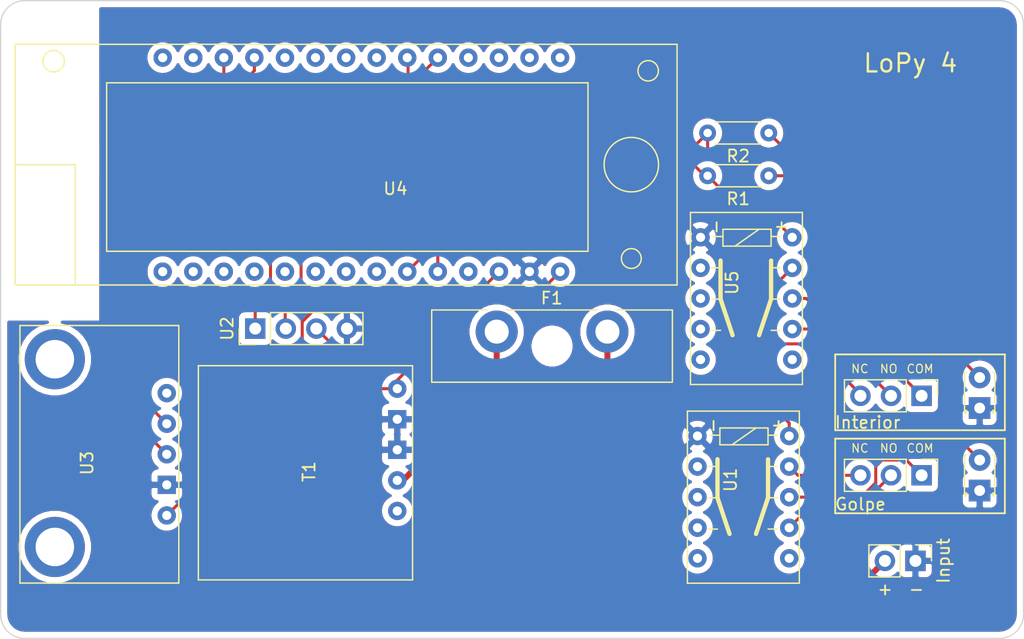
<source format=kicad_pcb>
(kicad_pcb (version 20171130) (host pcbnew "(5.1.4)-1")

  (general
    (thickness 1.6)
    (drawings 28)
    (tracks 92)
    (zones 0)
    (modules 14)
    (nets 47)
  )

  (page A4)
  (layers
    (0 F.Cu signal)
    (31 B.Cu signal)
    (32 B.Adhes user)
    (33 F.Adhes user)
    (34 B.Paste user)
    (35 F.Paste user)
    (36 B.SilkS user)
    (37 F.SilkS user)
    (38 B.Mask user)
    (39 F.Mask user)
    (40 Dwgs.User user)
    (41 Cmts.User user)
    (42 Eco1.User user)
    (43 Eco2.User user)
    (44 Edge.Cuts user)
    (45 Margin user)
    (46 B.CrtYd user)
    (47 F.CrtYd user)
    (48 B.Fab user)
    (49 F.Fab user)
  )

  (setup
    (last_trace_width 0.25)
    (trace_clearance 0.2)
    (zone_clearance 0.508)
    (zone_45_only no)
    (trace_min 0.2)
    (via_size 0.8)
    (via_drill 0.4)
    (via_min_size 0.4)
    (via_min_drill 0.3)
    (uvia_size 0.3)
    (uvia_drill 0.1)
    (uvias_allowed no)
    (uvia_min_size 0.2)
    (uvia_min_drill 0.1)
    (edge_width 0.1)
    (segment_width 0.2)
    (pcb_text_width 0.3)
    (pcb_text_size 1.5 1.5)
    (mod_edge_width 0.15)
    (mod_text_size 1 1)
    (mod_text_width 0.15)
    (pad_size 1.524 1.524)
    (pad_drill 0.762)
    (pad_to_mask_clearance 0)
    (aux_axis_origin 0 0)
    (visible_elements 7FFFFFFF)
    (pcbplotparams
      (layerselection 0x010fc_ffffffff)
      (usegerberextensions false)
      (usegerberattributes false)
      (usegerberadvancedattributes false)
      (creategerberjobfile false)
      (excludeedgelayer true)
      (linewidth 0.100000)
      (plotframeref false)
      (viasonmask false)
      (mode 1)
      (useauxorigin false)
      (hpglpennumber 1)
      (hpglpenspeed 20)
      (hpglpendiameter 15.000000)
      (psnegative false)
      (psa4output false)
      (plotreference true)
      (plotvalue true)
      (plotinvisibletext false)
      (padsonsilk false)
      (subtractmaskfromsilk false)
      (outputformat 1)
      (mirror false)
      (drillshape 0)
      (scaleselection 1)
      (outputdirectory "Production Files/"))
  )

  (net 0 "")
  (net 1 "Net-(D1-Pad2)")
  (net 2 GND)
  (net 3 "Net-(D2-Pad2)")
  (net 4 "Net-(F1-Pad2)")
  (net 5 /12V)
  (net 6 "Net-(J2-Pad3)")
  (net 7 "Net-(J2-Pad2)")
  (net 8 "Net-(J2-Pad1)")
  (net 9 "Net-(J3-Pad3)")
  (net 10 "Net-(J3-Pad2)")
  (net 11 "Net-(J3-Pad1)")
  (net 12 /hit)
  (net 13 /indoor)
  (net 14 "Net-(T1-Pad3)")
  (net 15 /5V)
  (net 16 "Net-(U1-Pad8)")
  (net 17 "Net-(U1-Pad6)")
  (net 18 "Net-(U1-Pad7)")
  (net 19 /Tx)
  (net 20 /Rx)
  (net 21 "Net-(U3-Pad5)")
  (net 22 /SDA)
  (net 23 /3V3)
  (net 24 /SCL)
  (net 25 "Net-(U4-Pad15)")
  (net 26 "Net-(U4-Pad16)")
  (net 27 "Net-(U4-Pad17)")
  (net 28 "Net-(U4-Pad18)")
  (net 29 "Net-(U4-Pad19)")
  (net 30 "Net-(U4-Pad20)")
  (net 31 "Net-(U4-Pad21)")
  (net 32 "Net-(U4-Pad22)")
  (net 33 "Net-(U4-Pad25)")
  (net 34 "Net-(U4-Pad14)")
  (net 35 "Net-(U4-Pad13)")
  (net 36 "Net-(U4-Pad10)")
  (net 37 "Net-(U4-Pad9)")
  (net 38 "Net-(U4-Pad8)")
  (net 39 "Net-(U4-Pad7)")
  (net 40 "Net-(U4-Pad4)")
  (net 41 "Net-(U4-Pad3)")
  (net 42 "Net-(U4-Pad2)")
  (net 43 "Net-(U4-Pad1)")
  (net 44 "Net-(U5-Pad8)")
  (net 45 "Net-(U5-Pad6)")
  (net 46 "Net-(U5-Pad7)")

  (net_class Default "Esta es la clase de red por defecto."
    (clearance 0.2)
    (trace_width 0.25)
    (via_dia 0.8)
    (via_drill 0.4)
    (uvia_dia 0.3)
    (uvia_drill 0.1)
    (add_net /12V)
    (add_net /3V3)
    (add_net /5V)
    (add_net /Rx)
    (add_net /SCL)
    (add_net /SDA)
    (add_net /Tx)
    (add_net /hit)
    (add_net /indoor)
    (add_net GND)
    (add_net "Net-(D1-Pad2)")
    (add_net "Net-(D2-Pad2)")
    (add_net "Net-(F1-Pad2)")
    (add_net "Net-(J2-Pad1)")
    (add_net "Net-(J2-Pad2)")
    (add_net "Net-(J2-Pad3)")
    (add_net "Net-(J3-Pad1)")
    (add_net "Net-(J3-Pad2)")
    (add_net "Net-(J3-Pad3)")
    (add_net "Net-(T1-Pad3)")
    (add_net "Net-(U1-Pad6)")
    (add_net "Net-(U1-Pad7)")
    (add_net "Net-(U1-Pad8)")
    (add_net "Net-(U3-Pad5)")
    (add_net "Net-(U4-Pad1)")
    (add_net "Net-(U4-Pad10)")
    (add_net "Net-(U4-Pad13)")
    (add_net "Net-(U4-Pad14)")
    (add_net "Net-(U4-Pad15)")
    (add_net "Net-(U4-Pad16)")
    (add_net "Net-(U4-Pad17)")
    (add_net "Net-(U4-Pad18)")
    (add_net "Net-(U4-Pad19)")
    (add_net "Net-(U4-Pad2)")
    (add_net "Net-(U4-Pad20)")
    (add_net "Net-(U4-Pad21)")
    (add_net "Net-(U4-Pad22)")
    (add_net "Net-(U4-Pad25)")
    (add_net "Net-(U4-Pad3)")
    (add_net "Net-(U4-Pad4)")
    (add_net "Net-(U4-Pad7)")
    (add_net "Net-(U4-Pad8)")
    (add_net "Net-(U4-Pad9)")
    (add_net "Net-(U5-Pad6)")
    (add_net "Net-(U5-Pad7)")
    (add_net "Net-(U5-Pad8)")
  )

  (module Connector_PinHeader_2.54mm:PinHeader_1x04_P2.54mm_Vertical (layer F.Cu) (tedit 59FED5CC) (tstamp 5E69262E)
    (at 121.158 127.254 90)
    (descr "Through hole straight pin header, 1x04, 2.54mm pitch, single row")
    (tags "Through hole pin header THT 1x04 2.54mm single row")
    (path /5E58ADF6)
    (fp_text reference U2 (at 0 -2.33 90) (layer F.SilkS)
      (effects (font (size 1 1) (thickness 0.15)))
    )
    (fp_text value LidarTFMini (at 0 9.95 90) (layer F.Fab)
      (effects (font (size 1 1) (thickness 0.15)))
    )
    (fp_text user %R (at 0 3.81) (layer F.Fab)
      (effects (font (size 1 1) (thickness 0.15)))
    )
    (fp_line (start 1.8 -1.8) (end -1.8 -1.8) (layer F.CrtYd) (width 0.05))
    (fp_line (start 1.8 9.4) (end 1.8 -1.8) (layer F.CrtYd) (width 0.05))
    (fp_line (start -1.8 9.4) (end 1.8 9.4) (layer F.CrtYd) (width 0.05))
    (fp_line (start -1.8 -1.8) (end -1.8 9.4) (layer F.CrtYd) (width 0.05))
    (fp_line (start -1.33 -1.33) (end 0 -1.33) (layer F.SilkS) (width 0.12))
    (fp_line (start -1.33 0) (end -1.33 -1.33) (layer F.SilkS) (width 0.12))
    (fp_line (start -1.33 1.27) (end 1.33 1.27) (layer F.SilkS) (width 0.12))
    (fp_line (start 1.33 1.27) (end 1.33 8.95) (layer F.SilkS) (width 0.12))
    (fp_line (start -1.33 1.27) (end -1.33 8.95) (layer F.SilkS) (width 0.12))
    (fp_line (start -1.33 8.95) (end 1.33 8.95) (layer F.SilkS) (width 0.12))
    (fp_line (start -1.27 -0.635) (end -0.635 -1.27) (layer F.Fab) (width 0.1))
    (fp_line (start -1.27 8.89) (end -1.27 -0.635) (layer F.Fab) (width 0.1))
    (fp_line (start 1.27 8.89) (end -1.27 8.89) (layer F.Fab) (width 0.1))
    (fp_line (start 1.27 -1.27) (end 1.27 8.89) (layer F.Fab) (width 0.1))
    (fp_line (start -0.635 -1.27) (end 1.27 -1.27) (layer F.Fab) (width 0.1))
    (pad 4 thru_hole oval (at 0 7.62 90) (size 1.7 1.7) (drill 1) (layers *.Cu *.Mask)
      (net 2 GND))
    (pad 3 thru_hole oval (at 0 5.08 90) (size 1.7 1.7) (drill 1) (layers *.Cu *.Mask)
      (net 15 /5V))
    (pad 2 thru_hole oval (at 0 2.54 90) (size 1.7 1.7) (drill 1) (layers *.Cu *.Mask)
      (net 19 /Tx))
    (pad 1 thru_hole rect (at 0 0 90) (size 1.7 1.7) (drill 1) (layers *.Cu *.Mask)
      (net 20 /Rx))
    (model ${KISYS3DMOD}/Connector_PinHeader_2.54mm.3dshapes/PinHeader_1x04_P2.54mm_Vertical.wrl
      (at (xyz 0 0 0))
      (scale (xyz 1 1 1))
      (rotate (xyz 0 0 0))
    )
  )

  (module Componentes:RSM850_Relay (layer F.Cu) (tedit 5E5F6B11) (tstamp 5E692691)
    (at 166.624 117.602 270)
    (path /5E603978)
    (fp_text reference U5 (at 5.842 5.842 90) (layer F.SilkS)
      (effects (font (size 1 1) (thickness 0.15)))
    )
    (fp_text value RSM850_Relay (at 8.382 4.064 90) (layer F.Fab)
      (effects (font (size 1 1) (thickness 0.15)))
    )
    (fp_line (start 7.2 6.8) (end 10.2 5.8) (layer F.SilkS) (width 0.36))
    (fp_line (start 4 6.8) (end 7.2 6.8) (layer F.SilkS) (width 0.36))
    (fp_line (start 4.6 6.8) (end 4.6 7.6) (layer F.SilkS) (width 0.12))
    (fp_line (start 7.2 6.8) (end 7.2 7.6) (layer F.SilkS) (width 0.12))
    (fp_line (start 9.8 6.8) (end 9.8 7.6) (layer F.SilkS) (width 0.12))
    (fp_line (start 9.8 2.6) (end 9.8 1.8) (layer F.SilkS) (width 0.12))
    (fp_line (start 7.2 2.6) (end 7.2 1.8) (layer F.SilkS) (width 0.12))
    (fp_line (start 4.6 2.6) (end 4.6 1.8) (layer F.SilkS) (width 0.12))
    (fp_line (start 7.2 2.6) (end 10.2 3.6) (layer F.SilkS) (width 0.36))
    (fp_line (start 4 2.6) (end 7.2 2.6) (layer F.SilkS) (width 0.36))
    (fp_text user - (at 1.2 7.2 90) (layer F.SilkS)
      (effects (font (size 1 1) (thickness 0.15)))
    )
    (fp_text user + (at 1.2 1.8 90) (layer F.SilkS)
      (effects (font (size 1 1) (thickness 0.15)))
    )
    (fp_line (start 2 6.6) (end 2 7.4) (layer F.SilkS) (width 0.12))
    (fp_line (start 2 2.6) (end 2 1.8) (layer F.SilkS) (width 0.12))
    (fp_line (start 1.4 3.6) (end 2.8 5.6) (layer F.SilkS) (width 0.12))
    (fp_line (start 1.4 2.6) (end 1.6 2.6) (layer F.SilkS) (width 0.12))
    (fp_line (start 1.4 6.6) (end 1.4 2.6) (layer F.SilkS) (width 0.12))
    (fp_line (start 2.8 6.6) (end 1.4 6.6) (layer F.SilkS) (width 0.12))
    (fp_line (start 2.8 2.6) (end 2.8 6.6) (layer F.SilkS) (width 0.12))
    (fp_line (start 1.6 2.6) (end 2.8 2.6) (layer F.SilkS) (width 0.12))
    (fp_line (start 0 9.3) (end 0 0) (layer F.SilkS) (width 0.12))
    (fp_line (start 14.3 9.3) (end 0 9.3) (layer F.SilkS) (width 0.12))
    (fp_line (start 14.3 0) (end 14.3 9.3) (layer F.SilkS) (width 0.12))
    (fp_line (start 0 0) (end 14.3 0) (layer F.SilkS) (width 0.12))
    (pad "" thru_hole circle (at 12.23 8.46 270) (size 1.524 1.524) (drill 0.762) (layers *.Cu *.Mask))
    (pad 8 thru_hole circle (at 9.69 8.46 270) (size 1.524 1.524) (drill 0.762) (layers *.Cu *.Mask)
      (net 44 "Net-(U5-Pad8)"))
    (pad 2 thru_hole circle (at 2.07 8.46 270) (size 1.524 1.524) (drill 0.762) (layers *.Cu *.Mask)
      (net 2 GND))
    (pad 6 thru_hole circle (at 4.61 8.46 270) (size 1.524 1.524) (drill 0.762) (layers *.Cu *.Mask)
      (net 45 "Net-(U5-Pad6)"))
    (pad 7 thru_hole circle (at 7.15 8.46 270) (size 1.524 1.524) (drill 0.762) (layers *.Cu *.Mask)
      (net 46 "Net-(U5-Pad7)"))
    (pad 1 thru_hole circle (at 2.07 0.84 270) (size 1.524 1.524) (drill 0.762) (layers *.Cu *.Mask)
      (net 13 /indoor))
    (pad 3 thru_hole circle (at 4.61 0.84 270) (size 1.524 1.524) (drill 0.762) (layers *.Cu *.Mask)
      (net 9 "Net-(J3-Pad3)"))
    (pad "" thru_hole circle (at 12.23 0.84 270) (size 1.524 1.524) (drill 0.762) (layers *.Cu *.Mask))
    (pad 5 thru_hole circle (at 9.69 0.84 270) (size 1.524 1.524) (drill 0.762) (layers *.Cu *.Mask)
      (net 10 "Net-(J3-Pad2)"))
    (pad 4 thru_hole circle (at 7.15 0.84 270) (size 1.524 1.524) (drill 0.762) (layers *.Cu *.Mask)
      (net 11 "Net-(J3-Pad1)"))
  )

  (module Componentes:LoPy4 (layer F.Cu) (tedit 5E68CDB8) (tstamp 5E69266B)
    (at 156.21 103.632 270)
    (path /5E693C71)
    (fp_text reference U4 (at 12 23.4) (layer F.SilkS)
      (effects (font (size 1 1) (thickness 0.15)))
    )
    (fp_text value LoPy4 (at 6.2 18.4) (layer F.Fab)
      (effects (font (size 2 2) (thickness 0.3)))
    )
    (fp_line (start 3.2 47.4) (end 3.2 7.4) (layer F.SilkS) (width 0.12))
    (fp_line (start 17.2 47.4) (end 3.2 47.4) (layer F.SilkS) (width 0.12))
    (fp_line (start 17.2 7.4) (end 17.2 47.4) (layer F.SilkS) (width 0.12))
    (fp_line (start 3.2 7.4) (end 17.2 7.4) (layer F.SilkS) (width 0.12))
    (fp_circle (center 1.4 51.8) (end 1.8 52.6) (layer F.SilkS) (width 0.12))
    (fp_circle (center 2.2 2.4) (end 2.8 3) (layer F.SilkS) (width 0.12))
    (fp_circle (center 17.8 3.8) (end 18 4.6) (layer F.SilkS) (width 0.12))
    (fp_circle (center 10 3.8) (end 11.6 5.4) (layer F.SilkS) (width 0.12))
    (fp_line (start 10 50) (end 10 55) (layer F.SilkS) (width 0.12))
    (fp_line (start 20 50) (end 10 50) (layer F.SilkS) (width 0.12))
    (fp_line (start 0 0) (end 0 55) (layer F.SilkS) (width 0.12))
    (fp_line (start 0 55) (end 20 55) (layer F.SilkS) (width 0.12))
    (fp_line (start 20 0) (end 20 55) (layer F.SilkS) (width 0.12))
    (fp_line (start 0 0) (end 20 0) (layer F.SilkS) (width 0.12))
    (pad 15 thru_hole circle (at 18.89 42.74 270) (size 1.524 1.524) (drill 0.762) (layers *.Cu *.Mask)
      (net 25 "Net-(U4-Pad15)"))
    (pad 16 thru_hole circle (at 18.89 40.2 270) (size 1.524 1.524) (drill 0.762) (layers *.Cu *.Mask)
      (net 26 "Net-(U4-Pad16)"))
    (pad 17 thru_hole circle (at 18.89 37.66 270) (size 1.524 1.524) (drill 0.762) (layers *.Cu *.Mask)
      (net 27 "Net-(U4-Pad17)"))
    (pad 18 thru_hole circle (at 18.89 35.12 270) (size 1.524 1.524) (drill 0.762) (layers *.Cu *.Mask)
      (net 28 "Net-(U4-Pad18)"))
    (pad 19 thru_hole circle (at 18.89 32.58 270) (size 1.524 1.524) (drill 0.762) (layers *.Cu *.Mask)
      (net 29 "Net-(U4-Pad19)"))
    (pad 20 thru_hole circle (at 18.89 30.04 270) (size 1.524 1.524) (drill 0.762) (layers *.Cu *.Mask)
      (net 30 "Net-(U4-Pad20)"))
    (pad 21 thru_hole circle (at 18.89 27.5 270) (size 1.524 1.524) (drill 0.762) (layers *.Cu *.Mask)
      (net 31 "Net-(U4-Pad21)"))
    (pad 22 thru_hole circle (at 18.89 24.96 270) (size 1.524 1.524) (drill 0.762) (layers *.Cu *.Mask)
      (net 32 "Net-(U4-Pad22)"))
    (pad 23 thru_hole circle (at 18.89 22.42 270) (size 1.524 1.524) (drill 0.762) (layers *.Cu *.Mask)
      (net 13 /indoor))
    (pad 24 thru_hole circle (at 18.89 19.88 270) (size 1.524 1.524) (drill 0.762) (layers *.Cu *.Mask)
      (net 12 /hit))
    (pad 25 thru_hole circle (at 18.89 17.34 270) (size 1.524 1.524) (drill 0.762) (layers *.Cu *.Mask)
      (net 33 "Net-(U4-Pad25)"))
    (pad 26 thru_hole circle (at 18.89 14.8 270) (size 1.524 1.524) (drill 0.762) (layers *.Cu *.Mask)
      (net 23 /3V3))
    (pad 27 thru_hole circle (at 18.89 12.26 270) (size 1.524 1.524) (drill 0.762) (layers *.Cu *.Mask)
      (net 2 GND))
    (pad 14 thru_hole circle (at 1.11 42.74 270) (size 1.524 1.524) (drill 0.762) (layers *.Cu *.Mask)
      (net 34 "Net-(U4-Pad14)"))
    (pad 13 thru_hole circle (at 1.11 40.2 270) (size 1.524 1.524) (drill 0.762) (layers *.Cu *.Mask)
      (net 35 "Net-(U4-Pad13)"))
    (pad 12 thru_hole circle (at 1.11 37.66 270) (size 1.524 1.524) (drill 0.762) (layers *.Cu *.Mask)
      (net 24 /SCL))
    (pad 11 thru_hole circle (at 1.11 35.12 270) (size 1.524 1.524) (drill 0.762) (layers *.Cu *.Mask)
      (net 22 /SDA))
    (pad 10 thru_hole circle (at 1.11 32.58 270) (size 1.524 1.524) (drill 0.762) (layers *.Cu *.Mask)
      (net 36 "Net-(U4-Pad10)"))
    (pad 9 thru_hole circle (at 1.11 30.04 270) (size 1.524 1.524) (drill 0.762) (layers *.Cu *.Mask)
      (net 37 "Net-(U4-Pad9)"))
    (pad 8 thru_hole circle (at 1.11 27.5 270) (size 1.524 1.524) (drill 0.762) (layers *.Cu *.Mask)
      (net 38 "Net-(U4-Pad8)"))
    (pad 7 thru_hole circle (at 1.11 24.96 270) (size 1.524 1.524) (drill 0.762) (layers *.Cu *.Mask)
      (net 39 "Net-(U4-Pad7)"))
    (pad 6 thru_hole circle (at 1.11 22.42 270) (size 1.524 1.524) (drill 0.762) (layers *.Cu *.Mask)
      (net 20 /Rx))
    (pad 5 thru_hole circle (at 1.11 19.88 270) (size 1.524 1.524) (drill 0.762) (layers *.Cu *.Mask)
      (net 19 /Tx))
    (pad 4 thru_hole circle (at 1.11 17.34 270) (size 1.524 1.524) (drill 0.762) (layers *.Cu *.Mask)
      (net 40 "Net-(U4-Pad4)"))
    (pad 3 thru_hole circle (at 1.11 14.8 270) (size 1.524 1.524) (drill 0.762) (layers *.Cu *.Mask)
      (net 41 "Net-(U4-Pad3)"))
    (pad 2 thru_hole circle (at 1.11 12.26 270) (size 1.524 1.524) (drill 0.762) (layers *.Cu *.Mask)
      (net 42 "Net-(U4-Pad2)"))
    (pad 28 thru_hole circle (at 18.89 9.72 270) (size 1.524 1.524) (drill 0.762) (layers *.Cu *.Mask)
      (net 15 /5V))
    (pad 1 thru_hole circle (at 1.11 9.72 270) (size 1.524 1.524) (drill 0.762) (layers *.Cu *.Mask)
      (net 43 "Net-(U4-Pad1)"))
  )

  (module Componentes:SEN0168 (layer F.Cu) (tedit 5E5F66F7) (tstamp 5E69263D)
    (at 114.808 127 270)
    (path /5E58A56C)
    (fp_text reference U3 (at 11.43 7.62 90) (layer F.SilkS)
      (effects (font (size 1 1) (thickness 0.15)))
    )
    (fp_text value SEN0168 (at 10.795 5.715 90) (layer F.Fab)
      (effects (font (size 1 1) (thickness 0.15)))
    )
    (fp_line (start 0 13.2) (end 0 0) (layer F.SilkS) (width 0.12))
    (fp_line (start 21.4 13.2) (end 0 13.2) (layer F.SilkS) (width 0.12))
    (fp_line (start 21.4 0) (end 21.4 13.2) (layer F.SilkS) (width 0.12))
    (fp_line (start 0 0) (end 21.4 0) (layer F.SilkS) (width 0.12))
    (pad "" thru_hole circle (at 18.4 10.3 270) (size 5 5) (drill 3.2) (layers *.Cu *.Mask))
    (pad "" thru_hole circle (at 2.8 10.3 270) (size 5 5) (drill 3.2) (layers *.Cu *.Mask))
    (pad 5 thru_hole circle (at 5.62 1 270) (size 1.524 1.524) (drill 0.762) (layers *.Cu *.Mask)
      (net 21 "Net-(U3-Pad5)"))
    (pad 4 thru_hole circle (at 8.16 1 270) (size 1.524 1.524) (drill 0.762) (layers *.Cu *.Mask)
      (net 22 /SDA))
    (pad 1 thru_hole circle (at 15.78 1 270) (size 1.524 1.524) (drill 0.762) (layers *.Cu *.Mask)
      (net 23 /3V3))
    (pad 2 thru_hole rect (at 13.24 1 270) (size 1.524 1.524) (drill 0.762) (layers *.Cu *.Mask)
      (net 2 GND))
    (pad 3 thru_hole circle (at 10.7 1 270) (size 1.524 1.524) (drill 0.762) (layers *.Cu *.Mask)
      (net 24 /SCL))
  )

  (module Componentes:RSM850_Relay (layer F.Cu) (tedit 5E5F6B11) (tstamp 5E692616)
    (at 166.37 134.112 270)
    (path /5E5FB297)
    (fp_text reference U1 (at 5.715 5.715 90) (layer F.SilkS)
      (effects (font (size 1 1) (thickness 0.15)))
    )
    (fp_text value RSM850_Relay (at 7.62 4.445 90) (layer F.Fab)
      (effects (font (size 1 1) (thickness 0.15)))
    )
    (fp_line (start 7.2 6.8) (end 10.2 5.8) (layer F.SilkS) (width 0.36))
    (fp_line (start 4 6.8) (end 7.2 6.8) (layer F.SilkS) (width 0.36))
    (fp_line (start 4.6 6.8) (end 4.6 7.6) (layer F.SilkS) (width 0.12))
    (fp_line (start 7.2 6.8) (end 7.2 7.6) (layer F.SilkS) (width 0.12))
    (fp_line (start 9.8 6.8) (end 9.8 7.6) (layer F.SilkS) (width 0.12))
    (fp_line (start 9.8 2.6) (end 9.8 1.8) (layer F.SilkS) (width 0.12))
    (fp_line (start 7.2 2.6) (end 7.2 1.8) (layer F.SilkS) (width 0.12))
    (fp_line (start 4.6 2.6) (end 4.6 1.8) (layer F.SilkS) (width 0.12))
    (fp_line (start 7.2 2.6) (end 10.2 3.6) (layer F.SilkS) (width 0.36))
    (fp_line (start 4 2.6) (end 7.2 2.6) (layer F.SilkS) (width 0.36))
    (fp_text user - (at 1.2 7.2 90) (layer F.SilkS)
      (effects (font (size 1 1) (thickness 0.15)))
    )
    (fp_text user + (at 1.2 1.8 90) (layer F.SilkS)
      (effects (font (size 1 1) (thickness 0.15)))
    )
    (fp_line (start 2 6.6) (end 2 7.4) (layer F.SilkS) (width 0.12))
    (fp_line (start 2 2.6) (end 2 1.8) (layer F.SilkS) (width 0.12))
    (fp_line (start 1.4 3.6) (end 2.8 5.6) (layer F.SilkS) (width 0.12))
    (fp_line (start 1.4 2.6) (end 1.6 2.6) (layer F.SilkS) (width 0.12))
    (fp_line (start 1.4 6.6) (end 1.4 2.6) (layer F.SilkS) (width 0.12))
    (fp_line (start 2.8 6.6) (end 1.4 6.6) (layer F.SilkS) (width 0.12))
    (fp_line (start 2.8 2.6) (end 2.8 6.6) (layer F.SilkS) (width 0.12))
    (fp_line (start 1.6 2.6) (end 2.8 2.6) (layer F.SilkS) (width 0.12))
    (fp_line (start 0 9.3) (end 0 0) (layer F.SilkS) (width 0.12))
    (fp_line (start 14.3 9.3) (end 0 9.3) (layer F.SilkS) (width 0.12))
    (fp_line (start 14.3 0) (end 14.3 9.3) (layer F.SilkS) (width 0.12))
    (fp_line (start 0 0) (end 14.3 0) (layer F.SilkS) (width 0.12))
    (pad "" thru_hole circle (at 12.23 8.46 270) (size 1.524 1.524) (drill 0.762) (layers *.Cu *.Mask))
    (pad 8 thru_hole circle (at 9.69 8.46 270) (size 1.524 1.524) (drill 0.762) (layers *.Cu *.Mask)
      (net 16 "Net-(U1-Pad8)"))
    (pad 2 thru_hole circle (at 2.07 8.46 270) (size 1.524 1.524) (drill 0.762) (layers *.Cu *.Mask)
      (net 2 GND))
    (pad 6 thru_hole circle (at 4.61 8.46 270) (size 1.524 1.524) (drill 0.762) (layers *.Cu *.Mask)
      (net 17 "Net-(U1-Pad6)"))
    (pad 7 thru_hole circle (at 7.15 8.46 270) (size 1.524 1.524) (drill 0.762) (layers *.Cu *.Mask)
      (net 18 "Net-(U1-Pad7)"))
    (pad 1 thru_hole circle (at 2.07 0.84 270) (size 1.524 1.524) (drill 0.762) (layers *.Cu *.Mask)
      (net 12 /hit))
    (pad 3 thru_hole circle (at 4.61 0.84 270) (size 1.524 1.524) (drill 0.762) (layers *.Cu *.Mask)
      (net 6 "Net-(J2-Pad3)"))
    (pad "" thru_hole circle (at 12.23 0.84 270) (size 1.524 1.524) (drill 0.762) (layers *.Cu *.Mask))
    (pad 5 thru_hole circle (at 9.69 0.84 270) (size 1.524 1.524) (drill 0.762) (layers *.Cu *.Mask)
      (net 7 "Net-(J2-Pad2)"))
    (pad 4 thru_hole circle (at 7.15 0.84 270) (size 1.524 1.524) (drill 0.762) (layers *.Cu *.Mask)
      (net 8 "Net-(J2-Pad1)"))
  )

  (module Pololu:Transformer_Pololu_D24V25Fx (layer F.Cu) (tedit 5E5D39B8) (tstamp 5E6925F0)
    (at 129.032 138.938 270)
    (path /5E587D03)
    (fp_text reference T1 (at 0.2 3.4 90) (layer F.SilkS)
      (effects (font (size 1 1) (thickness 0.15)))
    )
    (fp_text value D24V25F5 (at 0.4 -6.2 90) (layer F.Fab)
      (effects (font (size 1 1) (thickness 0.15)))
    )
    (fp_line (start 9.2 12.6) (end 9.2 -5.2) (layer F.SilkS) (width 0.12))
    (fp_line (start -8.6 12.6) (end 9.2 12.6) (layer F.SilkS) (width 0.12))
    (fp_line (start -8.6 -5.2) (end -8.6 12.6) (layer F.SilkS) (width 0.12))
    (fp_line (start -8.6 -5.2) (end 9.2 -5.2) (layer F.SilkS) (width 0.12))
    (pad 3 thru_hole circle (at 3.47 -3.93 270) (size 1.524 1.524) (drill 0.762) (layers *.Cu *.Mask)
      (net 14 "Net-(T1-Pad3)"))
    (pad 1 thru_hole circle (at 0.93 -3.93 270) (size 1.524 1.524) (drill 0.762) (layers *.Cu *.Mask)
      (net 5 /12V))
    (pad 2 thru_hole rect (at -1.61 -3.93 270) (size 1.524 1.524) (drill 0.762) (layers *.Cu *.Mask)
      (net 2 GND))
    (pad 2 thru_hole rect (at -4.15 -3.93 270) (size 1.524 1.524) (drill 0.762) (layers *.Cu *.Mask)
      (net 2 GND))
    (pad 4 thru_hole circle (at -6.69 -3.93 270) (size 1.524 1.524) (drill 0.762) (layers *.Cu *.Mask)
      (net 15 /5V))
  )

  (module Resistor_THT:R_Axial_DIN0204_L3.6mm_D1.6mm_P5.08mm_Horizontal (layer F.Cu) (tedit 5AE5139B) (tstamp 5E6925E3)
    (at 163.83 110.998 180)
    (descr "Resistor, Axial_DIN0204 series, Axial, Horizontal, pin pitch=5.08mm, 0.167W, length*diameter=3.6*1.6mm^2, http://cdn-reichelt.de/documents/datenblatt/B400/1_4W%23YAG.pdf")
    (tags "Resistor Axial_DIN0204 series Axial Horizontal pin pitch 5.08mm 0.167W length 3.6mm diameter 1.6mm")
    (path /5E586982)
    (fp_text reference R2 (at 2.54 -1.92) (layer F.SilkS)
      (effects (font (size 1 1) (thickness 0.15)))
    )
    (fp_text value R_Small (at 2.54 1.92) (layer F.Fab)
      (effects (font (size 1 1) (thickness 0.15)))
    )
    (fp_text user %R (at 2.54 0) (layer F.Fab)
      (effects (font (size 0.72 0.72) (thickness 0.108)))
    )
    (fp_line (start 6.03 -1.05) (end -0.95 -1.05) (layer F.CrtYd) (width 0.05))
    (fp_line (start 6.03 1.05) (end 6.03 -1.05) (layer F.CrtYd) (width 0.05))
    (fp_line (start -0.95 1.05) (end 6.03 1.05) (layer F.CrtYd) (width 0.05))
    (fp_line (start -0.95 -1.05) (end -0.95 1.05) (layer F.CrtYd) (width 0.05))
    (fp_line (start 0.62 0.92) (end 4.46 0.92) (layer F.SilkS) (width 0.12))
    (fp_line (start 0.62 -0.92) (end 4.46 -0.92) (layer F.SilkS) (width 0.12))
    (fp_line (start 5.08 0) (end 4.34 0) (layer F.Fab) (width 0.1))
    (fp_line (start 0 0) (end 0.74 0) (layer F.Fab) (width 0.1))
    (fp_line (start 4.34 -0.8) (end 0.74 -0.8) (layer F.Fab) (width 0.1))
    (fp_line (start 4.34 0.8) (end 4.34 -0.8) (layer F.Fab) (width 0.1))
    (fp_line (start 0.74 0.8) (end 4.34 0.8) (layer F.Fab) (width 0.1))
    (fp_line (start 0.74 -0.8) (end 0.74 0.8) (layer F.Fab) (width 0.1))
    (pad 2 thru_hole oval (at 5.08 0 180) (size 1.4 1.4) (drill 0.7) (layers *.Cu *.Mask)
      (net 13 /indoor))
    (pad 1 thru_hole circle (at 0 0 180) (size 1.4 1.4) (drill 0.7) (layers *.Cu *.Mask)
      (net 3 "Net-(D2-Pad2)"))
    (model ${KISYS3DMOD}/Resistor_THT.3dshapes/R_Axial_DIN0204_L3.6mm_D1.6mm_P5.08mm_Horizontal.wrl
      (at (xyz 0 0 0))
      (scale (xyz 1 1 1))
      (rotate (xyz 0 0 0))
    )
  )

  (module Resistor_THT:R_Axial_DIN0204_L3.6mm_D1.6mm_P5.08mm_Horizontal (layer F.Cu) (tedit 5AE5139B) (tstamp 5E6925D0)
    (at 163.83 114.554 180)
    (descr "Resistor, Axial_DIN0204 series, Axial, Horizontal, pin pitch=5.08mm, 0.167W, length*diameter=3.6*1.6mm^2, http://cdn-reichelt.de/documents/datenblatt/B400/1_4W%23YAG.pdf")
    (tags "Resistor Axial_DIN0204 series Axial Horizontal pin pitch 5.08mm 0.167W length 3.6mm diameter 1.6mm")
    (path /5E585D6D)
    (fp_text reference R1 (at 2.54 -1.92) (layer F.SilkS)
      (effects (font (size 1 1) (thickness 0.15)))
    )
    (fp_text value R_Small (at 2.54 1.92) (layer F.Fab)
      (effects (font (size 1 1) (thickness 0.15)))
    )
    (fp_text user %R (at 2.54 0) (layer F.Fab)
      (effects (font (size 0.72 0.72) (thickness 0.108)))
    )
    (fp_line (start 6.03 -1.05) (end -0.95 -1.05) (layer F.CrtYd) (width 0.05))
    (fp_line (start 6.03 1.05) (end 6.03 -1.05) (layer F.CrtYd) (width 0.05))
    (fp_line (start -0.95 1.05) (end 6.03 1.05) (layer F.CrtYd) (width 0.05))
    (fp_line (start -0.95 -1.05) (end -0.95 1.05) (layer F.CrtYd) (width 0.05))
    (fp_line (start 0.62 0.92) (end 4.46 0.92) (layer F.SilkS) (width 0.12))
    (fp_line (start 0.62 -0.92) (end 4.46 -0.92) (layer F.SilkS) (width 0.12))
    (fp_line (start 5.08 0) (end 4.34 0) (layer F.Fab) (width 0.1))
    (fp_line (start 0 0) (end 0.74 0) (layer F.Fab) (width 0.1))
    (fp_line (start 4.34 -0.8) (end 0.74 -0.8) (layer F.Fab) (width 0.1))
    (fp_line (start 4.34 0.8) (end 4.34 -0.8) (layer F.Fab) (width 0.1))
    (fp_line (start 0.74 0.8) (end 4.34 0.8) (layer F.Fab) (width 0.1))
    (fp_line (start 0.74 -0.8) (end 0.74 0.8) (layer F.Fab) (width 0.1))
    (pad 2 thru_hole oval (at 5.08 0 180) (size 1.4 1.4) (drill 0.7) (layers *.Cu *.Mask)
      (net 12 /hit))
    (pad 1 thru_hole circle (at 0 0 180) (size 1.4 1.4) (drill 0.7) (layers *.Cu *.Mask)
      (net 1 "Net-(D1-Pad2)"))
    (model ${KISYS3DMOD}/Resistor_THT.3dshapes/R_Axial_DIN0204_L3.6mm_D1.6mm_P5.08mm_Horizontal.wrl
      (at (xyz 0 0 0))
      (scale (xyz 1 1 1))
      (rotate (xyz 0 0 0))
    )
  )

  (module Connector_PinHeader_2.54mm:PinHeader_1x03_P2.54mm_Vertical (layer F.Cu) (tedit 59FED5CC) (tstamp 5E6925BD)
    (at 176.53 132.842 270)
    (descr "Through hole straight pin header, 1x03, 2.54mm pitch, single row")
    (tags "Through hole pin header THT 1x03 2.54mm single row")
    (path /5E5A21E7)
    (fp_text reference J3 (at 0 -2.33 90) (layer F.SilkS) hide
      (effects (font (size 1 1) (thickness 0.15)))
    )
    (fp_text value Conn_01x03_Female (at 0 7.41 90) (layer F.Fab)
      (effects (font (size 1 1) (thickness 0.15)))
    )
    (fp_text user %R (at 0 2.54 90) (layer F.Fab)
      (effects (font (size 1 1) (thickness 0.15)))
    )
    (fp_line (start 1.8 -1.8) (end -1.8 -1.8) (layer F.CrtYd) (width 0.05))
    (fp_line (start 1.8 6.85) (end 1.8 -1.8) (layer F.CrtYd) (width 0.05))
    (fp_line (start -1.8 6.85) (end 1.8 6.85) (layer F.CrtYd) (width 0.05))
    (fp_line (start -1.8 -1.8) (end -1.8 6.85) (layer F.CrtYd) (width 0.05))
    (fp_line (start -1.33 -1.33) (end 0 -1.33) (layer F.SilkS) (width 0.12))
    (fp_line (start -1.33 0) (end -1.33 -1.33) (layer F.SilkS) (width 0.12))
    (fp_line (start -1.33 1.27) (end 1.33 1.27) (layer F.SilkS) (width 0.12))
    (fp_line (start 1.33 1.27) (end 1.33 6.41) (layer F.SilkS) (width 0.12))
    (fp_line (start -1.33 1.27) (end -1.33 6.41) (layer F.SilkS) (width 0.12))
    (fp_line (start -1.33 6.41) (end 1.33 6.41) (layer F.SilkS) (width 0.12))
    (fp_line (start -1.27 -0.635) (end -0.635 -1.27) (layer F.Fab) (width 0.1))
    (fp_line (start -1.27 6.35) (end -1.27 -0.635) (layer F.Fab) (width 0.1))
    (fp_line (start 1.27 6.35) (end -1.27 6.35) (layer F.Fab) (width 0.1))
    (fp_line (start 1.27 -1.27) (end 1.27 6.35) (layer F.Fab) (width 0.1))
    (fp_line (start -0.635 -1.27) (end 1.27 -1.27) (layer F.Fab) (width 0.1))
    (pad 3 thru_hole oval (at 0 5.08 270) (size 1.7 1.7) (drill 1) (layers *.Cu *.Mask)
      (net 9 "Net-(J3-Pad3)"))
    (pad 2 thru_hole oval (at 0 2.54 270) (size 1.7 1.7) (drill 1) (layers *.Cu *.Mask)
      (net 10 "Net-(J3-Pad2)"))
    (pad 1 thru_hole rect (at 0 0 270) (size 1.7 1.7) (drill 1) (layers *.Cu *.Mask)
      (net 11 "Net-(J3-Pad1)"))
    (model ${KISYS3DMOD}/Connector_PinHeader_2.54mm.3dshapes/PinHeader_1x03_P2.54mm_Vertical.wrl
      (at (xyz 0 0 0))
      (scale (xyz 1 1 1))
      (rotate (xyz 0 0 0))
    )
  )

  (module Connector_PinHeader_2.54mm:PinHeader_1x03_P2.54mm_Vertical (layer F.Cu) (tedit 59FED5CC) (tstamp 5E6925A6)
    (at 176.53 139.446 270)
    (descr "Through hole straight pin header, 1x03, 2.54mm pitch, single row")
    (tags "Through hole pin header THT 1x03 2.54mm single row")
    (path /5E5A11F3)
    (fp_text reference J2 (at 0 -2.33 90) (layer F.SilkS) hide
      (effects (font (size 1 1) (thickness 0.15)))
    )
    (fp_text value Relay_hit (at 0 7.41 90) (layer F.Fab)
      (effects (font (size 1 1) (thickness 0.15)))
    )
    (fp_text user %R (at 0 2.54) (layer F.Fab)
      (effects (font (size 1 1) (thickness 0.15)))
    )
    (fp_line (start 1.8 -1.8) (end -1.8 -1.8) (layer F.CrtYd) (width 0.05))
    (fp_line (start 1.8 6.85) (end 1.8 -1.8) (layer F.CrtYd) (width 0.05))
    (fp_line (start -1.8 6.85) (end 1.8 6.85) (layer F.CrtYd) (width 0.05))
    (fp_line (start -1.8 -1.8) (end -1.8 6.85) (layer F.CrtYd) (width 0.05))
    (fp_line (start -1.33 -1.33) (end 0 -1.33) (layer F.SilkS) (width 0.12))
    (fp_line (start -1.33 0) (end -1.33 -1.33) (layer F.SilkS) (width 0.12))
    (fp_line (start -1.33 1.27) (end 1.33 1.27) (layer F.SilkS) (width 0.12))
    (fp_line (start 1.33 1.27) (end 1.33 6.41) (layer F.SilkS) (width 0.12))
    (fp_line (start -1.33 1.27) (end -1.33 6.41) (layer F.SilkS) (width 0.12))
    (fp_line (start -1.33 6.41) (end 1.33 6.41) (layer F.SilkS) (width 0.12))
    (fp_line (start -1.27 -0.635) (end -0.635 -1.27) (layer F.Fab) (width 0.1))
    (fp_line (start -1.27 6.35) (end -1.27 -0.635) (layer F.Fab) (width 0.1))
    (fp_line (start 1.27 6.35) (end -1.27 6.35) (layer F.Fab) (width 0.1))
    (fp_line (start 1.27 -1.27) (end 1.27 6.35) (layer F.Fab) (width 0.1))
    (fp_line (start -0.635 -1.27) (end 1.27 -1.27) (layer F.Fab) (width 0.1))
    (pad 3 thru_hole oval (at 0 5.08 270) (size 1.7 1.7) (drill 1) (layers *.Cu *.Mask)
      (net 6 "Net-(J2-Pad3)"))
    (pad 2 thru_hole oval (at 0 2.54 270) (size 1.7 1.7) (drill 1) (layers *.Cu *.Mask)
      (net 7 "Net-(J2-Pad2)"))
    (pad 1 thru_hole rect (at 0 0 270) (size 1.7 1.7) (drill 1) (layers *.Cu *.Mask)
      (net 8 "Net-(J2-Pad1)"))
    (model ${KISYS3DMOD}/Connector_PinHeader_2.54mm.3dshapes/PinHeader_1x03_P2.54mm_Vertical.wrl
      (at (xyz 0 0 0))
      (scale (xyz 1 1 1))
      (rotate (xyz 0 0 0))
    )
  )

  (module Connector_PinHeader_2.54mm:PinHeader_1x02_P2.54mm_Vertical (layer F.Cu) (tedit 59FED5CC) (tstamp 5E69258F)
    (at 176.022 146.558 270)
    (descr "Through hole straight pin header, 1x02, 2.54mm pitch, single row")
    (tags "Through hole pin header THT 1x02 2.54mm single row")
    (path /5E58418F)
    (fp_text reference Input (at 0 -2.33 90) (layer F.SilkS)
      (effects (font (size 1 1) (thickness 0.15)))
    )
    (fp_text value Input (at 0 4.87 90) (layer F.Fab)
      (effects (font (size 1 1) (thickness 0.15)))
    )
    (fp_text user %R (at 0 1.27) (layer F.Fab)
      (effects (font (size 1 1) (thickness 0.15)))
    )
    (fp_line (start 1.8 -1.8) (end -1.8 -1.8) (layer F.CrtYd) (width 0.05))
    (fp_line (start 1.8 4.35) (end 1.8 -1.8) (layer F.CrtYd) (width 0.05))
    (fp_line (start -1.8 4.35) (end 1.8 4.35) (layer F.CrtYd) (width 0.05))
    (fp_line (start -1.8 -1.8) (end -1.8 4.35) (layer F.CrtYd) (width 0.05))
    (fp_line (start -1.33 -1.33) (end 0 -1.33) (layer F.SilkS) (width 0.12))
    (fp_line (start -1.33 0) (end -1.33 -1.33) (layer F.SilkS) (width 0.12))
    (fp_line (start -1.33 1.27) (end 1.33 1.27) (layer F.SilkS) (width 0.12))
    (fp_line (start 1.33 1.27) (end 1.33 3.87) (layer F.SilkS) (width 0.12))
    (fp_line (start -1.33 1.27) (end -1.33 3.87) (layer F.SilkS) (width 0.12))
    (fp_line (start -1.33 3.87) (end 1.33 3.87) (layer F.SilkS) (width 0.12))
    (fp_line (start -1.27 -0.635) (end -0.635 -1.27) (layer F.Fab) (width 0.1))
    (fp_line (start -1.27 3.81) (end -1.27 -0.635) (layer F.Fab) (width 0.1))
    (fp_line (start 1.27 3.81) (end -1.27 3.81) (layer F.Fab) (width 0.1))
    (fp_line (start 1.27 -1.27) (end 1.27 3.81) (layer F.Fab) (width 0.1))
    (fp_line (start -0.635 -1.27) (end 1.27 -1.27) (layer F.Fab) (width 0.1))
    (pad 2 thru_hole oval (at 0 2.54 270) (size 1.7 1.7) (drill 1) (layers *.Cu *.Mask)
      (net 4 "Net-(F1-Pad2)"))
    (pad 1 thru_hole rect (at 0 0 270) (size 1.7 1.7) (drill 1) (layers *.Cu *.Mask)
      (net 2 GND))
    (model ${KISYS3DMOD}/Connector_PinHeader_2.54mm.3dshapes/PinHeader_1x02_P2.54mm_Vertical.wrl
      (at (xyz 0 0 0))
      (scale (xyz 1 1 1))
      (rotate (xyz 0 0 0))
    )
  )

  (module Fuse:Fuseholder_Blade_ATO_Littelfuse_Pudenz_2_Pin (layer F.Cu) (tedit 5A1C8E73) (tstamp 5E692579)
    (at 141.224 127.508)
    (descr "Fuseholder ATO Blade littelfuse Pudenz 2 Pin")
    (tags "Fuseholder ATO Blade littelfuse Pudenz 2 Pin")
    (path /5E5DC8DB)
    (fp_text reference F1 (at 4.57 -2.78) (layer F.SilkS)
      (effects (font (size 1 1) (thickness 0.15)))
    )
    (fp_text value Fuse (at 5.07 5.22) (layer F.Fab)
      (effects (font (size 1 1) (thickness 0.15)))
    )
    (fp_line (start 10.02 -1.8) (end 14.6 -1.8) (layer F.SilkS) (width 0.12))
    (fp_line (start 14.85 4.45) (end -5.65 4.45) (layer F.CrtYd) (width 0.05))
    (fp_line (start 14.85 4.45) (end 14.85 -2.05) (layer F.CrtYd) (width 0.05))
    (fp_line (start -5.65 -2.05) (end -5.65 4.45) (layer F.CrtYd) (width 0.05))
    (fp_line (start -5.65 -2.05) (end 14.85 -2.05) (layer F.CrtYd) (width 0.05))
    (fp_line (start 0.81 -1.8) (end 8.38 -1.8) (layer F.SilkS) (width 0.12))
    (fp_line (start -5.4 4.2) (end -5.4 -1.8) (layer F.SilkS) (width 0.12))
    (fp_line (start 14.6 4.2) (end -5.4 4.2) (layer F.SilkS) (width 0.12))
    (fp_line (start 14.6 -1.8) (end 14.6 4.2) (layer F.SilkS) (width 0.12))
    (fp_line (start -5.4 -1.8) (end -0.81 -1.8) (layer F.SilkS) (width 0.12))
    (fp_line (start -5.35 4.15) (end -5.35 -1.75) (layer F.Fab) (width 0.1))
    (fp_line (start 14.55 4.15) (end -5.35 4.15) (layer F.Fab) (width 0.1))
    (fp_line (start 14.55 -1.75) (end 14.55 4.15) (layer F.Fab) (width 0.1))
    (fp_line (start -5.35 -1.75) (end 14.55 -1.75) (layer F.Fab) (width 0.1))
    (fp_text user %R (at 4.5 3.5) (layer F.Fab)
      (effects (font (size 1 1) (thickness 0.15)))
    )
    (pad 2 thru_hole circle (at 9.2 0) (size 3.5 3.5) (drill 2) (layers *.Cu *.Mask)
      (net 4 "Net-(F1-Pad2)"))
    (pad "" np_thru_hole circle (at 4.6 1.2) (size 2.4 2.4) (drill 2.4) (layers *.Cu *.Mask))
    (pad 1 thru_hole circle (at 0 0) (size 3.5 3.5) (drill 2) (layers *.Cu *.Mask)
      (net 5 /12V))
    (model ${KISYS3DMOD}/Fuse.3dshapes/Fuseholder_Blade_ATO_Littelfuse_Pudenz_2_Pin.wrl
      (at (xyz 0 0 0))
      (scale (xyz 1 1 1))
      (rotate (xyz 0 0 0))
    )
  )

  (module LED_THT:LED_D1.8mm_W3.3mm_H2.4mm (layer F.Cu) (tedit 5880A862) (tstamp 5E692563)
    (at 181.356 133.858 90)
    (descr "LED, Round,  Rectangular size 3.3x2.4mm^2 diameter 1.8mm, 2 pins")
    (tags "LED Round  Rectangular size 3.3x2.4mm^2 diameter 1.8mm 2 pins")
    (path /5E583896)
    (fp_text reference D2 (at 1.27 -2.26 90) (layer F.SilkS) hide
      (effects (font (size 1 1) (thickness 0.15)))
    )
    (fp_text value LED (at 1.27 2.26 90) (layer F.Fab)
      (effects (font (size 1 1) (thickness 0.15)))
    )
    (fp_line (start 3.7 -1.55) (end -1.15 -1.55) (layer F.CrtYd) (width 0.05))
    (fp_line (start 3.7 1.55) (end 3.7 -1.55) (layer F.CrtYd) (width 0.05))
    (fp_line (start -1.15 1.55) (end 3.7 1.55) (layer F.CrtYd) (width 0.05))
    (fp_line (start -1.15 -1.55) (end -1.15 1.55) (layer F.CrtYd) (width 0.05))
    (fp_line (start -0.2 1.08) (end -0.2 1.26) (layer F.SilkS) (width 0.12))
    (fp_line (start -0.2 -1.26) (end -0.2 -1.08) (layer F.SilkS) (width 0.12))
    (fp_line (start -0.32 1.08) (end -0.32 1.26) (layer F.SilkS) (width 0.12))
    (fp_line (start -0.32 -1.26) (end -0.32 -1.08) (layer F.SilkS) (width 0.12))
    (fp_line (start 2.98 1.095) (end 2.98 1.26) (layer F.SilkS) (width 0.12))
    (fp_line (start 2.98 -1.26) (end 2.98 -1.095) (layer F.SilkS) (width 0.12))
    (fp_line (start -0.44 1.08) (end -0.44 1.26) (layer F.SilkS) (width 0.12))
    (fp_line (start -0.44 -1.26) (end -0.44 -1.08) (layer F.SilkS) (width 0.12))
    (fp_line (start -0.44 1.26) (end 2.98 1.26) (layer F.SilkS) (width 0.12))
    (fp_line (start -0.44 -1.26) (end 2.98 -1.26) (layer F.SilkS) (width 0.12))
    (fp_line (start 2.92 -1.2) (end -0.38 -1.2) (layer F.Fab) (width 0.1))
    (fp_line (start 2.92 1.2) (end 2.92 -1.2) (layer F.Fab) (width 0.1))
    (fp_line (start -0.38 1.2) (end 2.92 1.2) (layer F.Fab) (width 0.1))
    (fp_line (start -0.38 -1.2) (end -0.38 1.2) (layer F.Fab) (width 0.1))
    (fp_circle (center 1.27 0) (end 2.17 0) (layer F.Fab) (width 0.1))
    (pad 2 thru_hole circle (at 2.54 0 90) (size 1.8 1.8) (drill 0.9) (layers *.Cu *.Mask)
      (net 3 "Net-(D2-Pad2)"))
    (pad 1 thru_hole rect (at 0 0 90) (size 1.8 1.8) (drill 0.9) (layers *.Cu *.Mask)
      (net 2 GND))
    (model ${KISYS3DMOD}/LED_THT.3dshapes/LED_D1.8mm_W3.3mm_H2.4mm.wrl
      (at (xyz 0 0 0))
      (scale (xyz 1 1 1))
      (rotate (xyz 0 0 0))
    )
  )

  (module LED_THT:LED_D1.8mm_W3.3mm_H2.4mm (layer F.Cu) (tedit 5880A862) (tstamp 5E69254A)
    (at 181.356 140.716 90)
    (descr "LED, Round,  Rectangular size 3.3x2.4mm^2 diameter 1.8mm, 2 pins")
    (tags "LED Round  Rectangular size 3.3x2.4mm^2 diameter 1.8mm 2 pins")
    (path /5E581B3A)
    (fp_text reference D1 (at 1.27 -2.26 90) (layer F.SilkS) hide
      (effects (font (size 1 1) (thickness 0.15)))
    )
    (fp_text value LED (at 1.27 2.26 90) (layer F.Fab)
      (effects (font (size 1 1) (thickness 0.15)))
    )
    (fp_line (start 3.7 -1.55) (end -1.15 -1.55) (layer F.CrtYd) (width 0.05))
    (fp_line (start 3.7 1.55) (end 3.7 -1.55) (layer F.CrtYd) (width 0.05))
    (fp_line (start -1.15 1.55) (end 3.7 1.55) (layer F.CrtYd) (width 0.05))
    (fp_line (start -1.15 -1.55) (end -1.15 1.55) (layer F.CrtYd) (width 0.05))
    (fp_line (start -0.2 1.08) (end -0.2 1.26) (layer F.SilkS) (width 0.12))
    (fp_line (start -0.2 -1.26) (end -0.2 -1.08) (layer F.SilkS) (width 0.12))
    (fp_line (start -0.32 1.08) (end -0.32 1.26) (layer F.SilkS) (width 0.12))
    (fp_line (start -0.32 -1.26) (end -0.32 -1.08) (layer F.SilkS) (width 0.12))
    (fp_line (start 2.98 1.095) (end 2.98 1.26) (layer F.SilkS) (width 0.12))
    (fp_line (start 2.98 -1.26) (end 2.98 -1.095) (layer F.SilkS) (width 0.12))
    (fp_line (start -0.44 1.08) (end -0.44 1.26) (layer F.SilkS) (width 0.12))
    (fp_line (start -0.44 -1.26) (end -0.44 -1.08) (layer F.SilkS) (width 0.12))
    (fp_line (start -0.44 1.26) (end 2.98 1.26) (layer F.SilkS) (width 0.12))
    (fp_line (start -0.44 -1.26) (end 2.98 -1.26) (layer F.SilkS) (width 0.12))
    (fp_line (start 2.92 -1.2) (end -0.38 -1.2) (layer F.Fab) (width 0.1))
    (fp_line (start 2.92 1.2) (end 2.92 -1.2) (layer F.Fab) (width 0.1))
    (fp_line (start -0.38 1.2) (end 2.92 1.2) (layer F.Fab) (width 0.1))
    (fp_line (start -0.38 -1.2) (end -0.38 1.2) (layer F.Fab) (width 0.1))
    (fp_circle (center 1.27 0) (end 2.17 0) (layer F.Fab) (width 0.1))
    (pad 2 thru_hole circle (at 2.54 0 90) (size 1.8 1.8) (drill 0.9) (layers *.Cu *.Mask)
      (net 1 "Net-(D1-Pad2)"))
    (pad 1 thru_hole rect (at 0 0 90) (size 1.8 1.8) (drill 0.9) (layers *.Cu *.Mask)
      (net 2 GND))
    (model ${KISYS3DMOD}/LED_THT.3dshapes/LED_D1.8mm_W3.3mm_H2.4mm.wrl
      (at (xyz 0 0 0))
      (scale (xyz 1 1 1))
      (rotate (xyz 0 0 0))
    )
  )

  (gr_text "LoPy 4" (at 175.6 105.2) (layer F.SilkS)
    (effects (font (size 1.5 1.5) (thickness 0.2)))
  )
  (gr_text 720tec (at 174.4 102.4) (layer F.Mask)
    (effects (font (size 1.5 1.5) (thickness 0.3)))
  )
  (gr_text COM (at 176.4 130.6) (layer F.SilkS) (tstamp 5E9F0304)
    (effects (font (size 0.7 0.7) (thickness 0.1)))
  )
  (gr_text NO (at 173.8 130.6) (layer F.SilkS) (tstamp 5E9F0303)
    (effects (font (size 0.7 0.7) (thickness 0.1)))
  )
  (gr_text NC (at 171.4 130.6) (layer F.SilkS) (tstamp 5E9F0302)
    (effects (font (size 0.7 0.7) (thickness 0.1)))
  )
  (gr_text NC (at 171.4 137.2) (layer F.SilkS) (tstamp 5E9F02F1)
    (effects (font (size 0.7 0.7) (thickness 0.1)))
  )
  (gr_text NO (at 173.8 137.2) (layer F.SilkS) (tstamp 5E9F02DC)
    (effects (font (size 0.7 0.7) (thickness 0.1)))
  )
  (gr_text COM (at 176.4 137.2) (layer F.SilkS)
    (effects (font (size 0.7 0.7) (thickness 0.1)))
  )
  (gr_text Interior (at 172.05 135.05) (layer F.SilkS)
    (effects (font (size 1 1) (thickness 0.15)))
  )
  (gr_line (start 169.35 135.7) (end 183.45 135.7) (layer F.SilkS) (width 0.15) (tstamp 5E9F0011))
  (gr_line (start 183.45 129.4) (end 169.35 129.4) (layer F.SilkS) (width 0.15) (tstamp 5E9F0010))
  (gr_line (start 169.35 129.4) (end 169.35 135.7) (layer F.SilkS) (width 0.15) (tstamp 5E9F000F))
  (gr_line (start 183.45 135.7) (end 183.45 129.4) (layer F.SilkS) (width 0.15) (tstamp 5E9F000E))
  (gr_text Golpe (at 171.45 141.85) (layer F.SilkS)
    (effects (font (size 1 1) (thickness 0.15)))
  )
  (gr_line (start 169.35 142.6) (end 183.45 142.6) (layer F.SilkS) (width 0.15))
  (gr_line (start 169.35 136.4) (end 169.35 142.6) (layer F.SilkS) (width 0.15))
  (gr_line (start 183.45 136.4) (end 169.35 136.4) (layer F.SilkS) (width 0.15))
  (gr_line (start 183.45 142.6) (end 183.45 136.4) (layer F.SilkS) (width 0.15))
  (gr_text - (at 176.1 148.9) (layer F.SilkS)
    (effects (font (size 1 1) (thickness 0.15)))
  )
  (gr_text + (at 173.5 148.9) (layer F.SilkS)
    (effects (font (size 1 1) (thickness 0.15)))
  )
  (gr_arc (start 183 102) (end 185 102) (angle -90) (layer Edge.Cuts) (width 0.1))
  (gr_arc (start 183 151) (end 183 153) (angle -90) (layer Edge.Cuts) (width 0.1))
  (gr_arc (start 102 151) (end 100 151) (angle -90) (layer Edge.Cuts) (width 0.1))
  (gr_arc (start 102 102) (end 102 100) (angle -90) (layer Edge.Cuts) (width 0.1))
  (gr_line (start 100 102) (end 100 151) (layer Edge.Cuts) (width 0.1) (tstamp 5E68CEC7))
  (gr_line (start 183 153) (end 102 153) (layer Edge.Cuts) (width 0.1))
  (gr_line (start 185 102) (end 185 151) (layer Edge.Cuts) (width 0.1))
  (gr_line (start 102 100) (end 183 100) (layer Edge.Cuts) (width 0.1))

  (segment (start 179.578 136.398) (end 181.356 138.176) (width 0.25) (layer F.Cu) (net 1))
  (segment (start 179.578 132.478) (end 179.578 136.398) (width 0.25) (layer F.Cu) (net 1))
  (segment (start 166.624 114.554) (end 167.7 115.63) (width 0.25) (layer F.Cu) (net 1))
  (segment (start 163.83 114.554) (end 166.624 114.554) (width 0.25) (layer F.Cu) (net 1))
  (segment (start 167.7 115.63) (end 167.7 124.85) (width 0.25) (layer F.Cu) (net 1))
  (segment (start 167.7 124.85) (end 173.028 130.178) (width 0.25) (layer F.Cu) (net 1))
  (segment (start 173.028 130.178) (end 177.278 130.178) (width 0.25) (layer F.Cu) (net 1))
  (segment (start 177.278 130.178) (end 179.578 132.478) (width 0.25) (layer F.Cu) (net 1))
  (segment (start 180.456001 130.418001) (end 181.356 131.318) (width 0.25) (layer F.Cu) (net 3))
  (segment (start 179.76599 129.72799) (end 180.456001 130.418001) (width 0.25) (layer F.Cu) (net 3))
  (segment (start 168.15 115.318) (end 168.15 124.65) (width 0.25) (layer F.Cu) (net 3))
  (segment (start 163.83 110.998) (end 168.15 115.318) (width 0.25) (layer F.Cu) (net 3))
  (segment (start 168.15 124.65) (end 173.2 129.7) (width 0.25) (layer F.Cu) (net 3))
  (segment (start 173.2 129.7) (end 173.2 129.71359) (width 0.25) (layer F.Cu) (net 3))
  (segment (start 173.2 129.71359) (end 173.2144 129.72799) (width 0.25) (layer F.Cu) (net 3))
  (segment (start 173.2144 129.72799) (end 179.76599 129.72799) (width 0.25) (layer F.Cu) (net 3))
  (segment (start 150.424 127.508) (end 150.424 147.376) (width 0.5) (layer F.Cu) (net 4))
  (segment (start 150.424 147.376) (end 154.432 151.384) (width 0.5) (layer F.Cu) (net 4))
  (segment (start 168.656 151.384) (end 173.482 146.558) (width 0.5) (layer F.Cu) (net 4))
  (segment (start 154.432 151.384) (end 168.656 151.384) (width 0.5) (layer F.Cu) (net 4))
  (segment (start 133.436 139.868) (end 132.962 139.868) (width 0.25) (layer F.Cu) (net 5))
  (segment (start 141.224 127.508) (end 141.224 132.08) (width 0.5) (layer F.Cu) (net 5))
  (segment (start 141.224 132.08) (end 133.436 139.868) (width 0.5) (layer F.Cu) (net 5))
  (segment (start 166.254 139.446) (end 165.53 138.722) (width 0.25) (layer F.Cu) (net 6))
  (segment (start 171.45 139.446) (end 166.254 139.446) (width 0.25) (layer F.Cu) (net 6))
  (segment (start 167.6 141.732) (end 165.53 143.802) (width 0.25) (layer F.Cu) (net 7))
  (segment (start 173.99 139.446) (end 171.704 141.732) (width 0.25) (layer F.Cu) (net 7))
  (segment (start 171.704 141.732) (end 167.6 141.732) (width 0.25) (layer F.Cu) (net 7))
  (segment (start 171.519501 141.262) (end 166.60763 141.262) (width 0.25) (layer F.Cu) (net 8))
  (segment (start 166.60763 141.262) (end 165.53 141.262) (width 0.25) (layer F.Cu) (net 8))
  (segment (start 175.26 138.176) (end 173.247499 138.176) (width 0.25) (layer F.Cu) (net 8))
  (segment (start 176.53 139.446) (end 175.26 138.176) (width 0.25) (layer F.Cu) (net 8))
  (segment (start 173.247499 138.176) (end 172.72 138.703499) (width 0.25) (layer F.Cu) (net 8))
  (segment (start 172.72 138.703499) (end 172.72 140.061501) (width 0.25) (layer F.Cu) (net 8))
  (segment (start 172.72 140.061501) (end 171.519501 141.262) (width 0.25) (layer F.Cu) (net 8))
  (segment (start 165.022001 122.973999) (end 165.784 122.212) (width 0.25) (layer F.Cu) (net 9))
  (segment (start 171.45 132.7) (end 167.274 128.524) (width 0.25) (layer F.Cu) (net 9))
  (segment (start 171.45 132.842) (end 171.45 132.7) (width 0.25) (layer F.Cu) (net 9))
  (segment (start 167.274 128.524) (end 165.1 128.524) (width 0.25) (layer F.Cu) (net 9))
  (segment (start 165.1 128.524) (end 164 127.424) (width 0.25) (layer F.Cu) (net 9))
  (segment (start 164 127.424) (end 164 123.996) (width 0.25) (layer F.Cu) (net 9))
  (segment (start 164 123.996) (end 165.022001 122.973999) (width 0.25) (layer F.Cu) (net 9))
  (segment (start 168.44 127.292) (end 165.784 127.292) (width 0.25) (layer F.Cu) (net 10))
  (segment (start 173.99 132.842) (end 168.44 127.292) (width 0.25) (layer F.Cu) (net 10))
  (segment (start 166.952 124.752) (end 165.784 124.752) (width 0.25) (layer F.Cu) (net 11))
  (segment (start 172.85 130.65) (end 166.952 124.752) (width 0.25) (layer F.Cu) (net 11))
  (segment (start 176.53 132.842) (end 174.338 130.65) (width 0.25) (layer F.Cu) (net 11))
  (segment (start 174.338 130.65) (end 172.85 130.65) (width 0.25) (layer F.Cu) (net 11))
  (segment (start 136.33 120.972) (end 136.33 122.522) (width 0.25) (layer F.Cu) (net 12))
  (segment (start 144.152 113.15) (end 136.33 120.972) (width 0.25) (layer F.Cu) (net 12))
  (segment (start 157.1 113.15) (end 144.152 113.15) (width 0.25) (layer F.Cu) (net 12))
  (segment (start 158.75 114.554) (end 158.504 114.554) (width 0.25) (layer F.Cu) (net 12))
  (segment (start 158.504 114.554) (end 157.1 113.15) (width 0.25) (layer F.Cu) (net 12))
  (segment (start 162 117.804) (end 158.75 114.554) (width 0.25) (layer F.Cu) (net 12))
  (segment (start 162 131.57437) (end 162 117.804) (width 0.25) (layer F.Cu) (net 12))
  (segment (start 165.53 136.182) (end 165.53 135.10437) (width 0.25) (layer F.Cu) (net 12))
  (segment (start 165.53 135.10437) (end 162 131.57437) (width 0.25) (layer F.Cu) (net 12))
  (segment (start 158.75 112.638) (end 165.784 119.672) (width 0.25) (layer F.Cu) (net 13))
  (segment (start 158.75 110.998) (end 158.75 112.638) (width 0.25) (layer F.Cu) (net 13))
  (segment (start 143.662 112.65) (end 133.79 122.522) (width 0.25) (layer F.Cu) (net 13))
  (segment (start 158.75 110.998) (end 157.098 112.65) (width 0.25) (layer F.Cu) (net 13))
  (segment (start 157.098 112.65) (end 143.662 112.65) (width 0.25) (layer F.Cu) (net 13))
  (segment (start 131.232 132.248) (end 132.962 132.248) (width 0.25) (layer F.Cu) (net 15))
  (segment (start 126.238 127.254) (end 131.232 132.248) (width 0.25) (layer F.Cu) (net 15))
  (segment (start 144.412 124.6) (end 146.49 122.522) (width 0.25) (layer F.Cu) (net 15))
  (segment (start 139.9 124.6) (end 144.412 124.6) (width 0.25) (layer F.Cu) (net 15))
  (segment (start 132.962 132.248) (end 132.962 131.538) (width 0.25) (layer F.Cu) (net 15))
  (segment (start 132.962 131.538) (end 139.9 124.6) (width 0.25) (layer F.Cu) (net 15))
  (segment (start 123.65 127.206) (end 123.698 127.254) (width 0.25) (layer F.Cu) (net 19))
  (segment (start 123.65 124.9) (end 123.65 127.206) (width 0.25) (layer F.Cu) (net 19))
  (segment (start 124.968 123.582) (end 123.65 124.9) (width 0.25) (layer F.Cu) (net 19))
  (segment (start 136.33 104.742) (end 124.968 116.104) (width 0.25) (layer F.Cu) (net 19))
  (segment (start 124.968 116.104) (end 124.968 123.582) (width 0.25) (layer F.Cu) (net 19))
  (segment (start 133.858 104.81) (end 133.79 104.742) (width 0.25) (layer F.Cu) (net 20))
  (segment (start 133.858 106.426) (end 133.858 104.81) (width 0.25) (layer F.Cu) (net 20))
  (segment (start 122.428 117.856) (end 133.858 106.426) (width 0.25) (layer F.Cu) (net 20))
  (segment (start 122.428 123.631) (end 122.428 117.856) (width 0.25) (layer F.Cu) (net 20))
  (segment (start 121.158 127.254) (end 121.158 124.901) (width 0.25) (layer F.Cu) (net 20))
  (segment (start 121.158 124.901) (end 122.428 123.631) (width 0.25) (layer F.Cu) (net 20))
  (segment (start 113.808 135.16) (end 112.1 133.452) (width 0.25) (layer F.Cu) (net 22))
  (segment (start 112.1 133.452) (end 112.1 114.80963) (width 0.25) (layer F.Cu) (net 22))
  (segment (start 121.09 105.81963) (end 121.09 104.742) (width 0.25) (layer F.Cu) (net 22))
  (segment (start 112.1 114.80963) (end 121.09 105.81963) (width 0.25) (layer F.Cu) (net 22))
  (segment (start 139.932 124) (end 141.41 122.522) (width 0.25) (layer F.Cu) (net 23))
  (segment (start 127.752998 124) (end 139.932 124) (width 0.25) (layer F.Cu) (net 23))
  (segment (start 125.062999 126.689999) (end 127.752998 124) (width 0.25) (layer F.Cu) (net 23))
  (segment (start 113.808 142.78) (end 125.062999 131.525001) (width 0.25) (layer F.Cu) (net 23))
  (segment (start 125.062999 131.525001) (end 125.062999 126.689999) (width 0.25) (layer F.Cu) (net 23))
  (segment (start 118.55 107.6) (end 118.55 104.742) (width 0.25) (layer F.Cu) (net 24))
  (segment (start 111.6 114.55) (end 118.55 107.6) (width 0.25) (layer F.Cu) (net 24))
  (segment (start 113.808 137.7) (end 111.6 135.492) (width 0.25) (layer F.Cu) (net 24))
  (segment (start 111.6 135.492) (end 111.6 114.55) (width 0.25) (layer F.Cu) (net 24))

  (zone (net 2) (net_name GND) (layer F.Cu) (tstamp 0) (hatch edge 0.508)
    (connect_pads (clearance 0.508))
    (min_thickness 0.254)
    (fill yes (arc_segments 32) (thermal_gap 0.508) (thermal_bridge_width 0.508))
    (polygon
      (pts
        (xy 184.6 100.4) (xy 184.6 152.8) (xy 100.2 152.8) (xy 100.2 126.6) (xy 108.2 126.6)
        (xy 108.204 112.776) (xy 108.2 102) (xy 108.2 100.2)
      )
    )
    (filled_polygon
      (pts
        (xy 183.254782 100.713267) (xy 183.499855 100.787259) (xy 183.72589 100.907443) (xy 183.924281 101.069248) (xy 184.08746 101.266497)
        (xy 184.20922 101.491687) (xy 184.284924 101.736247) (xy 184.315 102.022398) (xy 184.315001 150.966484) (xy 184.286733 151.254782)
        (xy 184.212741 151.499855) (xy 184.092554 151.725893) (xy 183.930754 151.924279) (xy 183.733503 152.08746) (xy 183.50831 152.209221)
        (xy 183.263753 152.284924) (xy 182.977602 152.315) (xy 102.033505 152.315) (xy 101.745218 152.286733) (xy 101.500145 152.212741)
        (xy 101.274107 152.092554) (xy 101.075721 151.930754) (xy 100.91254 151.733503) (xy 100.790779 151.50831) (xy 100.715076 151.263753)
        (xy 100.685 150.977602) (xy 100.685 145.091229) (xy 101.373 145.091229) (xy 101.373 145.708771) (xy 101.493476 146.314446)
        (xy 101.729799 146.884979) (xy 102.072886 147.398446) (xy 102.509554 147.835114) (xy 103.023021 148.178201) (xy 103.593554 148.414524)
        (xy 104.199229 148.535) (xy 104.816771 148.535) (xy 105.422446 148.414524) (xy 105.992979 148.178201) (xy 106.506446 147.835114)
        (xy 106.943114 147.398446) (xy 107.286201 146.884979) (xy 107.522524 146.314446) (xy 107.643 145.708771) (xy 107.643 145.091229)
        (xy 107.522524 144.485554) (xy 107.286201 143.915021) (xy 106.943114 143.401554) (xy 106.506446 142.964886) (xy 105.992979 142.621799)
        (xy 105.422446 142.385476) (xy 104.816771 142.265) (xy 104.199229 142.265) (xy 103.593554 142.385476) (xy 103.023021 142.621799)
        (xy 102.509554 142.964886) (xy 102.072886 143.401554) (xy 101.729799 143.915021) (xy 101.493476 144.485554) (xy 101.373 145.091229)
        (xy 100.685 145.091229) (xy 100.685 126.727) (xy 103.887533 126.727) (xy 103.593554 126.785476) (xy 103.023021 127.021799)
        (xy 102.509554 127.364886) (xy 102.072886 127.801554) (xy 101.729799 128.315021) (xy 101.493476 128.885554) (xy 101.373 129.491229)
        (xy 101.373 130.108771) (xy 101.493476 130.714446) (xy 101.729799 131.284979) (xy 102.072886 131.798446) (xy 102.509554 132.235114)
        (xy 103.023021 132.578201) (xy 103.593554 132.814524) (xy 104.199229 132.935) (xy 104.816771 132.935) (xy 105.422446 132.814524)
        (xy 105.992979 132.578201) (xy 106.506446 132.235114) (xy 106.943114 131.798446) (xy 107.286201 131.284979) (xy 107.522524 130.714446)
        (xy 107.643 130.108771) (xy 107.643 129.491229) (xy 107.522524 128.885554) (xy 107.286201 128.315021) (xy 106.943114 127.801554)
        (xy 106.506446 127.364886) (xy 105.992979 127.021799) (xy 105.422446 126.785476) (xy 105.128467 126.727) (xy 108.2 126.727)
        (xy 108.224776 126.72456) (xy 108.248601 126.717333) (xy 108.270557 126.705597) (xy 108.289803 126.689803) (xy 108.305597 126.670557)
        (xy 108.317333 126.648601) (xy 108.32456 126.624776) (xy 108.327 126.600037) (xy 108.330486 114.55) (xy 110.836324 114.55)
        (xy 110.840001 114.587333) (xy 110.84 135.454678) (xy 110.836324 135.492) (xy 110.84 135.529322) (xy 110.84 135.529332)
        (xy 110.850997 135.640985) (xy 110.888017 135.763026) (xy 110.894454 135.784246) (xy 110.965026 135.916276) (xy 111.004871 135.964826)
        (xy 111.059999 136.032001) (xy 111.089003 136.055804) (xy 112.441628 137.40843) (xy 112.411 137.562408) (xy 112.411 137.837592)
        (xy 112.464686 138.10749) (xy 112.569995 138.361727) (xy 112.72288 138.590535) (xy 112.917465 138.78512) (xy 113.005465 138.84392)
        (xy 112.921518 138.852188) (xy 112.80182 138.888498) (xy 112.691506 138.947463) (xy 112.594815 139.026815) (xy 112.515463 139.123506)
        (xy 112.456498 139.23382) (xy 112.420188 139.353518) (xy 112.407928 139.478) (xy 112.411 139.95425) (xy 112.56975 140.113)
        (xy 113.681 140.113) (xy 113.681 140.093) (xy 113.935 140.093) (xy 113.935 140.113) (xy 115.04625 140.113)
        (xy 115.205 139.95425) (xy 115.208072 139.478) (xy 115.195812 139.353518) (xy 115.159502 139.23382) (xy 115.100537 139.123506)
        (xy 115.021185 139.026815) (xy 114.924494 138.947463) (xy 114.81418 138.888498) (xy 114.694482 138.852188) (xy 114.610535 138.84392)
        (xy 114.698535 138.78512) (xy 114.89312 138.590535) (xy 115.046005 138.361727) (xy 115.151314 138.10749) (xy 115.205 137.837592)
        (xy 115.205 137.562408) (xy 115.151314 137.29251) (xy 115.046005 137.038273) (xy 114.89312 136.809465) (xy 114.698535 136.61488)
        (xy 114.469727 136.461995) (xy 114.392485 136.43) (xy 114.469727 136.398005) (xy 114.698535 136.24512) (xy 114.89312 136.050535)
        (xy 115.046005 135.821727) (xy 115.151314 135.56749) (xy 115.205 135.297592) (xy 115.205 135.022408) (xy 115.151314 134.75251)
        (xy 115.046005 134.498273) (xy 114.89312 134.269465) (xy 114.698535 134.07488) (xy 114.469727 133.921995) (xy 114.392485 133.89)
        (xy 114.469727 133.858005) (xy 114.698535 133.70512) (xy 114.89312 133.510535) (xy 115.046005 133.281727) (xy 115.151314 133.02749)
        (xy 115.205 132.757592) (xy 115.205 132.482408) (xy 115.151314 132.21251) (xy 115.046005 131.958273) (xy 114.89312 131.729465)
        (xy 114.698535 131.53488) (xy 114.469727 131.381995) (xy 114.21549 131.276686) (xy 113.945592 131.223) (xy 113.670408 131.223)
        (xy 113.40051 131.276686) (xy 113.146273 131.381995) (xy 112.917465 131.53488) (xy 112.86 131.592345) (xy 112.86 123.781431)
        (xy 113.06251 123.865314) (xy 113.332408 123.919) (xy 113.607592 123.919) (xy 113.87749 123.865314) (xy 114.131727 123.760005)
        (xy 114.360535 123.60712) (xy 114.55512 123.412535) (xy 114.708005 123.183727) (xy 114.74 123.106485) (xy 114.771995 123.183727)
        (xy 114.92488 123.412535) (xy 115.119465 123.60712) (xy 115.348273 123.760005) (xy 115.60251 123.865314) (xy 115.872408 123.919)
        (xy 116.147592 123.919) (xy 116.41749 123.865314) (xy 116.671727 123.760005) (xy 116.900535 123.60712) (xy 117.09512 123.412535)
        (xy 117.248005 123.183727) (xy 117.28 123.106485) (xy 117.311995 123.183727) (xy 117.46488 123.412535) (xy 117.659465 123.60712)
        (xy 117.888273 123.760005) (xy 118.14251 123.865314) (xy 118.412408 123.919) (xy 118.687592 123.919) (xy 118.95749 123.865314)
        (xy 119.211727 123.760005) (xy 119.440535 123.60712) (xy 119.63512 123.412535) (xy 119.788005 123.183727) (xy 119.82 123.106485)
        (xy 119.851995 123.183727) (xy 120.00488 123.412535) (xy 120.199465 123.60712) (xy 120.428273 123.760005) (xy 120.68251 123.865314)
        (xy 120.952408 123.919) (xy 121.065199 123.919) (xy 120.646998 124.337201) (xy 120.618 124.360999) (xy 120.594202 124.389997)
        (xy 120.594201 124.389998) (xy 120.523026 124.476724) (xy 120.452454 124.608754) (xy 120.445714 124.630974) (xy 120.408998 124.752014)
        (xy 120.398099 124.862668) (xy 120.394324 124.901) (xy 120.398001 124.938332) (xy 120.398001 125.765928) (xy 120.308 125.765928)
        (xy 120.183518 125.778188) (xy 120.06382 125.814498) (xy 119.953506 125.873463) (xy 119.856815 125.952815) (xy 119.777463 126.049506)
        (xy 119.718498 126.15982) (xy 119.682188 126.279518) (xy 119.669928 126.404) (xy 119.669928 128.104) (xy 119.682188 128.228482)
        (xy 119.718498 128.34818) (xy 119.777463 128.458494) (xy 119.856815 128.555185) (xy 119.953506 128.634537) (xy 120.06382 128.693502)
        (xy 120.183518 128.729812) (xy 120.308 128.742072) (xy 122.008 128.742072) (xy 122.132482 128.729812) (xy 122.25218 128.693502)
        (xy 122.362494 128.634537) (xy 122.459185 128.555185) (xy 122.538537 128.458494) (xy 122.597502 128.34818) (xy 122.618393 128.279313)
        (xy 122.642866 128.309134) (xy 122.868986 128.494706) (xy 123.126966 128.632599) (xy 123.406889 128.717513) (xy 123.62505 128.739)
        (xy 123.77095 128.739) (xy 123.989111 128.717513) (xy 124.269034 128.632599) (xy 124.303 128.614444) (xy 124.302999 131.210199)
        (xy 115.096224 140.416974) (xy 115.04625 140.367) (xy 113.935 140.367) (xy 113.935 140.387) (xy 113.681 140.387)
        (xy 113.681 140.367) (xy 112.56975 140.367) (xy 112.411 140.52575) (xy 112.407928 141.002) (xy 112.420188 141.126482)
        (xy 112.456498 141.24618) (xy 112.515463 141.356494) (xy 112.594815 141.453185) (xy 112.691506 141.532537) (xy 112.80182 141.591502)
        (xy 112.921518 141.627812) (xy 113.005465 141.63608) (xy 112.917465 141.69488) (xy 112.72288 141.889465) (xy 112.569995 142.118273)
        (xy 112.464686 142.37251) (xy 112.411 142.642408) (xy 112.411 142.917592) (xy 112.464686 143.18749) (xy 112.569995 143.441727)
        (xy 112.72288 143.670535) (xy 112.917465 143.86512) (xy 113.146273 144.018005) (xy 113.40051 144.123314) (xy 113.670408 144.177)
        (xy 113.945592 144.177) (xy 114.21549 144.123314) (xy 114.469727 144.018005) (xy 114.698535 143.86512) (xy 114.89312 143.670535)
        (xy 115.046005 143.441727) (xy 115.151314 143.18749) (xy 115.205 142.917592) (xy 115.205 142.642408) (xy 115.174372 142.488429)
        (xy 122.112801 135.55) (xy 131.561928 135.55) (xy 131.574188 135.674482) (xy 131.610498 135.79418) (xy 131.669463 135.904494)
        (xy 131.748815 136.001185) (xy 131.818044 136.058) (xy 131.748815 136.114815) (xy 131.669463 136.211506) (xy 131.610498 136.32182)
        (xy 131.574188 136.441518) (xy 131.561928 136.566) (xy 131.565 137.04225) (xy 131.72375 137.201) (xy 132.835 137.201)
        (xy 132.835 136.08975) (xy 132.80325 136.058) (xy 132.835 136.02625) (xy 132.835 134.915) (xy 133.089 134.915)
        (xy 133.089 136.02625) (xy 133.12075 136.058) (xy 133.089 136.08975) (xy 133.089 137.201) (xy 134.20025 137.201)
        (xy 134.359 137.04225) (xy 134.362072 136.566) (xy 134.349812 136.441518) (xy 134.313502 136.32182) (xy 134.254537 136.211506)
        (xy 134.175185 136.114815) (xy 134.105956 136.058) (xy 134.175185 136.001185) (xy 134.254537 135.904494) (xy 134.313502 135.79418)
        (xy 134.349812 135.674482) (xy 134.362072 135.55) (xy 134.359 135.07375) (xy 134.20025 134.915) (xy 133.089 134.915)
        (xy 132.835 134.915) (xy 131.72375 134.915) (xy 131.565 135.07375) (xy 131.561928 135.55) (xy 122.112801 135.55)
        (xy 125.574003 132.088799) (xy 125.603 132.065002) (xy 125.697973 131.949277) (xy 125.768545 131.817248) (xy 125.812002 131.673987)
        (xy 125.822999 131.562334) (xy 125.822999 131.562325) (xy 125.826675 131.525002) (xy 125.822999 131.487679) (xy 125.822999 128.679931)
        (xy 125.946889 128.717513) (xy 126.16505 128.739) (xy 126.31095 128.739) (xy 126.529111 128.717513) (xy 126.603996 128.694797)
        (xy 130.668201 132.759003) (xy 130.691999 132.788001) (xy 130.720997 132.811799) (xy 130.807724 132.882974) (xy 130.939753 132.953546)
        (xy 131.083014 132.997003) (xy 131.232 133.011677) (xy 131.269333 133.008) (xy 131.789659 133.008) (xy 131.87688 133.138535)
        (xy 132.071465 133.33312) (xy 132.159465 133.39192) (xy 132.075518 133.400188) (xy 131.95582 133.436498) (xy 131.845506 133.495463)
        (xy 131.748815 133.574815) (xy 131.669463 133.671506) (xy 131.610498 133.78182) (xy 131.574188 133.901518) (xy 131.561928 134.026)
        (xy 131.565 134.50225) (xy 131.72375 134.661) (xy 132.835 134.661) (xy 132.835 134.641) (xy 133.089 134.641)
        (xy 133.089 134.661) (xy 134.20025 134.661) (xy 134.359 134.50225) (xy 134.362072 134.026) (xy 134.349812 133.901518)
        (xy 134.313502 133.78182) (xy 134.254537 133.671506) (xy 134.175185 133.574815) (xy 134.078494 133.495463) (xy 133.96818 133.436498)
        (xy 133.848482 133.400188) (xy 133.764535 133.39192) (xy 133.852535 133.33312) (xy 134.04712 133.138535) (xy 134.200005 132.909727)
        (xy 134.305314 132.65549) (xy 134.359 132.385592) (xy 134.359 132.110408) (xy 134.305314 131.84051) (xy 134.200005 131.586273)
        (xy 134.115299 131.459502) (xy 139.04957 126.525231) (xy 138.930654 126.812321) (xy 138.839 127.273098) (xy 138.839 127.742902)
        (xy 138.930654 128.203679) (xy 139.11044 128.637721) (xy 139.37145 129.028349) (xy 139.703651 129.36055) (xy 140.094279 129.62156)
        (xy 140.339 129.722927) (xy 140.339001 131.71342) (xy 134.359511 137.692911) (xy 134.359 137.61375) (xy 134.20025 137.455)
        (xy 133.089 137.455) (xy 133.089 137.475) (xy 132.835 137.475) (xy 132.835 137.455) (xy 131.72375 137.455)
        (xy 131.565 137.61375) (xy 131.561928 138.09) (xy 131.574188 138.214482) (xy 131.610498 138.33418) (xy 131.669463 138.444494)
        (xy 131.748815 138.541185) (xy 131.845506 138.620537) (xy 131.95582 138.679502) (xy 132.075518 138.715812) (xy 132.159465 138.72408)
        (xy 132.071465 138.78288) (xy 131.87688 138.977465) (xy 131.723995 139.206273) (xy 131.618686 139.46051) (xy 131.565 139.730408)
        (xy 131.565 140.005592) (xy 131.618686 140.27549) (xy 131.723995 140.529727) (xy 131.87688 140.758535) (xy 132.071465 140.95312)
        (xy 132.300273 141.106005) (xy 132.377515 141.138) (xy 132.300273 141.169995) (xy 132.071465 141.32288) (xy 131.87688 141.517465)
        (xy 131.723995 141.746273) (xy 131.618686 142.00051) (xy 131.565 142.270408) (xy 131.565 142.545592) (xy 131.618686 142.81549)
        (xy 131.723995 143.069727) (xy 131.87688 143.298535) (xy 132.071465 143.49312) (xy 132.300273 143.646005) (xy 132.55451 143.751314)
        (xy 132.824408 143.805) (xy 133.099592 143.805) (xy 133.36949 143.751314) (xy 133.623727 143.646005) (xy 133.852535 143.49312)
        (xy 134.04712 143.298535) (xy 134.200005 143.069727) (xy 134.305314 142.81549) (xy 134.359 142.545592) (xy 134.359 142.270408)
        (xy 134.305314 142.00051) (xy 134.200005 141.746273) (xy 134.04712 141.517465) (xy 133.852535 141.32288) (xy 133.623727 141.169995)
        (xy 133.546485 141.138) (xy 133.623727 141.106005) (xy 133.852535 140.95312) (xy 134.04712 140.758535) (xy 134.200005 140.529727)
        (xy 134.305314 140.27549) (xy 134.311578 140.244) (xy 141.819049 132.73653) (xy 141.852817 132.708817) (xy 141.919976 132.626985)
        (xy 141.96341 132.57406) (xy 141.975728 132.551015) (xy 142.045589 132.420313) (xy 142.096195 132.25349) (xy 142.109 132.123477)
        (xy 142.109 132.123467) (xy 142.113281 132.080001) (xy 142.109 132.036535) (xy 142.109 129.722927) (xy 142.353721 129.62156)
        (xy 142.744349 129.36055) (xy 143.07655 129.028349) (xy 143.33756 128.637721) (xy 143.383311 128.527268) (xy 143.989 128.527268)
        (xy 143.989 128.888732) (xy 144.059518 129.24325) (xy 144.197844 129.577199) (xy 144.398662 129.877744) (xy 144.654256 130.133338)
        (xy 144.954801 130.334156) (xy 145.28875 130.472482) (xy 145.643268 130.543) (xy 146.004732 130.543) (xy 146.35925 130.472482)
        (xy 146.693199 130.334156) (xy 146.993744 130.133338) (xy 147.249338 129.877744) (xy 147.450156 129.577199) (xy 147.588482 129.24325)
        (xy 147.659 128.888732) (xy 147.659 128.527268) (xy 147.588482 128.17275) (xy 147.450156 127.838801) (xy 147.249338 127.538256)
        (xy 146.993744 127.282662) (xy 146.979431 127.273098) (xy 148.039 127.273098) (xy 148.039 127.742902) (xy 148.130654 128.203679)
        (xy 148.31044 128.637721) (xy 148.57145 129.028349) (xy 148.903651 129.36055) (xy 149.294279 129.62156) (xy 149.539 129.722927)
        (xy 149.539001 147.332521) (xy 149.534719 147.376) (xy 149.551805 147.54949) (xy 149.602412 147.716313) (xy 149.68459 147.870059)
        (xy 149.767468 147.971046) (xy 149.767471 147.971049) (xy 149.795184 148.004817) (xy 149.828951 148.03253) (xy 153.77547 151.979049)
        (xy 153.803183 152.012817) (xy 153.836951 152.04053) (xy 153.836953 152.040532) (xy 153.872514 152.069716) (xy 153.937941 152.123411)
        (xy 154.091687 152.205589) (xy 154.169541 152.229206) (xy 154.258509 152.256195) (xy 154.273306 152.257652) (xy 154.388523 152.269)
        (xy 154.388531 152.269) (xy 154.432 152.273281) (xy 154.475469 152.269) (xy 168.612531 152.269) (xy 168.656 152.273281)
        (xy 168.699469 152.269) (xy 168.699477 152.269) (xy 168.82949 152.256195) (xy 168.996313 152.205589) (xy 169.150059 152.123411)
        (xy 169.284817 152.012817) (xy 169.312534 151.979044) (xy 173.262967 148.028612) (xy 173.40905 148.043) (xy 173.55495 148.043)
        (xy 173.773111 148.021513) (xy 174.053034 147.936599) (xy 174.311014 147.798706) (xy 174.537134 147.613134) (xy 174.561607 147.583313)
        (xy 174.582498 147.65218) (xy 174.641463 147.762494) (xy 174.720815 147.859185) (xy 174.817506 147.938537) (xy 174.92782 147.997502)
        (xy 175.047518 148.033812) (xy 175.172 148.046072) (xy 175.73625 148.043) (xy 175.895 147.88425) (xy 175.895 146.685)
        (xy 176.149 146.685) (xy 176.149 147.88425) (xy 176.30775 148.043) (xy 176.872 148.046072) (xy 176.996482 148.033812)
        (xy 177.11618 147.997502) (xy 177.226494 147.938537) (xy 177.323185 147.859185) (xy 177.402537 147.762494) (xy 177.461502 147.65218)
        (xy 177.497812 147.532482) (xy 177.510072 147.408) (xy 177.507 146.84375) (xy 177.34825 146.685) (xy 176.149 146.685)
        (xy 175.895 146.685) (xy 175.875 146.685) (xy 175.875 146.431) (xy 175.895 146.431) (xy 175.895 145.23175)
        (xy 176.149 145.23175) (xy 176.149 146.431) (xy 177.34825 146.431) (xy 177.507 146.27225) (xy 177.510072 145.708)
        (xy 177.497812 145.583518) (xy 177.461502 145.46382) (xy 177.402537 145.353506) (xy 177.323185 145.256815) (xy 177.226494 145.177463)
        (xy 177.11618 145.118498) (xy 176.996482 145.082188) (xy 176.872 145.069928) (xy 176.30775 145.073) (xy 176.149 145.23175)
        (xy 175.895 145.23175) (xy 175.73625 145.073) (xy 175.172 145.069928) (xy 175.047518 145.082188) (xy 174.92782 145.118498)
        (xy 174.817506 145.177463) (xy 174.720815 145.256815) (xy 174.641463 145.353506) (xy 174.582498 145.46382) (xy 174.561607 145.532687)
        (xy 174.537134 145.502866) (xy 174.311014 145.317294) (xy 174.053034 145.179401) (xy 173.773111 145.094487) (xy 173.55495 145.073)
        (xy 173.40905 145.073) (xy 173.190889 145.094487) (xy 172.910966 145.179401) (xy 172.652986 145.317294) (xy 172.426866 145.502866)
        (xy 172.241294 145.728986) (xy 172.103401 145.986966) (xy 172.018487 146.266889) (xy 171.989815 146.558) (xy 172.011388 146.777033)
        (xy 168.289422 150.499) (xy 154.798579 150.499) (xy 151.309 147.009422) (xy 151.309 138.584408) (xy 156.513 138.584408)
        (xy 156.513 138.859592) (xy 156.566686 139.12949) (xy 156.671995 139.383727) (xy 156.82488 139.612535) (xy 157.019465 139.80712)
        (xy 157.248273 139.960005) (xy 157.325515 139.992) (xy 157.248273 140.023995) (xy 157.019465 140.17688) (xy 156.82488 140.371465)
        (xy 156.671995 140.600273) (xy 156.566686 140.85451) (xy 156.513 141.124408) (xy 156.513 141.399592) (xy 156.566686 141.66949)
        (xy 156.671995 141.923727) (xy 156.82488 142.152535) (xy 157.019465 142.34712) (xy 157.248273 142.500005) (xy 157.325515 142.532)
        (xy 157.248273 142.563995) (xy 157.019465 142.71688) (xy 156.82488 142.911465) (xy 156.671995 143.140273) (xy 156.566686 143.39451)
        (xy 156.513 143.664408) (xy 156.513 143.939592) (xy 156.566686 144.20949) (xy 156.671995 144.463727) (xy 156.82488 144.692535)
        (xy 157.019465 144.88712) (xy 157.248273 145.040005) (xy 157.325515 145.072) (xy 157.248273 145.103995) (xy 157.019465 145.25688)
        (xy 156.82488 145.451465) (xy 156.671995 145.680273) (xy 156.566686 145.93451) (xy 156.513 146.204408) (xy 156.513 146.479592)
        (xy 156.566686 146.74949) (xy 156.671995 147.003727) (xy 156.82488 147.232535) (xy 157.019465 147.42712) (xy 157.248273 147.580005)
        (xy 157.50251 147.685314) (xy 157.772408 147.739) (xy 158.047592 147.739) (xy 158.31749 147.685314) (xy 158.571727 147.580005)
        (xy 158.800535 147.42712) (xy 158.99512 147.232535) (xy 159.148005 147.003727) (xy 159.253314 146.74949) (xy 159.307 146.479592)
        (xy 159.307 146.204408) (xy 159.253314 145.93451) (xy 159.148005 145.680273) (xy 158.99512 145.451465) (xy 158.800535 145.25688)
        (xy 158.571727 145.103995) (xy 158.494485 145.072) (xy 158.571727 145.040005) (xy 158.800535 144.88712) (xy 158.99512 144.692535)
        (xy 159.148005 144.463727) (xy 159.253314 144.20949) (xy 159.307 143.939592) (xy 159.307 143.664408) (xy 159.253314 143.39451)
        (xy 159.148005 143.140273) (xy 158.99512 142.911465) (xy 158.800535 142.71688) (xy 158.571727 142.563995) (xy 158.494485 142.532)
        (xy 158.571727 142.500005) (xy 158.800535 142.34712) (xy 158.99512 142.152535) (xy 159.148005 141.923727) (xy 159.253314 141.66949)
        (xy 159.307 141.399592) (xy 159.307 141.124408) (xy 159.253314 140.85451) (xy 159.148005 140.600273) (xy 158.99512 140.371465)
        (xy 158.800535 140.17688) (xy 158.571727 140.023995) (xy 158.494485 139.992) (xy 158.571727 139.960005) (xy 158.800535 139.80712)
        (xy 158.99512 139.612535) (xy 159.148005 139.383727) (xy 159.253314 139.12949) (xy 159.307 138.859592) (xy 159.307 138.584408)
        (xy 159.253314 138.31451) (xy 159.148005 138.060273) (xy 158.99512 137.831465) (xy 158.800535 137.63688) (xy 158.571727 137.483995)
        (xy 158.500057 137.454308) (xy 158.513023 137.449636) (xy 158.62898 137.387656) (xy 158.69596 137.147565) (xy 157.91 136.361605)
        (xy 157.12404 137.147565) (xy 157.19102 137.387656) (xy 157.32676 137.451485) (xy 157.248273 137.483995) (xy 157.019465 137.63688)
        (xy 156.82488 137.831465) (xy 156.671995 138.060273) (xy 156.566686 138.31451) (xy 156.513 138.584408) (xy 151.309 138.584408)
        (xy 151.309 136.254017) (xy 156.50809 136.254017) (xy 156.549078 136.526133) (xy 156.642364 136.785023) (xy 156.704344 136.90098)
        (xy 156.944435 136.96796) (xy 157.730395 136.182) (xy 158.089605 136.182) (xy 158.875565 136.96796) (xy 159.115656 136.90098)
        (xy 159.232756 136.651952) (xy 159.299023 136.384865) (xy 159.31191 136.109983) (xy 159.270922 135.837867) (xy 159.177636 135.578977)
        (xy 159.115656 135.46302) (xy 158.875565 135.39604) (xy 158.089605 136.182) (xy 157.730395 136.182) (xy 156.944435 135.39604)
        (xy 156.704344 135.46302) (xy 156.587244 135.712048) (xy 156.520977 135.979135) (xy 156.50809 136.254017) (xy 151.309 136.254017)
        (xy 151.309 135.216435) (xy 157.12404 135.216435) (xy 157.91 136.002395) (xy 158.69596 135.216435) (xy 158.62898 134.976344)
        (xy 158.379952 134.859244) (xy 158.112865 134.792977) (xy 157.837983 134.78009) (xy 157.565867 134.821078) (xy 157.306977 134.914364)
        (xy 157.19102 134.976344) (xy 157.12404 135.216435) (xy 151.309 135.216435) (xy 151.309 129.722927) (xy 151.553721 129.62156)
        (xy 151.944349 129.36055) (xy 152.27655 129.028349) (xy 152.53756 128.637721) (xy 152.717346 128.203679) (xy 152.809 127.742902)
        (xy 152.809 127.273098) (xy 152.717346 126.812321) (xy 152.53756 126.378279) (xy 152.27655 125.987651) (xy 151.944349 125.65545)
        (xy 151.553721 125.39444) (xy 151.119679 125.214654) (xy 150.658902 125.123) (xy 150.189098 125.123) (xy 149.728321 125.214654)
        (xy 149.294279 125.39444) (xy 148.903651 125.65545) (xy 148.57145 125.987651) (xy 148.31044 126.378279) (xy 148.130654 126.812321)
        (xy 148.039 127.273098) (xy 146.979431 127.273098) (xy 146.693199 127.081844) (xy 146.35925 126.943518) (xy 146.004732 126.873)
        (xy 145.643268 126.873) (xy 145.28875 126.943518) (xy 144.954801 127.081844) (xy 144.654256 127.282662) (xy 144.398662 127.538256)
        (xy 144.197844 127.838801) (xy 144.059518 128.17275) (xy 143.989 128.527268) (xy 143.383311 128.527268) (xy 143.517346 128.203679)
        (xy 143.609 127.742902) (xy 143.609 127.273098) (xy 143.517346 126.812321) (xy 143.33756 126.378279) (xy 143.07655 125.987651)
        (xy 142.744349 125.65545) (xy 142.353721 125.39444) (xy 142.270575 125.36) (xy 144.374678 125.36) (xy 144.412 125.363676)
        (xy 144.449322 125.36) (xy 144.449333 125.36) (xy 144.560986 125.349003) (xy 144.704247 125.305546) (xy 144.836276 125.234974)
        (xy 144.952001 125.140001) (xy 144.975804 125.110997) (xy 146.19843 123.888372) (xy 146.352408 123.919) (xy 146.627592 123.919)
        (xy 146.89749 123.865314) (xy 147.151727 123.760005) (xy 147.380535 123.60712) (xy 147.57512 123.412535) (xy 147.728005 123.183727)
        (xy 147.833314 122.92949) (xy 147.887 122.659592) (xy 147.887 122.384408) (xy 147.833314 122.11451) (xy 147.816704 122.074408)
        (xy 156.767 122.074408) (xy 156.767 122.349592) (xy 156.820686 122.61949) (xy 156.925995 122.873727) (xy 157.07888 123.102535)
        (xy 157.273465 123.29712) (xy 157.502273 123.450005) (xy 157.579515 123.482) (xy 157.502273 123.513995) (xy 157.273465 123.66688)
        (xy 157.07888 123.861465) (xy 156.925995 124.090273) (xy 156.820686 124.34451) (xy 156.767 124.614408) (xy 156.767 124.889592)
        (xy 156.820686 125.15949) (xy 156.925995 125.413727) (xy 157.07888 125.642535) (xy 157.273465 125.83712) (xy 157.502273 125.990005)
        (xy 157.579515 126.022) (xy 157.502273 126.053995) (xy 157.273465 126.20688) (xy 157.07888 126.401465) (xy 156.925995 126.630273)
        (xy 156.820686 126.88451) (xy 156.767 127.154408) (xy 156.767 127.429592) (xy 156.820686 127.69949) (xy 156.925995 127.953727)
        (xy 157.07888 128.182535) (xy 157.273465 128.37712) (xy 157.502273 128.530005) (xy 157.579515 128.562) (xy 157.502273 128.593995)
        (xy 157.273465 128.74688) (xy 157.07888 128.941465) (xy 156.925995 129.170273) (xy 156.820686 129.42451) (xy 156.767 129.694408)
        (xy 156.767 129.969592) (xy 156.820686 130.23949) (xy 156.925995 130.493727) (xy 157.07888 130.722535) (xy 157.273465 130.91712)
        (xy 157.502273 131.070005) (xy 157.75651 131.175314) (xy 158.026408 131.229) (xy 158.301592 131.229) (xy 158.57149 131.175314)
        (xy 158.825727 131.070005) (xy 159.054535 130.91712) (xy 159.24912 130.722535) (xy 159.402005 130.493727) (xy 159.507314 130.23949)
        (xy 159.561 129.969592) (xy 159.561 129.694408) (xy 159.507314 129.42451) (xy 159.402005 129.170273) (xy 159.24912 128.941465)
        (xy 159.054535 128.74688) (xy 158.825727 128.593995) (xy 158.748485 128.562) (xy 158.825727 128.530005) (xy 159.054535 128.37712)
        (xy 159.24912 128.182535) (xy 159.402005 127.953727) (xy 159.507314 127.69949) (xy 159.561 127.429592) (xy 159.561 127.154408)
        (xy 159.507314 126.88451) (xy 159.402005 126.630273) (xy 159.24912 126.401465) (xy 159.054535 126.20688) (xy 158.825727 126.053995)
        (xy 158.748485 126.022) (xy 158.825727 125.990005) (xy 159.054535 125.83712) (xy 159.24912 125.642535) (xy 159.402005 125.413727)
        (xy 159.507314 125.15949) (xy 159.561 124.889592) (xy 159.561 124.614408) (xy 159.507314 124.34451) (xy 159.402005 124.090273)
        (xy 159.24912 123.861465) (xy 159.054535 123.66688) (xy 158.825727 123.513995) (xy 158.748485 123.482) (xy 158.825727 123.450005)
        (xy 159.054535 123.29712) (xy 159.24912 123.102535) (xy 159.402005 122.873727) (xy 159.507314 122.61949) (xy 159.561 122.349592)
        (xy 159.561 122.074408) (xy 159.507314 121.80451) (xy 159.402005 121.550273) (xy 159.24912 121.321465) (xy 159.054535 121.12688)
        (xy 158.825727 120.973995) (xy 158.754057 120.944308) (xy 158.767023 120.939636) (xy 158.88298 120.877656) (xy 158.94996 120.637565)
        (xy 158.164 119.851605) (xy 157.37804 120.637565) (xy 157.44502 120.877656) (xy 157.58076 120.941485) (xy 157.502273 120.973995)
        (xy 157.273465 121.12688) (xy 157.07888 121.321465) (xy 156.925995 121.550273) (xy 156.820686 121.80451) (xy 156.767 122.074408)
        (xy 147.816704 122.074408) (xy 147.728005 121.860273) (xy 147.57512 121.631465) (xy 147.380535 121.43688) (xy 147.151727 121.283995)
        (xy 146.89749 121.178686) (xy 146.627592 121.125) (xy 146.352408 121.125) (xy 146.08251 121.178686) (xy 145.828273 121.283995)
        (xy 145.599465 121.43688) (xy 145.40488 121.631465) (xy 145.251995 121.860273) (xy 145.222308 121.931943) (xy 145.217636 121.918977)
        (xy 145.155656 121.80302) (xy 144.915565 121.73604) (xy 144.129605 122.522) (xy 144.143748 122.536143) (xy 143.964143 122.715748)
        (xy 143.95 122.701605) (xy 143.16404 123.487565) (xy 143.23102 123.727656) (xy 143.469934 123.84) (xy 141.878603 123.84)
        (xy 142.071727 123.760005) (xy 142.300535 123.60712) (xy 142.49512 123.412535) (xy 142.648005 123.183727) (xy 142.677692 123.112057)
        (xy 142.682364 123.125023) (xy 142.744344 123.24098) (xy 142.984435 123.30796) (xy 143.770395 122.522) (xy 142.984435 121.73604)
        (xy 142.744344 121.80302) (xy 142.680515 121.93876) (xy 142.648005 121.860273) (xy 142.49512 121.631465) (xy 142.42009 121.556435)
        (xy 143.16404 121.556435) (xy 143.95 122.342395) (xy 144.73596 121.556435) (xy 144.66898 121.316344) (xy 144.419952 121.199244)
        (xy 144.152865 121.132977) (xy 143.877983 121.12009) (xy 143.605867 121.161078) (xy 143.346977 121.254364) (xy 143.23102 121.316344)
        (xy 143.16404 121.556435) (xy 142.42009 121.556435) (xy 142.300535 121.43688) (xy 142.071727 121.283995) (xy 141.81749 121.178686)
        (xy 141.547592 121.125) (xy 141.272408 121.125) (xy 141.00251 121.178686) (xy 140.748273 121.283995) (xy 140.519465 121.43688)
        (xy 140.32488 121.631465) (xy 140.171995 121.860273) (xy 140.14 121.937515) (xy 140.108005 121.860273) (xy 139.95512 121.631465)
        (xy 139.760535 121.43688) (xy 139.531727 121.283995) (xy 139.27749 121.178686) (xy 139.007592 121.125) (xy 138.732408 121.125)
        (xy 138.46251 121.178686) (xy 138.208273 121.283995) (xy 137.979465 121.43688) (xy 137.78488 121.631465) (xy 137.631995 121.860273)
        (xy 137.6 121.937515) (xy 137.568005 121.860273) (xy 137.41512 121.631465) (xy 137.220535 121.43688) (xy 137.09 121.349659)
        (xy 137.09 121.286801) (xy 138.632784 119.744017) (xy 156.76209 119.744017) (xy 156.803078 120.016133) (xy 156.896364 120.275023)
        (xy 156.958344 120.39098) (xy 157.198435 120.45796) (xy 157.984395 119.672) (xy 158.343605 119.672) (xy 159.129565 120.45796)
        (xy 159.369656 120.39098) (xy 159.486756 120.141952) (xy 159.553023 119.874865) (xy 159.56591 119.599983) (xy 159.524922 119.327867)
        (xy 159.431636 119.068977) (xy 159.369656 118.95302) (xy 159.129565 118.88604) (xy 158.343605 119.672) (xy 157.984395 119.672)
        (xy 157.198435 118.88604) (xy 156.958344 118.95302) (xy 156.841244 119.202048) (xy 156.774977 119.469135) (xy 156.76209 119.744017)
        (xy 138.632784 119.744017) (xy 139.670366 118.706435) (xy 157.37804 118.706435) (xy 158.164 119.492395) (xy 158.94996 118.706435)
        (xy 158.88298 118.466344) (xy 158.633952 118.349244) (xy 158.366865 118.282977) (xy 158.091983 118.27009) (xy 157.819867 118.311078)
        (xy 157.560977 118.404364) (xy 157.44502 118.466344) (xy 157.37804 118.706435) (xy 139.670366 118.706435) (xy 144.466803 113.91)
        (xy 156.785199 113.91) (xy 157.410393 114.535195) (xy 157.408541 114.554) (xy 157.434317 114.815706) (xy 157.510653 115.067354)
        (xy 157.634618 115.299275) (xy 157.801445 115.502555) (xy 158.004725 115.669382) (xy 158.236646 115.793347) (xy 158.488294 115.869683)
        (xy 158.684421 115.889) (xy 158.815579 115.889) (xy 158.992749 115.87155) (xy 161.240001 118.118803) (xy 161.24 131.537048)
        (xy 161.236324 131.57437) (xy 161.24 131.611692) (xy 161.24 131.611702) (xy 161.250997 131.723355) (xy 161.286535 131.84051)
        (xy 161.294454 131.866616) (xy 161.365026 131.998646) (xy 161.395685 132.036004) (xy 161.459999 132.114371) (xy 161.489003 132.138174)
        (xy 164.543587 135.192758) (xy 164.44488 135.291465) (xy 164.291995 135.520273) (xy 164.186686 135.77451) (xy 164.133 136.044408)
        (xy 164.133 136.319592) (xy 164.186686 136.58949) (xy 164.291995 136.843727) (xy 164.44488 137.072535) (xy 164.639465 137.26712)
        (xy 164.868273 137.420005) (xy 164.945515 137.452) (xy 164.868273 137.483995) (xy 164.639465 137.63688) (xy 164.44488 137.831465)
        (xy 164.291995 138.060273) (xy 164.186686 138.31451) (xy 164.133 138.584408) (xy 164.133 138.859592) (xy 164.186686 139.12949)
        (xy 164.291995 139.383727) (xy 164.44488 139.612535) (xy 164.639465 139.80712) (xy 164.868273 139.960005) (xy 164.945515 139.992)
        (xy 164.868273 140.023995) (xy 164.639465 140.17688) (xy 164.44488 140.371465) (xy 164.291995 140.600273) (xy 164.186686 140.85451)
        (xy 164.133 141.124408) (xy 164.133 141.399592) (xy 164.186686 141.66949) (xy 164.291995 141.923727) (xy 164.44488 142.152535)
        (xy 164.639465 142.34712) (xy 164.868273 142.500005) (xy 164.945515 142.532) (xy 164.868273 142.563995) (xy 164.639465 142.71688)
        (xy 164.44488 142.911465) (xy 164.291995 143.140273) (xy 164.186686 143.39451) (xy 164.133 143.664408) (xy 164.133 143.939592)
        (xy 164.186686 144.20949) (xy 164.291995 144.463727) (xy 164.44488 144.692535) (xy 164.639465 144.88712) (xy 164.868273 145.040005)
        (xy 164.945515 145.072) (xy 164.868273 145.103995) (xy 164.639465 145.25688) (xy 164.44488 145.451465) (xy 164.291995 145.680273)
        (xy 164.186686 145.93451) (xy 164.133 146.204408) (xy 164.133 146.479592) (xy 164.186686 146.74949) (xy 164.291995 147.003727)
        (xy 164.44488 147.232535) (xy 164.639465 147.42712) (xy 164.868273 147.580005) (xy 165.12251 147.685314) (xy 165.392408 147.739)
        (xy 165.667592 147.739) (xy 165.93749 147.685314) (xy 166.191727 147.580005) (xy 166.420535 147.42712) (xy 166.61512 147.232535)
        (xy 166.768005 147.003727) (xy 166.873314 146.74949) (xy 166.927 146.479592) (xy 166.927 146.204408) (xy 166.873314 145.93451)
        (xy 166.768005 145.680273) (xy 166.61512 145.451465) (xy 166.420535 145.25688) (xy 166.191727 145.103995) (xy 166.114485 145.072)
        (xy 166.191727 145.040005) (xy 166.420535 144.88712) (xy 166.61512 144.692535) (xy 166.768005 144.463727) (xy 166.873314 144.20949)
        (xy 166.927 143.939592) (xy 166.927 143.664408) (xy 166.896372 143.51043) (xy 167.914802 142.492) (xy 171.666678 142.492)
        (xy 171.704 142.495676) (xy 171.741322 142.492) (xy 171.741333 142.492) (xy 171.852986 142.481003) (xy 171.996247 142.437546)
        (xy 172.128276 142.366974) (xy 172.244001 142.272001) (xy 172.267804 142.242997) (xy 172.894801 141.616) (xy 179.817928 141.616)
        (xy 179.830188 141.740482) (xy 179.866498 141.86018) (xy 179.925463 141.970494) (xy 180.004815 142.067185) (xy 180.101506 142.146537)
        (xy 180.21182 142.205502) (xy 180.331518 142.241812) (xy 180.456 142.254072) (xy 181.07025 142.251) (xy 181.229 142.09225)
        (xy 181.229 140.843) (xy 181.483 140.843) (xy 181.483 142.09225) (xy 181.64175 142.251) (xy 182.256 142.254072)
        (xy 182.380482 142.241812) (xy 182.50018 142.205502) (xy 182.610494 142.146537) (xy 182.707185 142.067185) (xy 182.786537 141.970494)
        (xy 182.845502 141.86018) (xy 182.881812 141.740482) (xy 182.894072 141.616) (xy 182.891 141.00175) (xy 182.73225 140.843)
        (xy 181.483 140.843) (xy 181.229 140.843) (xy 179.97975 140.843) (xy 179.821 141.00175) (xy 179.817928 141.616)
        (xy 172.894801 141.616) (xy 173.624005 140.886797) (xy 173.698889 140.909513) (xy 173.91705 140.931) (xy 174.06295 140.931)
        (xy 174.281111 140.909513) (xy 174.561034 140.824599) (xy 174.819014 140.686706) (xy 175.045134 140.501134) (xy 175.069607 140.471313)
        (xy 175.090498 140.54018) (xy 175.149463 140.650494) (xy 175.228815 140.747185) (xy 175.325506 140.826537) (xy 175.43582 140.885502)
        (xy 175.555518 140.921812) (xy 175.68 140.934072) (xy 177.38 140.934072) (xy 177.504482 140.921812) (xy 177.62418 140.885502)
        (xy 177.734494 140.826537) (xy 177.831185 140.747185) (xy 177.910537 140.650494) (xy 177.969502 140.54018) (xy 178.005812 140.420482)
        (xy 178.018072 140.296) (xy 178.018072 138.596) (xy 178.005812 138.471518) (xy 177.969502 138.35182) (xy 177.910537 138.241506)
        (xy 177.831185 138.144815) (xy 177.734494 138.065463) (xy 177.62418 138.006498) (xy 177.504482 137.970188) (xy 177.38 137.957928)
        (xy 176.116729 137.957928) (xy 175.823804 137.665003) (xy 175.800001 137.635999) (xy 175.684276 137.541026) (xy 175.552247 137.470454)
        (xy 175.408986 137.426997) (xy 175.297333 137.416) (xy 175.297322 137.416) (xy 175.26 137.412324) (xy 175.222678 137.416)
        (xy 173.284821 137.416) (xy 173.247498 137.412324) (xy 173.210175 137.416) (xy 173.210166 137.416) (xy 173.098513 137.426997)
        (xy 172.955252 137.470454) (xy 172.823223 137.541026) (xy 172.707498 137.635999) (xy 172.6837 137.664997) (xy 172.209002 138.139696)
        (xy 172.188211 138.156759) (xy 172.021034 138.067401) (xy 171.741111 137.982487) (xy 171.52295 137.961) (xy 171.37705 137.961)
        (xy 171.158889 137.982487) (xy 170.878966 138.067401) (xy 170.620986 138.205294) (xy 170.394866 138.390866) (xy 170.209294 138.616986)
        (xy 170.172405 138.686) (xy 166.927 138.686) (xy 166.927 138.584408) (xy 166.873314 138.31451) (xy 166.768005 138.060273)
        (xy 166.61512 137.831465) (xy 166.420535 137.63688) (xy 166.191727 137.483995) (xy 166.114485 137.452) (xy 166.191727 137.420005)
        (xy 166.420535 137.26712) (xy 166.61512 137.072535) (xy 166.768005 136.843727) (xy 166.873314 136.58949) (xy 166.927 136.319592)
        (xy 166.927 136.044408) (xy 166.873314 135.77451) (xy 166.768005 135.520273) (xy 166.61512 135.291465) (xy 166.420535 135.09688)
        (xy 166.283951 135.005617) (xy 166.279003 134.955384) (xy 166.235546 134.812123) (xy 166.225312 134.792977) (xy 166.164974 134.680093)
        (xy 166.093799 134.593367) (xy 166.070001 134.564369) (xy 166.041003 134.540571) (xy 162.76 131.259569) (xy 162.76 117.841322)
        (xy 162.763676 117.803999) (xy 162.76 117.766676) (xy 162.76 117.766667) (xy 162.755208 117.718009) (xy 164.417628 119.38043)
        (xy 164.387 119.534408) (xy 164.387 119.809592) (xy 164.440686 120.07949) (xy 164.545995 120.333727) (xy 164.69888 120.562535)
        (xy 164.893465 120.75712) (xy 165.122273 120.910005) (xy 165.199515 120.942) (xy 165.122273 120.973995) (xy 164.893465 121.12688)
        (xy 164.69888 121.321465) (xy 164.545995 121.550273) (xy 164.440686 121.80451) (xy 164.387 122.074408) (xy 164.387 122.349592)
        (xy 164.417628 122.50357) (xy 163.488998 123.432201) (xy 163.46 123.455999) (xy 163.436202 123.484997) (xy 163.436201 123.484998)
        (xy 163.365026 123.571724) (xy 163.294454 123.703754) (xy 163.250998 123.847015) (xy 163.236324 123.996) (xy 163.240001 124.033332)
        (xy 163.24 127.386677) (xy 163.236324 127.424) (xy 163.24 127.461322) (xy 163.24 127.461332) (xy 163.250997 127.572985)
        (xy 163.268376 127.630276) (xy 163.294454 127.716246) (xy 163.365026 127.848276) (xy 163.395372 127.885252) (xy 163.459999 127.964001)
        (xy 163.489002 127.987804) (xy 164.5362 129.035002) (xy 164.559999 129.064001) (xy 164.588997 129.087799) (xy 164.596815 129.094215)
        (xy 164.545995 129.170273) (xy 164.440686 129.42451) (xy 164.387 129.694408) (xy 164.387 129.969592) (xy 164.440686 130.23949)
        (xy 164.545995 130.493727) (xy 164.69888 130.722535) (xy 164.893465 130.91712) (xy 165.122273 131.070005) (xy 165.37651 131.175314)
        (xy 165.646408 131.229) (xy 165.921592 131.229) (xy 166.19149 131.175314) (xy 166.445727 131.070005) (xy 166.674535 130.91712)
        (xy 166.86912 130.722535) (xy 167.022005 130.493727) (xy 167.127314 130.23949) (xy 167.181 129.969592) (xy 167.181 129.694408)
        (xy 167.134168 129.45897) (xy 170.042253 132.367055) (xy 169.986487 132.550889) (xy 169.957815 132.842) (xy 169.986487 133.133111)
        (xy 170.071401 133.413034) (xy 170.209294 133.671014) (xy 170.394866 133.897134) (xy 170.620986 134.082706) (xy 170.878966 134.220599)
        (xy 171.158889 134.305513) (xy 171.37705 134.327) (xy 171.52295 134.327) (xy 171.741111 134.305513) (xy 172.021034 134.220599)
        (xy 172.279014 134.082706) (xy 172.505134 133.897134) (xy 172.690706 133.671014) (xy 172.72 133.616209) (xy 172.749294 133.671014)
        (xy 172.934866 133.897134) (xy 173.160986 134.082706) (xy 173.418966 134.220599) (xy 173.698889 134.305513) (xy 173.91705 134.327)
        (xy 174.06295 134.327) (xy 174.281111 134.305513) (xy 174.561034 134.220599) (xy 174.819014 134.082706) (xy 175.045134 133.897134)
        (xy 175.069607 133.867313) (xy 175.090498 133.93618) (xy 175.149463 134.046494) (xy 175.228815 134.143185) (xy 175.325506 134.222537)
        (xy 175.43582 134.281502) (xy 175.555518 134.317812) (xy 175.68 134.330072) (xy 177.38 134.330072) (xy 177.504482 134.317812)
        (xy 177.62418 134.281502) (xy 177.734494 134.222537) (xy 177.831185 134.143185) (xy 177.910537 134.046494) (xy 177.969502 133.93618)
        (xy 178.005812 133.816482) (xy 178.018072 133.692) (xy 178.018072 131.992874) (xy 178.818 132.792802) (xy 178.818001 136.360668)
        (xy 178.814324 136.398) (xy 178.828998 136.546985) (xy 178.872454 136.690246) (xy 178.943026 136.822276) (xy 179.014201 136.909002)
        (xy 179.038 136.938001) (xy 179.066998 136.961799) (xy 179.872269 137.76707) (xy 179.821 138.024816) (xy 179.821 138.327184)
        (xy 179.879989 138.623743) (xy 179.995701 138.903095) (xy 180.163688 139.154505) (xy 180.230127 139.220944) (xy 180.21182 139.226498)
        (xy 180.101506 139.285463) (xy 180.004815 139.364815) (xy 179.925463 139.461506) (xy 179.866498 139.57182) (xy 179.830188 139.691518)
        (xy 179.817928 139.816) (xy 179.821 140.43025) (xy 179.97975 140.589) (xy 181.229 140.589) (xy 181.229 140.569)
        (xy 181.483 140.569) (xy 181.483 140.589) (xy 182.73225 140.589) (xy 182.891 140.43025) (xy 182.894072 139.816)
        (xy 182.881812 139.691518) (xy 182.845502 139.57182) (xy 182.786537 139.461506) (xy 182.707185 139.364815) (xy 182.610494 139.285463)
        (xy 182.50018 139.226498) (xy 182.481873 139.220944) (xy 182.548312 139.154505) (xy 182.716299 138.903095) (xy 182.832011 138.623743)
        (xy 182.891 138.327184) (xy 182.891 138.024816) (xy 182.832011 137.728257) (xy 182.716299 137.448905) (xy 182.548312 137.197495)
        (xy 182.334505 136.983688) (xy 182.083095 136.815701) (xy 181.803743 136.699989) (xy 181.507184 136.641) (xy 181.204816 136.641)
        (xy 180.94707 136.692269) (xy 180.338 136.083199) (xy 180.338 135.38445) (xy 180.456 135.396072) (xy 181.07025 135.393)
        (xy 181.229 135.23425) (xy 181.229 133.985) (xy 181.483 133.985) (xy 181.483 135.23425) (xy 181.64175 135.393)
        (xy 182.256 135.396072) (xy 182.380482 135.383812) (xy 182.50018 135.347502) (xy 182.610494 135.288537) (xy 182.707185 135.209185)
        (xy 182.786537 135.112494) (xy 182.845502 135.00218) (xy 182.881812 134.882482) (xy 182.894072 134.758) (xy 182.891 134.14375)
        (xy 182.73225 133.985) (xy 181.483 133.985) (xy 181.229 133.985) (xy 181.209 133.985) (xy 181.209 133.731)
        (xy 181.229 133.731) (xy 181.229 133.711) (xy 181.483 133.711) (xy 181.483 133.731) (xy 182.73225 133.731)
        (xy 182.891 133.57225) (xy 182.894072 132.958) (xy 182.881812 132.833518) (xy 182.845502 132.71382) (xy 182.786537 132.603506)
        (xy 182.707185 132.506815) (xy 182.610494 132.427463) (xy 182.50018 132.368498) (xy 182.481873 132.362944) (xy 182.548312 132.296505)
        (xy 182.716299 132.045095) (xy 182.832011 131.765743) (xy 182.891 131.469184) (xy 182.891 131.166816) (xy 182.832011 130.870257)
        (xy 182.716299 130.590905) (xy 182.548312 130.339495) (xy 182.334505 130.125688) (xy 182.083095 129.957701) (xy 181.803743 129.841989)
        (xy 181.507184 129.783) (xy 181.204816 129.783) (xy 180.94707 129.834269) (xy 180.329793 129.216992) (xy 180.305991 129.187989)
        (xy 180.190266 129.093016) (xy 180.058237 129.022444) (xy 179.914976 128.978987) (xy 179.803323 128.96799) (xy 179.803312 128.96799)
        (xy 179.76599 128.964314) (xy 179.728668 128.96799) (xy 173.542793 128.96799) (xy 168.91 124.335199) (xy 168.91 115.355333)
        (xy 168.913677 115.318) (xy 168.899003 115.169014) (xy 168.855546 115.025753) (xy 168.784974 114.893724) (xy 168.713799 114.806997)
        (xy 168.690001 114.777999) (xy 168.661004 114.754202) (xy 165.143645 111.236844) (xy 165.165 111.129486) (xy 165.165 110.866514)
        (xy 165.113696 110.608595) (xy 165.013061 110.365641) (xy 164.866962 110.146987) (xy 164.681013 109.961038) (xy 164.462359 109.814939)
        (xy 164.219405 109.714304) (xy 163.961486 109.663) (xy 163.698514 109.663) (xy 163.440595 109.714304) (xy 163.197641 109.814939)
        (xy 162.978987 109.961038) (xy 162.793038 110.146987) (xy 162.646939 110.365641) (xy 162.546304 110.608595) (xy 162.495 110.866514)
        (xy 162.495 111.129486) (xy 162.546304 111.387405) (xy 162.646939 111.630359) (xy 162.793038 111.849013) (xy 162.978987 112.034962)
        (xy 163.197641 112.181061) (xy 163.440595 112.281696) (xy 163.698514 112.333) (xy 163.961486 112.333) (xy 164.068844 112.311645)
        (xy 165.551198 113.794) (xy 164.927775 113.794) (xy 164.866962 113.702987) (xy 164.681013 113.517038) (xy 164.462359 113.370939)
        (xy 164.219405 113.270304) (xy 163.961486 113.219) (xy 163.698514 113.219) (xy 163.440595 113.270304) (xy 163.197641 113.370939)
        (xy 162.978987 113.517038) (xy 162.793038 113.702987) (xy 162.646939 113.921641) (xy 162.546304 114.164595) (xy 162.495 114.422514)
        (xy 162.495 114.685486) (xy 162.546304 114.943405) (xy 162.646939 115.186359) (xy 162.793038 115.405013) (xy 162.978987 115.590962)
        (xy 163.197641 115.737061) (xy 163.440595 115.837696) (xy 163.698514 115.889) (xy 163.961486 115.889) (xy 164.219405 115.837696)
        (xy 164.462359 115.737061) (xy 164.681013 115.590962) (xy 164.866962 115.405013) (xy 164.927775 115.314) (xy 166.309199 115.314)
        (xy 166.94 115.944802) (xy 166.94 118.887545) (xy 166.86912 118.781465) (xy 166.674535 118.58688) (xy 166.445727 118.433995)
        (xy 166.19149 118.328686) (xy 165.921592 118.275) (xy 165.646408 118.275) (xy 165.49243 118.305628) (xy 159.51 112.323199)
        (xy 159.51 112.101298) (xy 159.698555 111.946555) (xy 159.865382 111.743275) (xy 159.989347 111.511354) (xy 160.065683 111.259706)
        (xy 160.091459 110.998) (xy 160.065683 110.736294) (xy 159.989347 110.484646) (xy 159.865382 110.252725) (xy 159.698555 110.049445)
        (xy 159.495275 109.882618) (xy 159.263354 109.758653) (xy 159.011706 109.682317) (xy 158.815579 109.663) (xy 158.684421 109.663)
        (xy 158.488294 109.682317) (xy 158.236646 109.758653) (xy 158.004725 109.882618) (xy 157.801445 110.049445) (xy 157.634618 110.252725)
        (xy 157.510653 110.484646) (xy 157.434317 110.736294) (xy 157.408541 110.998) (xy 157.43245 111.240749) (xy 156.783199 111.89)
        (xy 143.699322 111.89) (xy 143.661999 111.886324) (xy 143.624676 111.89) (xy 143.624667 111.89) (xy 143.513014 111.900997)
        (xy 143.369753 111.944454) (xy 143.237724 112.015026) (xy 143.121999 112.109999) (xy 143.098201 112.138997) (xy 134.081571 121.155628)
        (xy 133.927592 121.125) (xy 133.652408 121.125) (xy 133.38251 121.178686) (xy 133.128273 121.283995) (xy 132.899465 121.43688)
        (xy 132.70488 121.631465) (xy 132.551995 121.860273) (xy 132.52 121.937515) (xy 132.488005 121.860273) (xy 132.33512 121.631465)
        (xy 132.140535 121.43688) (xy 131.911727 121.283995) (xy 131.65749 121.178686) (xy 131.387592 121.125) (xy 131.112408 121.125)
        (xy 130.84251 121.178686) (xy 130.588273 121.283995) (xy 130.359465 121.43688) (xy 130.16488 121.631465) (xy 130.011995 121.860273)
        (xy 129.98 121.937515) (xy 129.948005 121.860273) (xy 129.79512 121.631465) (xy 129.600535 121.43688) (xy 129.371727 121.283995)
        (xy 129.11749 121.178686) (xy 128.847592 121.125) (xy 128.572408 121.125) (xy 128.30251 121.178686) (xy 128.048273 121.283995)
        (xy 127.819465 121.43688) (xy 127.62488 121.631465) (xy 127.471995 121.860273) (xy 127.44 121.937515) (xy 127.408005 121.860273)
        (xy 127.25512 121.631465) (xy 127.060535 121.43688) (xy 126.831727 121.283995) (xy 126.57749 121.178686) (xy 126.307592 121.125)
        (xy 126.032408 121.125) (xy 125.76251 121.178686) (xy 125.728 121.192981) (xy 125.728 116.418801) (xy 136.038431 106.108372)
        (xy 136.192408 106.139) (xy 136.467592 106.139) (xy 136.73749 106.085314) (xy 136.991727 105.980005) (xy 137.220535 105.82712)
        (xy 137.41512 105.632535) (xy 137.568005 105.403727) (xy 137.6 105.326485) (xy 137.631995 105.403727) (xy 137.78488 105.632535)
        (xy 137.979465 105.82712) (xy 138.208273 105.980005) (xy 138.46251 106.085314) (xy 138.732408 106.139) (xy 139.007592 106.139)
        (xy 139.27749 106.085314) (xy 139.531727 105.980005) (xy 139.760535 105.82712) (xy 139.95512 105.632535) (xy 140.108005 105.403727)
        (xy 140.14 105.326485) (xy 140.171995 105.403727) (xy 140.32488 105.632535) (xy 140.519465 105.82712) (xy 140.748273 105.980005)
        (xy 141.00251 106.085314) (xy 141.272408 106.139) (xy 141.547592 106.139) (xy 141.81749 106.085314) (xy 142.071727 105.980005)
        (xy 142.300535 105.82712) (xy 142.49512 105.632535) (xy 142.648005 105.403727) (xy 142.68 105.326485) (xy 142.711995 105.403727)
        (xy 142.86488 105.632535) (xy 143.059465 105.82712) (xy 143.288273 105.980005) (xy 143.54251 106.085314) (xy 143.812408 106.139)
        (xy 144.087592 106.139) (xy 144.35749 106.085314) (xy 144.611727 105.980005) (xy 144.840535 105.82712) (xy 145.03512 105.632535)
        (xy 145.188005 105.403727) (xy 145.22 105.326485) (xy 145.251995 105.403727) (xy 145.40488 105.632535) (xy 145.599465 105.82712)
        (xy 145.828273 105.980005) (xy 146.08251 106.085314) (xy 146.352408 106.139) (xy 146.627592 106.139) (xy 146.89749 106.085314)
        (xy 147.151727 105.980005) (xy 147.380535 105.82712) (xy 147.57512 105.632535) (xy 147.728005 105.403727) (xy 147.833314 105.14949)
        (xy 147.887 104.879592) (xy 147.887 104.604408) (xy 147.833314 104.33451) (xy 147.728005 104.080273) (xy 147.57512 103.851465)
        (xy 147.380535 103.65688) (xy 147.151727 103.503995) (xy 146.89749 103.398686) (xy 146.627592 103.345) (xy 146.352408 103.345)
        (xy 146.08251 103.398686) (xy 145.828273 103.503995) (xy 145.599465 103.65688) (xy 145.40488 103.851465) (xy 145.251995 104.080273)
        (xy 145.22 104.157515) (xy 145.188005 104.080273) (xy 145.03512 103.851465) (xy 144.840535 103.65688) (xy 144.611727 103.503995)
        (xy 144.35749 103.398686) (xy 144.087592 103.345) (xy 143.812408 103.345) (xy 143.54251 103.398686) (xy 143.288273 103.503995)
        (xy 143.059465 103.65688) (xy 142.86488 103.851465) (xy 142.711995 104.080273) (xy 142.68 104.157515) (xy 142.648005 104.080273)
        (xy 142.49512 103.851465) (xy 142.300535 103.65688) (xy 142.071727 103.503995) (xy 141.81749 103.398686) (xy 141.547592 103.345)
        (xy 141.272408 103.345) (xy 141.00251 103.398686) (xy 140.748273 103.503995) (xy 140.519465 103.65688) (xy 140.32488 103.851465)
        (xy 140.171995 104.080273) (xy 140.14 104.157515) (xy 140.108005 104.080273) (xy 139.95512 103.851465) (xy 139.760535 103.65688)
        (xy 139.531727 103.503995) (xy 139.27749 103.398686) (xy 139.007592 103.345) (xy 138.732408 103.345) (xy 138.46251 103.398686)
        (xy 138.208273 103.503995) (xy 137.979465 103.65688) (xy 137.78488 103.851465) (xy 137.631995 104.080273) (xy 137.6 104.157515)
        (xy 137.568005 104.080273) (xy 137.41512 103.851465) (xy 137.220535 103.65688) (xy 136.991727 103.503995) (xy 136.73749 103.398686)
        (xy 136.467592 103.345) (xy 136.192408 103.345) (xy 135.92251 103.398686) (xy 135.668273 103.503995) (xy 135.439465 103.65688)
        (xy 135.24488 103.851465) (xy 135.091995 104.080273) (xy 135.06 104.157515) (xy 135.028005 104.080273) (xy 134.87512 103.851465)
        (xy 134.680535 103.65688) (xy 134.451727 103.503995) (xy 134.19749 103.398686) (xy 133.927592 103.345) (xy 133.652408 103.345)
        (xy 133.38251 103.398686) (xy 133.128273 103.503995) (xy 132.899465 103.65688) (xy 132.70488 103.851465) (xy 132.551995 104.080273)
        (xy 132.52 104.157515) (xy 132.488005 104.080273) (xy 132.33512 103.851465) (xy 132.140535 103.65688) (xy 131.911727 103.503995)
        (xy 131.65749 103.398686) (xy 131.387592 103.345) (xy 131.112408 103.345) (xy 130.84251 103.398686) (xy 130.588273 103.503995)
        (xy 130.359465 103.65688) (xy 130.16488 103.851465) (xy 130.011995 104.080273) (xy 129.98 104.157515) (xy 129.948005 104.080273)
        (xy 129.79512 103.851465) (xy 129.600535 103.65688) (xy 129.371727 103.503995) (xy 129.11749 103.398686) (xy 128.847592 103.345)
        (xy 128.572408 103.345) (xy 128.30251 103.398686) (xy 128.048273 103.503995) (xy 127.819465 103.65688) (xy 127.62488 103.851465)
        (xy 127.471995 104.080273) (xy 127.44 104.157515) (xy 127.408005 104.080273) (xy 127.25512 103.851465) (xy 127.060535 103.65688)
        (xy 126.831727 103.503995) (xy 126.57749 103.398686) (xy 126.307592 103.345) (xy 126.032408 103.345) (xy 125.76251 103.398686)
        (xy 125.508273 103.503995) (xy 125.279465 103.65688) (xy 125.08488 103.851465) (xy 124.931995 104.080273) (xy 124.9 104.157515)
        (xy 124.868005 104.080273) (xy 124.71512 103.851465) (xy 124.520535 103.65688) (xy 124.291727 103.503995) (xy 124.03749 103.398686)
        (xy 123.767592 103.345) (xy 123.492408 103.345) (xy 123.22251 103.398686) (xy 122.968273 103.503995) (xy 122.739465 103.65688)
        (xy 122.54488 103.851465) (xy 122.391995 104.080273) (xy 122.36 104.157515) (xy 122.328005 104.080273) (xy 122.17512 103.851465)
        (xy 121.980535 103.65688) (xy 121.751727 103.503995) (xy 121.49749 103.398686) (xy 121.227592 103.345) (xy 120.952408 103.345)
        (xy 120.68251 103.398686) (xy 120.428273 103.503995) (xy 120.199465 103.65688) (xy 120.00488 103.851465) (xy 119.851995 104.080273)
        (xy 119.82 104.157515) (xy 119.788005 104.080273) (xy 119.63512 103.851465) (xy 119.440535 103.65688) (xy 119.211727 103.503995)
        (xy 118.95749 103.398686) (xy 118.687592 103.345) (xy 118.412408 103.345) (xy 118.14251 103.398686) (xy 117.888273 103.503995)
        (xy 117.659465 103.65688) (xy 117.46488 103.851465) (xy 117.311995 104.080273) (xy 117.28 104.157515) (xy 117.248005 104.080273)
        (xy 117.09512 103.851465) (xy 116.900535 103.65688) (xy 116.671727 103.503995) (xy 116.41749 103.398686) (xy 116.147592 103.345)
        (xy 115.872408 103.345) (xy 115.60251 103.398686) (xy 115.348273 103.503995) (xy 115.119465 103.65688) (xy 114.92488 103.851465)
        (xy 114.771995 104.080273) (xy 114.74 104.157515) (xy 114.708005 104.080273) (xy 114.55512 103.851465) (xy 114.360535 103.65688)
        (xy 114.131727 103.503995) (xy 113.87749 103.398686) (xy 113.607592 103.345) (xy 113.332408 103.345) (xy 113.06251 103.398686)
        (xy 112.808273 103.503995) (xy 112.579465 103.65688) (xy 112.38488 103.851465) (xy 112.231995 104.080273) (xy 112.126686 104.33451)
        (xy 112.073 104.604408) (xy 112.073 104.879592) (xy 112.126686 105.14949) (xy 112.231995 105.403727) (xy 112.38488 105.632535)
        (xy 112.579465 105.82712) (xy 112.808273 105.980005) (xy 113.06251 106.085314) (xy 113.332408 106.139) (xy 113.607592 106.139)
        (xy 113.87749 106.085314) (xy 114.131727 105.980005) (xy 114.360535 105.82712) (xy 114.55512 105.632535) (xy 114.708005 105.403727)
        (xy 114.74 105.326485) (xy 114.771995 105.403727) (xy 114.92488 105.632535) (xy 115.119465 105.82712) (xy 115.348273 105.980005)
        (xy 115.60251 106.085314) (xy 115.872408 106.139) (xy 116.147592 106.139) (xy 116.41749 106.085314) (xy 116.671727 105.980005)
        (xy 116.900535 105.82712) (xy 117.09512 105.632535) (xy 117.248005 105.403727) (xy 117.28 105.326485) (xy 117.311995 105.403727)
        (xy 117.46488 105.632535) (xy 117.659465 105.82712) (xy 117.790001 105.914341) (xy 117.79 107.285198) (xy 111.088998 113.986201)
        (xy 111.06 114.009999) (xy 111.036202 114.038997) (xy 111.036201 114.038998) (xy 110.965026 114.125724) (xy 110.894454 114.257754)
        (xy 110.883977 114.292294) (xy 110.855749 114.385354) (xy 110.850998 114.401015) (xy 110.836324 114.55) (xy 108.330486 114.55)
        (xy 108.331 112.776037) (xy 108.331 112.775953) (xy 108.327 102) (xy 108.327 100.685) (xy 182.966495 100.685)
      )
    )
    (filled_polygon
      (pts
        (xy 132.496473 130.928726) (xy 132.300273 131.009995) (xy 132.071465 131.16288) (xy 131.87688 131.357465) (xy 131.789659 131.488)
        (xy 131.546802 131.488) (xy 128.797801 128.739) (xy 128.905002 128.739) (xy 128.905002 128.574156) (xy 129.13489 128.695476)
        (xy 129.282099 128.650825) (xy 129.54492 128.525641) (xy 129.778269 128.351588) (xy 129.973178 128.135355) (xy 130.122157 127.885252)
        (xy 130.219481 127.610891) (xy 130.098814 127.381) (xy 128.905 127.381) (xy 128.905 127.401) (xy 128.651 127.401)
        (xy 128.651 127.381) (xy 128.631 127.381) (xy 128.631 127.127) (xy 128.651 127.127) (xy 128.651 125.933845)
        (xy 128.905 125.933845) (xy 128.905 127.127) (xy 130.098814 127.127) (xy 130.219481 126.897109) (xy 130.122157 126.622748)
        (xy 129.973178 126.372645) (xy 129.778269 126.156412) (xy 129.54492 125.982359) (xy 129.282099 125.857175) (xy 129.13489 125.812524)
        (xy 128.905 125.933845) (xy 128.651 125.933845) (xy 128.42111 125.812524) (xy 128.273901 125.857175) (xy 128.01108 125.982359)
        (xy 127.777731 126.156412) (xy 127.582822 126.372645) (xy 127.513201 126.489523) (xy 127.478706 126.424986) (xy 127.293134 126.198866)
        (xy 127.067014 126.013294) (xy 126.902461 125.925339) (xy 128.0678 124.76) (xy 138.665198 124.76)
      )
    )
  )
  (zone (net 2) (net_name GND) (layer B.Cu) (tstamp 5E9F0287) (hatch edge 0.508)
    (connect_pads (clearance 0.508))
    (min_thickness 0.254)
    (fill yes (arc_segments 32) (thermal_gap 0.508) (thermal_bridge_width 0.508))
    (polygon
      (pts
        (xy 184.6 100.4) (xy 184.6 152.8) (xy 100.2 152.8) (xy 100.2 126.6) (xy 108.2 126.6)
        (xy 108.204 112.776) (xy 108.2 102) (xy 108.2 100.2)
      )
    )
    (filled_polygon
      (pts
        (xy 183.254782 100.713267) (xy 183.499855 100.787259) (xy 183.72589 100.907443) (xy 183.924281 101.069248) (xy 184.08746 101.266497)
        (xy 184.20922 101.491687) (xy 184.284924 101.736247) (xy 184.315 102.022398) (xy 184.315001 150.966484) (xy 184.286733 151.254782)
        (xy 184.212741 151.499855) (xy 184.092554 151.725893) (xy 183.930754 151.924279) (xy 183.733503 152.08746) (xy 183.50831 152.209221)
        (xy 183.263753 152.284924) (xy 182.977602 152.315) (xy 102.033505 152.315) (xy 101.745218 152.286733) (xy 101.500145 152.212741)
        (xy 101.274107 152.092554) (xy 101.075721 151.930754) (xy 100.91254 151.733503) (xy 100.790779 151.50831) (xy 100.715076 151.263753)
        (xy 100.685 150.977602) (xy 100.685 145.091229) (xy 101.373 145.091229) (xy 101.373 145.708771) (xy 101.493476 146.314446)
        (xy 101.729799 146.884979) (xy 102.072886 147.398446) (xy 102.509554 147.835114) (xy 103.023021 148.178201) (xy 103.593554 148.414524)
        (xy 104.199229 148.535) (xy 104.816771 148.535) (xy 105.422446 148.414524) (xy 105.992979 148.178201) (xy 106.506446 147.835114)
        (xy 106.943114 147.398446) (xy 107.286201 146.884979) (xy 107.522524 146.314446) (xy 107.643 145.708771) (xy 107.643 145.091229)
        (xy 107.522524 144.485554) (xy 107.286201 143.915021) (xy 106.943114 143.401554) (xy 106.506446 142.964886) (xy 105.992979 142.621799)
        (xy 105.422446 142.385476) (xy 104.816771 142.265) (xy 104.199229 142.265) (xy 103.593554 142.385476) (xy 103.023021 142.621799)
        (xy 102.509554 142.964886) (xy 102.072886 143.401554) (xy 101.729799 143.915021) (xy 101.493476 144.485554) (xy 101.373 145.091229)
        (xy 100.685 145.091229) (xy 100.685 141.002) (xy 112.407928 141.002) (xy 112.420188 141.126482) (xy 112.456498 141.24618)
        (xy 112.515463 141.356494) (xy 112.594815 141.453185) (xy 112.691506 141.532537) (xy 112.80182 141.591502) (xy 112.921518 141.627812)
        (xy 113.005465 141.63608) (xy 112.917465 141.69488) (xy 112.72288 141.889465) (xy 112.569995 142.118273) (xy 112.464686 142.37251)
        (xy 112.411 142.642408) (xy 112.411 142.917592) (xy 112.464686 143.18749) (xy 112.569995 143.441727) (xy 112.72288 143.670535)
        (xy 112.917465 143.86512) (xy 113.146273 144.018005) (xy 113.40051 144.123314) (xy 113.670408 144.177) (xy 113.945592 144.177)
        (xy 114.21549 144.123314) (xy 114.469727 144.018005) (xy 114.698535 143.86512) (xy 114.89312 143.670535) (xy 115.046005 143.441727)
        (xy 115.151314 143.18749) (xy 115.205 142.917592) (xy 115.205 142.642408) (xy 115.151314 142.37251) (xy 115.046005 142.118273)
        (xy 114.89312 141.889465) (xy 114.698535 141.69488) (xy 114.610535 141.63608) (xy 114.694482 141.627812) (xy 114.81418 141.591502)
        (xy 114.924494 141.532537) (xy 115.021185 141.453185) (xy 115.100537 141.356494) (xy 115.159502 141.24618) (xy 115.195812 141.126482)
        (xy 115.208072 141.002) (xy 115.205 140.52575) (xy 115.04625 140.367) (xy 113.935 140.367) (xy 113.935 140.387)
        (xy 113.681 140.387) (xy 113.681 140.367) (xy 112.56975 140.367) (xy 112.411 140.52575) (xy 112.407928 141.002)
        (xy 100.685 141.002) (xy 100.685 139.478) (xy 112.407928 139.478) (xy 112.411 139.95425) (xy 112.56975 140.113)
        (xy 113.681 140.113) (xy 113.681 140.093) (xy 113.935 140.093) (xy 113.935 140.113) (xy 115.04625 140.113)
        (xy 115.205 139.95425) (xy 115.208072 139.478) (xy 115.195812 139.353518) (xy 115.159502 139.23382) (xy 115.100537 139.123506)
        (xy 115.021185 139.026815) (xy 114.924494 138.947463) (xy 114.81418 138.888498) (xy 114.694482 138.852188) (xy 114.610535 138.84392)
        (xy 114.698535 138.78512) (xy 114.89312 138.590535) (xy 115.046005 138.361727) (xy 115.151314 138.10749) (xy 115.154792 138.09)
        (xy 131.561928 138.09) (xy 131.574188 138.214482) (xy 131.610498 138.33418) (xy 131.669463 138.444494) (xy 131.748815 138.541185)
        (xy 131.845506 138.620537) (xy 131.95582 138.679502) (xy 132.075518 138.715812) (xy 132.159465 138.72408) (xy 132.071465 138.78288)
        (xy 131.87688 138.977465) (xy 131.723995 139.206273) (xy 131.618686 139.46051) (xy 131.565 139.730408) (xy 131.565 140.005592)
        (xy 131.618686 140.27549) (xy 131.723995 140.529727) (xy 131.87688 140.758535) (xy 132.071465 140.95312) (xy 132.300273 141.106005)
        (xy 132.377515 141.138) (xy 132.300273 141.169995) (xy 132.071465 141.32288) (xy 131.87688 141.517465) (xy 131.723995 141.746273)
        (xy 131.618686 142.00051) (xy 131.565 142.270408) (xy 131.565 142.545592) (xy 131.618686 142.81549) (xy 131.723995 143.069727)
        (xy 131.87688 143.298535) (xy 132.071465 143.49312) (xy 132.300273 143.646005) (xy 132.55451 143.751314) (xy 132.824408 143.805)
        (xy 133.099592 143.805) (xy 133.36949 143.751314) (xy 133.623727 143.646005) (xy 133.852535 143.49312) (xy 134.04712 143.298535)
        (xy 134.200005 143.069727) (xy 134.305314 142.81549) (xy 134.359 142.545592) (xy 134.359 142.270408) (xy 134.305314 142.00051)
        (xy 134.200005 141.746273) (xy 134.04712 141.517465) (xy 133.852535 141.32288) (xy 133.623727 141.169995) (xy 133.546485 141.138)
        (xy 133.623727 141.106005) (xy 133.852535 140.95312) (xy 134.04712 140.758535) (xy 134.200005 140.529727) (xy 134.305314 140.27549)
        (xy 134.359 140.005592) (xy 134.359 139.730408) (xy 134.305314 139.46051) (xy 134.200005 139.206273) (xy 134.04712 138.977465)
        (xy 133.852535 138.78288) (xy 133.764535 138.72408) (xy 133.848482 138.715812) (xy 133.96818 138.679502) (xy 134.078494 138.620537)
        (xy 134.122517 138.584408) (xy 156.513 138.584408) (xy 156.513 138.859592) (xy 156.566686 139.12949) (xy 156.671995 139.383727)
        (xy 156.82488 139.612535) (xy 157.019465 139.80712) (xy 157.248273 139.960005) (xy 157.325515 139.992) (xy 157.248273 140.023995)
        (xy 157.019465 140.17688) (xy 156.82488 140.371465) (xy 156.671995 140.600273) (xy 156.566686 140.85451) (xy 156.513 141.124408)
        (xy 156.513 141.399592) (xy 156.566686 141.66949) (xy 156.671995 141.923727) (xy 156.82488 142.152535) (xy 157.019465 142.34712)
        (xy 157.248273 142.500005) (xy 157.325515 142.532) (xy 157.248273 142.563995) (xy 157.019465 142.71688) (xy 156.82488 142.911465)
        (xy 156.671995 143.140273) (xy 156.566686 143.39451) (xy 156.513 143.664408) (xy 156.513 143.939592) (xy 156.566686 144.20949)
        (xy 156.671995 144.463727) (xy 156.82488 144.692535) (xy 157.019465 144.88712) (xy 157.248273 145.040005) (xy 157.325515 145.072)
        (xy 157.248273 145.103995) (xy 157.019465 145.25688) (xy 156.82488 145.451465) (xy 156.671995 145.680273) (xy 156.566686 145.93451)
        (xy 156.513 146.204408) (xy 156.513 146.479592) (xy 156.566686 146.74949) (xy 156.671995 147.003727) (xy 156.82488 147.232535)
        (xy 157.019465 147.42712) (xy 157.248273 147.580005) (xy 157.50251 147.685314) (xy 157.772408 147.739) (xy 158.047592 147.739)
        (xy 158.31749 147.685314) (xy 158.571727 147.580005) (xy 158.800535 147.42712) (xy 158.99512 147.232535) (xy 159.148005 147.003727)
        (xy 159.253314 146.74949) (xy 159.307 146.479592) (xy 159.307 146.204408) (xy 159.253314 145.93451) (xy 159.148005 145.680273)
        (xy 158.99512 145.451465) (xy 158.800535 145.25688) (xy 158.571727 145.103995) (xy 158.494485 145.072) (xy 158.571727 145.040005)
        (xy 158.800535 144.88712) (xy 158.99512 144.692535) (xy 159.148005 144.463727) (xy 159.253314 144.20949) (xy 159.307 143.939592)
        (xy 159.307 143.664408) (xy 159.253314 143.39451) (xy 159.148005 143.140273) (xy 158.99512 142.911465) (xy 158.800535 142.71688)
        (xy 158.571727 142.563995) (xy 158.494485 142.532) (xy 158.571727 142.500005) (xy 158.800535 142.34712) (xy 158.99512 142.152535)
        (xy 159.148005 141.923727) (xy 159.253314 141.66949) (xy 159.307 141.399592) (xy 159.307 141.124408) (xy 159.253314 140.85451)
        (xy 159.148005 140.600273) (xy 158.99512 140.371465) (xy 158.800535 140.17688) (xy 158.571727 140.023995) (xy 158.494485 139.992)
        (xy 158.571727 139.960005) (xy 158.800535 139.80712) (xy 158.99512 139.612535) (xy 159.148005 139.383727) (xy 159.253314 139.12949)
        (xy 159.307 138.859592) (xy 159.307 138.584408) (xy 159.253314 138.31451) (xy 159.148005 138.060273) (xy 158.99512 137.831465)
        (xy 158.800535 137.63688) (xy 158.571727 137.483995) (xy 158.500057 137.454308) (xy 158.513023 137.449636) (xy 158.62898 137.387656)
        (xy 158.69596 137.147565) (xy 157.91 136.361605) (xy 157.12404 137.147565) (xy 157.19102 137.387656) (xy 157.32676 137.451485)
        (xy 157.248273 137.483995) (xy 157.019465 137.63688) (xy 156.82488 137.831465) (xy 156.671995 138.060273) (xy 156.566686 138.31451)
        (xy 156.513 138.584408) (xy 134.122517 138.584408) (xy 134.175185 138.541185) (xy 134.254537 138.444494) (xy 134.313502 138.33418)
        (xy 134.349812 138.214482) (xy 134.362072 138.09) (xy 134.359 137.61375) (xy 134.20025 137.455) (xy 133.089 137.455)
        (xy 133.089 137.475) (xy 132.835 137.475) (xy 132.835 137.455) (xy 131.72375 137.455) (xy 131.565 137.61375)
        (xy 131.561928 138.09) (xy 115.154792 138.09) (xy 115.205 137.837592) (xy 115.205 137.562408) (xy 115.151314 137.29251)
        (xy 115.046005 137.038273) (xy 114.89312 136.809465) (xy 114.698535 136.61488) (xy 114.469727 136.461995) (xy 114.392485 136.43)
        (xy 114.469727 136.398005) (xy 114.698535 136.24512) (xy 114.89312 136.050535) (xy 115.046005 135.821727) (xy 115.151314 135.56749)
        (xy 115.154792 135.55) (xy 131.561928 135.55) (xy 131.574188 135.674482) (xy 131.610498 135.79418) (xy 131.669463 135.904494)
        (xy 131.748815 136.001185) (xy 131.818044 136.058) (xy 131.748815 136.114815) (xy 131.669463 136.211506) (xy 131.610498 136.32182)
        (xy 131.574188 136.441518) (xy 131.561928 136.566) (xy 131.565 137.04225) (xy 131.72375 137.201) (xy 132.835 137.201)
        (xy 132.835 136.08975) (xy 132.80325 136.058) (xy 132.835 136.02625) (xy 132.835 134.915) (xy 133.089 134.915)
        (xy 133.089 136.02625) (xy 133.12075 136.058) (xy 133.089 136.08975) (xy 133.089 137.201) (xy 134.20025 137.201)
        (xy 134.359 137.04225) (xy 134.362072 136.566) (xy 134.349812 136.441518) (xy 134.313502 136.32182) (xy 134.27726 136.254017)
        (xy 156.50809 136.254017) (xy 156.549078 136.526133) (xy 156.642364 136.785023) (xy 156.704344 136.90098) (xy 156.944435 136.96796)
        (xy 157.730395 136.182) (xy 158.089605 136.182) (xy 158.875565 136.96796) (xy 159.115656 136.90098) (xy 159.232756 136.651952)
        (xy 159.299023 136.384865) (xy 159.31191 136.109983) (xy 159.302033 136.044408) (xy 164.133 136.044408) (xy 164.133 136.319592)
        (xy 164.186686 136.58949) (xy 164.291995 136.843727) (xy 164.44488 137.072535) (xy 164.639465 137.26712) (xy 164.868273 137.420005)
        (xy 164.945515 137.452) (xy 164.868273 137.483995) (xy 164.639465 137.63688) (xy 164.44488 137.831465) (xy 164.291995 138.060273)
        (xy 164.186686 138.31451) (xy 164.133 138.584408) (xy 164.133 138.859592) (xy 164.186686 139.12949) (xy 164.291995 139.383727)
        (xy 164.44488 139.612535) (xy 164.639465 139.80712) (xy 164.868273 139.960005) (xy 164.945515 139.992) (xy 164.868273 140.023995)
        (xy 164.639465 140.17688) (xy 164.44488 140.371465) (xy 164.291995 140.600273) (xy 164.186686 140.85451) (xy 164.133 141.124408)
        (xy 164.133 141.399592) (xy 164.186686 141.66949) (xy 164.291995 141.923727) (xy 164.44488 142.152535) (xy 164.639465 142.34712)
        (xy 164.868273 142.500005) (xy 164.945515 142.532) (xy 164.868273 142.563995) (xy 164.639465 142.71688) (xy 164.44488 142.911465)
        (xy 164.291995 143.140273) (xy 164.186686 143.39451) (xy 164.133 143.664408) (xy 164.133 143.939592) (xy 164.186686 144.20949)
        (xy 164.291995 144.463727) (xy 164.44488 144.692535) (xy 164.639465 144.88712) (xy 164.868273 145.040005) (xy 164.945515 145.072)
        (xy 164.868273 145.103995) (xy 164.639465 145.25688) (xy 164.44488 145.451465) (xy 164.291995 145.680273) (xy 164.186686 145.93451)
        (xy 164.133 146.204408) (xy 164.133 146.479592) (xy 164.186686 146.74949) (xy 164.291995 147.003727) (xy 164.44488 147.232535)
        (xy 164.639465 147.42712) (xy 164.868273 147.580005) (xy 165.12251 147.685314) (xy 165.392408 147.739) (xy 165.667592 147.739)
        (xy 165.93749 147.685314) (xy 166.191727 147.580005) (xy 166.420535 147.42712) (xy 166.61512 147.232535) (xy 166.768005 147.003727)
        (xy 166.873314 146.74949) (xy 166.911403 146.558) (xy 171.989815 146.558) (xy 172.018487 146.849111) (xy 172.103401 147.129034)
        (xy 172.241294 147.387014) (xy 172.426866 147.613134) (xy 172.652986 147.798706) (xy 172.910966 147.936599) (xy 173.190889 148.021513)
        (xy 173.40905 148.043) (xy 173.55495 148.043) (xy 173.773111 148.021513) (xy 174.053034 147.936599) (xy 174.311014 147.798706)
        (xy 174.537134 147.613134) (xy 174.561607 147.583313) (xy 174.582498 147.65218) (xy 174.641463 147.762494) (xy 174.720815 147.859185)
        (xy 174.817506 147.938537) (xy 174.92782 147.997502) (xy 175.047518 148.033812) (xy 175.172 148.046072) (xy 175.73625 148.043)
        (xy 175.895 147.88425) (xy 175.895 146.685) (xy 176.149 146.685) (xy 176.149 147.88425) (xy 176.30775 148.043)
        (xy 176.872 148.046072) (xy 176.996482 148.033812) (xy 177.11618 147.997502) (xy 177.226494 147.938537) (xy 177.323185 147.859185)
        (xy 177.402537 147.762494) (xy 177.461502 147.65218) (xy 177.497812 147.532482) (xy 177.510072 147.408) (xy 177.507 146.84375)
        (xy 177.34825 146.685) (xy 176.149 146.685) (xy 175.895 146.685) (xy 175.875 146.685) (xy 175.875 146.431)
        (xy 175.895 146.431) (xy 175.895 145.23175) (xy 176.149 145.23175) (xy 176.149 146.431) (xy 177.34825 146.431)
        (xy 177.507 146.27225) (xy 177.510072 145.708) (xy 177.497812 145.583518) (xy 177.461502 145.46382) (xy 177.402537 145.353506)
        (xy 177.323185 145.256815) (xy 177.226494 145.177463) (xy 177.11618 145.118498) (xy 176.996482 145.082188) (xy 176.872 145.069928)
        (xy 176.30775 145.073) (xy 176.149 145.23175) (xy 175.895 145.23175) (xy 175.73625 145.073) (xy 175.172 145.069928)
        (xy 175.047518 145.082188) (xy 174.92782 145.118498) (xy 174.817506 145.177463) (xy 174.720815 145.256815) (xy 174.641463 145.353506)
        (xy 174.582498 145.46382) (xy 174.561607 145.532687) (xy 174.537134 145.502866) (xy 174.311014 145.317294) (xy 174.053034 145.179401)
        (xy 173.773111 145.094487) (xy 173.55495 145.073) (xy 173.40905 145.073) (xy 173.190889 145.094487) (xy 172.910966 145.179401)
        (xy 172.652986 145.317294) (xy 172.426866 145.502866) (xy 172.241294 145.728986) (xy 172.103401 145.986966) (xy 172.018487 146.266889)
        (xy 171.989815 146.558) (xy 166.911403 146.558) (xy 166.927 146.479592) (xy 166.927 146.204408) (xy 166.873314 145.93451)
        (xy 166.768005 145.680273) (xy 166.61512 145.451465) (xy 166.420535 145.25688) (xy 166.191727 145.103995) (xy 166.114485 145.072)
        (xy 166.191727 145.040005) (xy 166.420535 144.88712) (xy 166.61512 144.692535) (xy 166.768005 144.463727) (xy 166.873314 144.20949)
        (xy 166.927 143.939592) (xy 166.927 143.664408) (xy 166.873314 143.39451) (xy 166.768005 143.140273) (xy 166.61512 142.911465)
        (xy 166.420535 142.71688) (xy 166.191727 142.563995) (xy 166.114485 142.532) (xy 166.191727 142.500005) (xy 166.420535 142.34712)
        (xy 166.61512 142.152535) (xy 166.768005 141.923727) (xy 166.873314 141.66949) (xy 166.883953 141.616) (xy 179.817928 141.616)
        (xy 179.830188 141.740482) (xy 179.866498 141.86018) (xy 179.925463 141.970494) (xy 180.004815 142.067185) (xy 180.101506 142.146537)
        (xy 180.21182 142.205502) (xy 180.331518 142.241812) (xy 180.456 142.254072) (xy 181.07025 142.251) (xy 181.229 142.09225)
        (xy 181.229 140.843) (xy 181.483 140.843) (xy 181.483 142.09225) (xy 181.64175 142.251) (xy 182.256 142.254072)
        (xy 182.380482 142.241812) (xy 182.50018 142.205502) (xy 182.610494 142.146537) (xy 182.707185 142.067185) (xy 182.786537 141.970494)
        (xy 182.845502 141.86018) (xy 182.881812 141.740482) (xy 182.894072 141.616) (xy 182.891 141.00175) (xy 182.73225 140.843)
        (xy 181.483 140.843) (xy 181.229 140.843) (xy 179.97975 140.843) (xy 179.821 141.00175) (xy 179.817928 141.616)
        (xy 166.883953 141.616) (xy 166.927 141.399592) (xy 166.927 141.124408) (xy 166.873314 140.85451) (xy 166.768005 140.600273)
        (xy 166.61512 140.371465) (xy 166.420535 140.17688) (xy 166.191727 140.023995) (xy 166.114485 139.992) (xy 166.191727 139.960005)
        (xy 166.420535 139.80712) (xy 166.61512 139.612535) (xy 166.726395 139.446) (xy 169.957815 139.446) (xy 169.986487 139.737111)
        (xy 170.071401 140.017034) (xy 170.209294 140.275014) (xy 170.394866 140.501134) (xy 170.620986 140.686706) (xy 170.878966 140.824599)
        (xy 171.158889 140.909513) (xy 171.37705 140.931) (xy 171.52295 140.931) (xy 171.741111 140.909513) (xy 172.021034 140.824599)
        (xy 172.279014 140.686706) (xy 172.505134 140.501134) (xy 172.690706 140.275014) (xy 172.72 140.220209) (xy 172.749294 140.275014)
        (xy 172.934866 140.501134) (xy 173.160986 140.686706) (xy 173.418966 140.824599) (xy 173.698889 140.909513) (xy 173.91705 140.931)
        (xy 174.06295 140.931) (xy 174.281111 140.909513) (xy 174.561034 140.824599) (xy 174.819014 140.686706) (xy 175.045134 140.501134)
        (xy 175.069607 140.471313) (xy 175.090498 140.54018) (xy 175.149463 140.650494) (xy 175.228815 140.747185) (xy 175.325506 140.826537)
        (xy 175.43582 140.885502) (xy 175.555518 140.921812) (xy 175.68 140.934072) (xy 177.38 140.934072) (xy 177.504482 140.921812)
        (xy 177.62418 140.885502) (xy 177.734494 140.826537) (xy 177.831185 140.747185) (xy 177.910537 140.650494) (xy 177.969502 140.54018)
        (xy 178.005812 140.420482) (xy 178.018072 140.296) (xy 178.018072 139.816) (xy 179.817928 139.816) (xy 179.821 140.43025)
        (xy 179.97975 140.589) (xy 181.229 140.589) (xy 181.229 140.569) (xy 181.483 140.569) (xy 181.483 140.589)
        (xy 182.73225 140.589) (xy 182.891 140.43025) (xy 182.894072 139.816) (xy 182.881812 139.691518) (xy 182.845502 139.57182)
        (xy 182.786537 139.461506) (xy 182.707185 139.364815) (xy 182.610494 139.285463) (xy 182.50018 139.226498) (xy 182.481873 139.220944)
        (xy 182.548312 139.154505) (xy 182.716299 138.903095) (xy 182.832011 138.623743) (xy 182.891 138.327184) (xy 182.891 138.024816)
        (xy 182.832011 137.728257) (xy 182.716299 137.448905) (xy 182.548312 137.197495) (xy 182.334505 136.983688) (xy 182.083095 136.815701)
        (xy 181.803743 136.699989) (xy 181.507184 136.641) (xy 181.204816 136.641) (xy 180.908257 136.699989) (xy 180.628905 136.815701)
        (xy 180.377495 136.983688) (xy 180.163688 137.197495) (xy 179.995701 137.448905) (xy 179.879989 137.728257) (xy 179.821 138.024816)
        (xy 179.821 138.327184) (xy 179.879989 138.623743) (xy 179.995701 138.903095) (xy 180.163688 139.154505) (xy 180.230127 139.220944)
        (xy 180.21182 139.226498) (xy 180.101506 139.285463) (xy 180.004815 139.364815) (xy 179.925463 139.461506) (xy 179.866498 139.57182)
        (xy 179.830188 139.691518) (xy 179.817928 139.816) (xy 178.018072 139.816) (xy 178.018072 138.596) (xy 178.005812 138.471518)
        (xy 177.969502 138.35182) (xy 177.910537 138.241506) (xy 177.831185 138.144815) (xy 177.734494 138.065463) (xy 177.62418 138.006498)
        (xy 177.504482 137.970188) (xy 177.38 137.957928) (xy 175.68 137.957928) (xy 175.555518 137.970188) (xy 175.43582 138.006498)
        (xy 175.325506 138.065463) (xy 175.228815 138.144815) (xy 175.149463 138.241506) (xy 175.090498 138.35182) (xy 175.069607 138.420687)
        (xy 175.045134 138.390866) (xy 174.819014 138.205294) (xy 174.561034 138.067401) (xy 174.281111 137.982487) (xy 174.06295 137.961)
        (xy 173.91705 137.961) (xy 173.698889 137.982487) (xy 173.418966 138.067401) (xy 173.160986 138.205294) (xy 172.934866 138.390866)
        (xy 172.749294 138.616986) (xy 172.72 138.671791) (xy 172.690706 138.616986) (xy 172.505134 138.390866) (xy 172.279014 138.205294)
        (xy 172.021034 138.067401) (xy 171.741111 137.982487) (xy 171.52295 137.961) (xy 171.37705 137.961) (xy 171.158889 137.982487)
        (xy 170.878966 138.067401) (xy 170.620986 138.205294) (xy 170.394866 138.390866) (xy 170.209294 138.616986) (xy 170.071401 138.874966)
        (xy 169.986487 139.154889) (xy 169.957815 139.446) (xy 166.726395 139.446) (xy 166.768005 139.383727) (xy 166.873314 139.12949)
        (xy 166.927 138.859592) (xy 166.927 138.584408) (xy 166.873314 138.31451) (xy 166.768005 138.060273) (xy 166.61512 137.831465)
        (xy 166.420535 137.63688) (xy 166.191727 137.483995) (xy 166.114485 137.452) (xy 166.191727 137.420005) (xy 166.420535 137.26712)
        (xy 166.61512 137.072535) (xy 166.768005 136.843727) (xy 166.873314 136.58949) (xy 166.927 136.319592) (xy 166.927 136.044408)
        (xy 166.873314 135.77451) (xy 166.768005 135.520273) (xy 166.61512 135.291465) (xy 166.420535 135.09688) (xy 166.191727 134.943995)
        (xy 165.93749 134.838686) (xy 165.667592 134.785) (xy 165.392408 134.785) (xy 165.12251 134.838686) (xy 164.868273 134.943995)
        (xy 164.639465 135.09688) (xy 164.44488 135.291465) (xy 164.291995 135.520273) (xy 164.186686 135.77451) (xy 164.133 136.044408)
        (xy 159.302033 136.044408) (xy 159.270922 135.837867) (xy 159.177636 135.578977) (xy 159.115656 135.46302) (xy 158.875565 135.39604)
        (xy 158.089605 136.182) (xy 157.730395 136.182) (xy 156.944435 135.39604) (xy 156.704344 135.46302) (xy 156.587244 135.712048)
        (xy 156.520977 135.979135) (xy 156.50809 136.254017) (xy 134.27726 136.254017) (xy 134.254537 136.211506) (xy 134.175185 136.114815)
        (xy 134.105956 136.058) (xy 134.175185 136.001185) (xy 134.254537 135.904494) (xy 134.313502 135.79418) (xy 134.349812 135.674482)
        (xy 134.362072 135.55) (xy 134.359921 135.216435) (xy 157.12404 135.216435) (xy 157.91 136.002395) (xy 158.69596 135.216435)
        (xy 158.62898 134.976344) (xy 158.379952 134.859244) (xy 158.112865 134.792977) (xy 157.837983 134.78009) (xy 157.565867 134.821078)
        (xy 157.306977 134.914364) (xy 157.19102 134.976344) (xy 157.12404 135.216435) (xy 134.359921 135.216435) (xy 134.359 135.07375)
        (xy 134.20025 134.915) (xy 133.089 134.915) (xy 132.835 134.915) (xy 131.72375 134.915) (xy 131.565 135.07375)
        (xy 131.561928 135.55) (xy 115.154792 135.55) (xy 115.205 135.297592) (xy 115.205 135.022408) (xy 115.152407 134.758)
        (xy 179.817928 134.758) (xy 179.830188 134.882482) (xy 179.866498 135.00218) (xy 179.925463 135.112494) (xy 180.004815 135.209185)
        (xy 180.101506 135.288537) (xy 180.21182 135.347502) (xy 180.331518 135.383812) (xy 180.456 135.396072) (xy 181.07025 135.393)
        (xy 181.229 135.23425) (xy 181.229 133.985) (xy 181.483 133.985) (xy 181.483 135.23425) (xy 181.64175 135.393)
        (xy 182.256 135.396072) (xy 182.380482 135.383812) (xy 182.50018 135.347502) (xy 182.610494 135.288537) (xy 182.707185 135.209185)
        (xy 182.786537 135.112494) (xy 182.845502 135.00218) (xy 182.881812 134.882482) (xy 182.894072 134.758) (xy 182.891 134.14375)
        (xy 182.73225 133.985) (xy 181.483 133.985) (xy 181.229 133.985) (xy 179.97975 133.985) (xy 179.821 134.14375)
        (xy 179.817928 134.758) (xy 115.152407 134.758) (xy 115.151314 134.75251) (xy 115.046005 134.498273) (xy 114.89312 134.269465)
        (xy 114.698535 134.07488) (xy 114.625382 134.026) (xy 131.561928 134.026) (xy 131.565 134.50225) (xy 131.72375 134.661)
        (xy 132.835 134.661) (xy 132.835 134.641) (xy 133.089 134.641) (xy 133.089 134.661) (xy 134.20025 134.661)
        (xy 134.359 134.50225) (xy 134.362072 134.026) (xy 134.349812 133.901518) (xy 134.313502 133.78182) (xy 134.254537 133.671506)
        (xy 134.175185 133.574815) (xy 134.078494 133.495463) (xy 133.96818 133.436498) (xy 133.848482 133.400188) (xy 133.764535 133.39192)
        (xy 133.852535 133.33312) (xy 134.04712 133.138535) (xy 134.200005 132.909727) (xy 134.228058 132.842) (xy 169.957815 132.842)
        (xy 169.986487 133.133111) (xy 170.071401 133.413034) (xy 170.209294 133.671014) (xy 170.394866 133.897134) (xy 170.620986 134.082706)
        (xy 170.878966 134.220599) (xy 171.158889 134.305513) (xy 171.37705 134.327) (xy 171.52295 134.327) (xy 171.741111 134.305513)
        (xy 172.021034 134.220599) (xy 172.279014 134.082706) (xy 172.505134 133.897134) (xy 172.690706 133.671014) (xy 172.72 133.616209)
        (xy 172.749294 133.671014) (xy 172.934866 133.897134) (xy 173.160986 134.082706) (xy 173.418966 134.220599) (xy 173.698889 134.305513)
        (xy 173.91705 134.327) (xy 174.06295 134.327) (xy 174.281111 134.305513) (xy 174.561034 134.220599) (xy 174.819014 134.082706)
        (xy 175.045134 133.897134) (xy 175.069607 133.867313) (xy 175.090498 133.93618) (xy 175.149463 134.046494) (xy 175.228815 134.143185)
        (xy 175.325506 134.222537) (xy 175.43582 134.281502) (xy 175.555518 134.317812) (xy 175.68 134.330072) (xy 177.38 134.330072)
        (xy 177.504482 134.317812) (xy 177.62418 134.281502) (xy 177.734494 134.222537) (xy 177.831185 134.143185) (xy 177.910537 134.046494)
        (xy 177.969502 133.93618) (xy 178.005812 133.816482) (xy 178.018072 133.692) (xy 178.018072 132.958) (xy 179.817928 132.958)
        (xy 179.821 133.57225) (xy 179.97975 133.731) (xy 181.229 133.731) (xy 181.229 133.711) (xy 181.483 133.711)
        (xy 181.483 133.731) (xy 182.73225 133.731) (xy 182.891 133.57225) (xy 182.894072 132.958) (xy 182.881812 132.833518)
        (xy 182.845502 132.71382) (xy 182.786537 132.603506) (xy 182.707185 132.506815) (xy 182.610494 132.427463) (xy 182.50018 132.368498)
        (xy 182.481873 132.362944) (xy 182.548312 132.296505) (xy 182.716299 132.045095) (xy 182.832011 131.765743) (xy 182.891 131.469184)
        (xy 182.891 131.166816) (xy 182.832011 130.870257) (xy 182.716299 130.590905) (xy 182.548312 130.339495) (xy 182.334505 130.125688)
        (xy 182.083095 129.957701) (xy 181.803743 129.841989) (xy 181.507184 129.783) (xy 181.204816 129.783) (xy 180.908257 129.841989)
        (xy 180.628905 129.957701) (xy 180.377495 130.125688) (xy 180.163688 130.339495) (xy 179.995701 130.590905) (xy 179.879989 130.870257)
        (xy 179.821 131.166816) (xy 179.821 131.469184) (xy 179.879989 131.765743) (xy 179.995701 132.045095) (xy 180.163688 132.296505)
        (xy 180.230127 132.362944) (xy 180.21182 132.368498) (xy 180.101506 132.427463) (xy 180.004815 132.506815) (xy 179.925463 132.603506)
        (xy 179.866498 132.71382) (xy 179.830188 132.833518) (xy 179.817928 132.958) (xy 178.018072 132.958) (xy 178.018072 131.992)
        (xy 178.005812 131.867518) (xy 177.969502 131.74782) (xy 177.910537 131.637506) (xy 177.831185 131.540815) (xy 177.734494 131.461463)
        (xy 177.62418 131.402498) (xy 177.504482 131.366188) (xy 177.38 131.353928) (xy 175.68 131.353928) (xy 175.555518 131.366188)
        (xy 175.43582 131.402498) (xy 175.325506 131.461463) (xy 175.228815 131.540815) (xy 175.149463 131.637506) (xy 175.090498 131.74782)
        (xy 175.069607 131.816687) (xy 175.045134 131.786866) (xy 174.819014 131.601294) (xy 174.561034 131.463401) (xy 174.281111 131.378487)
        (xy 174.06295 131.357) (xy 173.91705 131.357) (xy 173.698889 131.378487) (xy 173.418966 131.463401) (xy 173.160986 131.601294)
        (xy 172.934866 131.786866) (xy 172.749294 132.012986) (xy 172.72 132.067791) (xy 172.690706 132.012986) (xy 172.505134 131.786866)
        (xy 172.279014 131.601294) (xy 172.021034 131.463401) (xy 171.741111 131.378487) (xy 171.52295 131.357) (xy 171.37705 131.357)
        (xy 171.158889 131.378487) (xy 170.878966 131.463401) (xy 170.620986 131.601294) (xy 170.394866 131.786866) (xy 170.209294 132.012986)
        (xy 170.071401 132.270966) (xy 169.986487 132.550889) (xy 169.957815 132.842) (xy 134.228058 132.842) (xy 134.305314 132.65549)
        (xy 134.359 132.385592) (xy 134.359 132.110408) (xy 134.305314 131.84051) (xy 134.200005 131.586273) (xy 134.04712 131.357465)
        (xy 133.852535 131.16288) (xy 133.623727 131.009995) (xy 133.36949 130.904686) (xy 133.099592 130.851) (xy 132.824408 130.851)
        (xy 132.55451 130.904686) (xy 132.300273 131.009995) (xy 132.071465 131.16288) (xy 131.87688 131.357465) (xy 131.723995 131.586273)
        (xy 131.618686 131.84051) (xy 131.565 132.110408) (xy 131.565 132.385592) (xy 131.618686 132.65549) (xy 131.723995 132.909727)
        (xy 131.87688 133.138535) (xy 132.071465 133.33312) (xy 132.159465 133.39192) (xy 132.075518 133.400188) (xy 131.95582 133.436498)
        (xy 131.845506 133.495463) (xy 131.748815 133.574815) (xy 131.669463 133.671506) (xy 131.610498 133.78182) (xy 131.574188 133.901518)
        (xy 131.561928 134.026) (xy 114.625382 134.026) (xy 114.469727 133.921995) (xy 114.392485 133.89) (xy 114.469727 133.858005)
        (xy 114.698535 133.70512) (xy 114.89312 133.510535) (xy 115.046005 133.281727) (xy 115.151314 133.02749) (xy 115.205 132.757592)
        (xy 115.205 132.482408) (xy 115.151314 132.21251) (xy 115.046005 131.958273) (xy 114.89312 131.729465) (xy 114.698535 131.53488)
        (xy 114.469727 131.381995) (xy 114.21549 131.276686) (xy 113.945592 131.223) (xy 113.670408 131.223) (xy 113.40051 131.276686)
        (xy 113.146273 131.381995) (xy 112.917465 131.53488) (xy 112.72288 131.729465) (xy 112.569995 131.958273) (xy 112.464686 132.21251)
        (xy 112.411 132.482408) (xy 112.411 132.757592) (xy 112.464686 133.02749) (xy 112.569995 133.281727) (xy 112.72288 133.510535)
        (xy 112.917465 133.70512) (xy 113.146273 133.858005) (xy 113.223515 133.89) (xy 113.146273 133.921995) (xy 112.917465 134.07488)
        (xy 112.72288 134.269465) (xy 112.569995 134.498273) (xy 112.464686 134.75251) (xy 112.411 135.022408) (xy 112.411 135.297592)
        (xy 112.464686 135.56749) (xy 112.569995 135.821727) (xy 112.72288 136.050535) (xy 112.917465 136.24512) (xy 113.146273 136.398005)
        (xy 113.223515 136.43) (xy 113.146273 136.461995) (xy 112.917465 136.61488) (xy 112.72288 136.809465) (xy 112.569995 137.038273)
        (xy 112.464686 137.29251) (xy 112.411 137.562408) (xy 112.411 137.837592) (xy 112.464686 138.10749) (xy 112.569995 138.361727)
        (xy 112.72288 138.590535) (xy 112.917465 138.78512) (xy 113.005465 138.84392) (xy 112.921518 138.852188) (xy 112.80182 138.888498)
        (xy 112.691506 138.947463) (xy 112.594815 139.026815) (xy 112.515463 139.123506) (xy 112.456498 139.23382) (xy 112.420188 139.353518)
        (xy 112.407928 139.478) (xy 100.685 139.478) (xy 100.685 126.727) (xy 103.887533 126.727) (xy 103.593554 126.785476)
        (xy 103.023021 127.021799) (xy 102.509554 127.364886) (xy 102.072886 127.801554) (xy 101.729799 128.315021) (xy 101.493476 128.885554)
        (xy 101.373 129.491229) (xy 101.373 130.108771) (xy 101.493476 130.714446) (xy 101.729799 131.284979) (xy 102.072886 131.798446)
        (xy 102.509554 132.235114) (xy 103.023021 132.578201) (xy 103.593554 132.814524) (xy 104.199229 132.935) (xy 104.816771 132.935)
        (xy 105.422446 132.814524) (xy 105.992979 132.578201) (xy 106.506446 132.235114) (xy 106.943114 131.798446) (xy 107.286201 131.284979)
        (xy 107.522524 130.714446) (xy 107.643 130.108771) (xy 107.643 129.491229) (xy 107.522524 128.885554) (xy 107.286201 128.315021)
        (xy 106.943114 127.801554) (xy 106.506446 127.364886) (xy 105.992979 127.021799) (xy 105.422446 126.785476) (xy 105.128467 126.727)
        (xy 108.2 126.727) (xy 108.224776 126.72456) (xy 108.248601 126.717333) (xy 108.270557 126.705597) (xy 108.289803 126.689803)
        (xy 108.305597 126.670557) (xy 108.317333 126.648601) (xy 108.32456 126.624776) (xy 108.327 126.600037) (xy 108.327056 126.404)
        (xy 119.669928 126.404) (xy 119.669928 128.104) (xy 119.682188 128.228482) (xy 119.718498 128.34818) (xy 119.777463 128.458494)
        (xy 119.856815 128.555185) (xy 119.953506 128.634537) (xy 120.06382 128.693502) (xy 120.183518 128.729812) (xy 120.308 128.742072)
        (xy 122.008 128.742072) (xy 122.132482 128.729812) (xy 122.25218 128.693502) (xy 122.362494 128.634537) (xy 122.459185 128.555185)
        (xy 122.538537 128.458494) (xy 122.597502 128.34818) (xy 122.618393 128.279313) (xy 122.642866 128.309134) (xy 122.868986 128.494706)
        (xy 123.126966 128.632599) (xy 123.406889 128.717513) (xy 123.62505 128.739) (xy 123.77095 128.739) (xy 123.989111 128.717513)
        (xy 124.269034 128.632599) (xy 124.527014 128.494706) (xy 124.753134 128.309134) (xy 124.938706 128.083014) (xy 124.968 128.028209)
        (xy 124.997294 128.083014) (xy 125.182866 128.309134) (xy 125.408986 128.494706) (xy 125.666966 128.632599) (xy 125.946889 128.717513)
        (xy 126.16505 128.739) (xy 126.31095 128.739) (xy 126.529111 128.717513) (xy 126.809034 128.632599) (xy 127.067014 128.494706)
        (xy 127.293134 128.309134) (xy 127.478706 128.083014) (xy 127.513201 128.018477) (xy 127.582822 128.135355) (xy 127.777731 128.351588)
        (xy 128.01108 128.525641) (xy 128.273901 128.650825) (xy 128.42111 128.695476) (xy 128.651 128.574155) (xy 128.651 127.381)
        (xy 128.905 127.381) (xy 128.905 128.574155) (xy 129.13489 128.695476) (xy 129.282099 128.650825) (xy 129.54492 128.525641)
        (xy 129.778269 128.351588) (xy 129.973178 128.135355) (xy 130.122157 127.885252) (xy 130.219481 127.610891) (xy 130.098814 127.381)
        (xy 128.905 127.381) (xy 128.651 127.381) (xy 128.631 127.381) (xy 128.631 127.273098) (xy 138.839 127.273098)
        (xy 138.839 127.742902) (xy 138.930654 128.203679) (xy 139.11044 128.637721) (xy 139.37145 129.028349) (xy 139.703651 129.36055)
        (xy 140.094279 129.62156) (xy 140.528321 129.801346) (xy 140.989098 129.893) (xy 141.458902 129.893) (xy 141.919679 129.801346)
        (xy 142.353721 129.62156) (xy 142.744349 129.36055) (xy 143.07655 129.028349) (xy 143.33756 128.637721) (xy 143.383311 128.527268)
        (xy 143.989 128.527268) (xy 143.989 128.888732) (xy 144.059518 129.24325) (xy 144.197844 129.577199) (xy 144.398662 129.877744)
        (xy 144.654256 130.133338) (xy 144.954801 130.334156) (xy 145.28875 130.472482) (xy 145.643268 130.543) (xy 146.004732 130.543)
        (xy 146.35925 130.472482) (xy 146.693199 130.334156) (xy 146.993744 130.133338) (xy 147.249338 129.877744) (xy 147.450156 129.577199)
        (xy 147.588482 129.24325) (xy 147.659 128.888732) (xy 147.659 128.527268) (xy 147.588482 128.17275) (xy 147.450156 127.838801)
        (xy 147.249338 127.538256) (xy 146.993744 127.282662) (xy 146.979431 127.273098) (xy 148.039 127.273098) (xy 148.039 127.742902)
        (xy 148.130654 128.203679) (xy 148.31044 128.637721) (xy 148.57145 129.028349) (xy 148.903651 129.36055) (xy 149.294279 129.62156)
        (xy 149.728321 129.801346) (xy 150.189098 129.893) (xy 150.658902 129.893) (xy 151.119679 129.801346) (xy 151.553721 129.62156)
        (xy 151.944349 129.36055) (xy 152.27655 129.028349) (xy 152.53756 128.637721) (xy 152.717346 128.203679) (xy 152.809 127.742902)
        (xy 152.809 127.273098) (xy 152.717346 126.812321) (xy 152.53756 126.378279) (xy 152.27655 125.987651) (xy 151.944349 125.65545)
        (xy 151.553721 125.39444) (xy 151.119679 125.214654) (xy 150.658902 125.123) (xy 150.189098 125.123) (xy 149.728321 125.214654)
        (xy 149.294279 125.39444) (xy 148.903651 125.65545) (xy 148.57145 125.987651) (xy 148.31044 126.378279) (xy 148.130654 126.812321)
        (xy 148.039 127.273098) (xy 146.979431 127.273098) (xy 146.693199 127.081844) (xy 146.35925 126.943518) (xy 146.004732 126.873)
        (xy 145.643268 126.873) (xy 145.28875 126.943518) (xy 144.954801 127.081844) (xy 144.654256 127.282662) (xy 144.398662 127.538256)
        (xy 144.197844 127.838801) (xy 144.059518 128.17275) (xy 143.989 128.527268) (xy 143.383311 128.527268) (xy 143.517346 128.203679)
        (xy 143.609 127.742902) (xy 143.609 127.273098) (xy 143.517346 126.812321) (xy 143.33756 126.378279) (xy 143.07655 125.987651)
        (xy 142.744349 125.65545) (xy 142.353721 125.39444) (xy 141.919679 125.214654) (xy 141.458902 125.123) (xy 140.989098 125.123)
        (xy 140.528321 125.214654) (xy 140.094279 125.39444) (xy 139.703651 125.65545) (xy 139.37145 125.987651) (xy 139.11044 126.378279)
        (xy 138.930654 126.812321) (xy 138.839 127.273098) (xy 128.631 127.273098) (xy 128.631 127.127) (xy 128.651 127.127)
        (xy 128.651 125.933845) (xy 128.905 125.933845) (xy 128.905 127.127) (xy 130.098814 127.127) (xy 130.219481 126.897109)
        (xy 130.122157 126.622748) (xy 129.973178 126.372645) (xy 129.778269 126.156412) (xy 129.54492 125.982359) (xy 129.282099 125.857175)
        (xy 129.13489 125.812524) (xy 128.905 125.933845) (xy 128.651 125.933845) (xy 128.42111 125.812524) (xy 128.273901 125.857175)
        (xy 128.01108 125.982359) (xy 127.777731 126.156412) (xy 127.582822 126.372645) (xy 127.513201 126.489523) (xy 127.478706 126.424986)
        (xy 127.293134 126.198866) (xy 127.067014 126.013294) (xy 126.809034 125.875401) (xy 126.529111 125.790487) (xy 126.31095 125.769)
        (xy 126.16505 125.769) (xy 125.946889 125.790487) (xy 125.666966 125.875401) (xy 125.408986 126.013294) (xy 125.182866 126.198866)
        (xy 124.997294 126.424986) (xy 124.968 126.479791) (xy 124.938706 126.424986) (xy 124.753134 126.198866) (xy 124.527014 126.013294)
        (xy 124.269034 125.875401) (xy 123.989111 125.790487) (xy 123.77095 125.769) (xy 123.62505 125.769) (xy 123.406889 125.790487)
        (xy 123.126966 125.875401) (xy 122.868986 126.013294) (xy 122.642866 126.198866) (xy 122.618393 126.228687) (xy 122.597502 126.15982)
        (xy 122.538537 126.049506) (xy 122.459185 125.952815) (xy 122.362494 125.873463) (xy 122.25218 125.814498) (xy 122.132482 125.778188)
        (xy 122.008 125.765928) (xy 120.308 125.765928) (xy 120.183518 125.778188) (xy 120.06382 125.814498) (xy 119.953506 125.873463)
        (xy 119.856815 125.952815) (xy 119.777463 126.049506) (xy 119.718498 126.15982) (xy 119.682188 126.279518) (xy 119.669928 126.404)
        (xy 108.327056 126.404) (xy 108.328219 122.384408) (xy 112.073 122.384408) (xy 112.073 122.659592) (xy 112.126686 122.92949)
        (xy 112.231995 123.183727) (xy 112.38488 123.412535) (xy 112.579465 123.60712) (xy 112.808273 123.760005) (xy 113.06251 123.865314)
        (xy 113.332408 123.919) (xy 113.607592 123.919) (xy 113.87749 123.865314) (xy 114.131727 123.760005) (xy 114.360535 123.60712)
        (xy 114.55512 123.412535) (xy 114.708005 123.183727) (xy 114.74 123.106485) (xy 114.771995 123.183727) (xy 114.92488 123.412535)
        (xy 115.119465 123.60712) (xy 115.348273 123.760005) (xy 115.60251 123.865314) (xy 115.872408 123.919) (xy 116.147592 123.919)
        (xy 116.41749 123.865314) (xy 116.671727 123.760005) (xy 116.900535 123.60712) (xy 117.09512 123.412535) (xy 117.248005 123.183727)
        (xy 117.28 123.106485) (xy 117.311995 123.183727) (xy 117.46488 123.412535) (xy 117.659465 123.60712) (xy 117.888273 123.760005)
        (xy 118.14251 123.865314) (xy 118.412408 123.919) (xy 118.687592 123.919) (xy 118.95749 123.865314) (xy 119.211727 123.760005)
        (xy 119.440535 123.60712) (xy 119.63512 123.412535) (xy 119.788005 123.183727) (xy 119.82 123.106485) (xy 119.851995 123.183727)
        (xy 120.00488 123.412535) (xy 120.199465 123.60712) (xy 120.428273 123.760005) (xy 120.68251 123.865314) (xy 120.952408 123.919)
        (xy 121.227592 123.919) (xy 121.49749 123.865314) (xy 121.751727 123.760005) (xy 121.980535 123.60712) (xy 122.17512 123.412535)
        (xy 122.328005 123.183727) (xy 122.36 123.106485) (xy 122.391995 123.183727) (xy 122.54488 123.412535) (xy 122.739465 123.60712)
        (xy 122.968273 123.760005) (xy 123.22251 123.865314) (xy 123.492408 123.919) (xy 123.767592 123.919) (xy 124.03749 123.865314)
        (xy 124.291727 123.760005) (xy 124.520535 123.60712) (xy 124.71512 123.412535) (xy 124.868005 123.183727) (xy 124.9 123.106485)
        (xy 124.931995 123.183727) (xy 125.08488 123.412535) (xy 125.279465 123.60712) (xy 125.508273 123.760005) (xy 125.76251 123.865314)
        (xy 126.032408 123.919) (xy 126.307592 123.919) (xy 126.57749 123.865314) (xy 126.831727 123.760005) (xy 127.060535 123.60712)
        (xy 127.25512 123.412535) (xy 127.408005 123.183727) (xy 127.44 123.106485) (xy 127.471995 123.183727) (xy 127.62488 123.412535)
        (xy 127.819465 123.60712) (xy 128.048273 123.760005) (xy 128.30251 123.865314) (xy 128.572408 123.919) (xy 128.847592 123.919)
        (xy 129.11749 123.865314) (xy 129.371727 123.760005) (xy 129.600535 123.60712) (xy 129.79512 123.412535) (xy 129.948005 123.183727)
        (xy 129.98 123.106485) (xy 130.011995 123.183727) (xy 130.16488 123.412535) (xy 130.359465 123.60712) (xy 130.588273 123.760005)
        (xy 130.84251 123.865314) (xy 131.112408 123.919) (xy 131.387592 123.919) (xy 131.65749 123.865314) (xy 131.911727 123.760005)
        (xy 132.140535 123.60712) (xy 132.33512 123.412535) (xy 132.488005 123.183727) (xy 132.52 123.106485) (xy 132.551995 123.183727)
        (xy 132.70488 123.412535) (xy 132.899465 123.60712) (xy 133.128273 123.760005) (xy 133.38251 123.865314) (xy 133.652408 123.919)
        (xy 133.927592 123.919) (xy 134.19749 123.865314) (xy 134.451727 123.760005) (xy 134.680535 123.60712) (xy 134.87512 123.412535)
        (xy 135.028005 123.183727) (xy 135.06 123.106485) (xy 135.091995 123.183727) (xy 135.24488 123.412535) (xy 135.439465 123.60712)
        (xy 135.668273 123.760005) (xy 135.92251 123.865314) (xy 136.192408 123.919) (xy 136.467592 123.919) (xy 136.73749 123.865314)
        (xy 136.991727 123.760005) (xy 137.220535 123.60712) (xy 137.41512 123.412535) (xy 137.568005 123.183727) (xy 137.6 123.106485)
        (xy 137.631995 123.183727) (xy 137.78488 123.412535) (xy 137.979465 123.60712) (xy 138.208273 123.760005) (xy 138.46251 123.865314)
        (xy 138.732408 123.919) (xy 139.007592 123.919) (xy 139.27749 123.865314) (xy 139.531727 123.760005) (xy 139.760535 123.60712)
        (xy 139.95512 123.412535) (xy 140.108005 123.183727) (xy 140.14 123.106485) (xy 140.171995 123.183727) (xy 140.32488 123.412535)
        (xy 140.519465 123.60712) (xy 140.748273 123.760005) (xy 141.00251 123.865314) (xy 141.272408 123.919) (xy 141.547592 123.919)
        (xy 141.81749 123.865314) (xy 142.071727 123.760005) (xy 142.300535 123.60712) (xy 142.42009 123.487565) (xy 143.16404 123.487565)
        (xy 143.23102 123.727656) (xy 143.480048 123.844756) (xy 143.747135 123.911023) (xy 144.022017 123.92391) (xy 144.294133 123.882922)
        (xy 144.553023 123.789636) (xy 144.66898 123.727656) (xy 144.73596 123.487565) (xy 143.95 122.701605) (xy 143.16404 123.487565)
        (xy 142.42009 123.487565) (xy 142.49512 123.412535) (xy 142.648005 123.183727) (xy 142.677692 123.112057) (xy 142.682364 123.125023)
        (xy 142.744344 123.24098) (xy 142.984435 123.30796) (xy 143.770395 122.522) (xy 144.129605 122.522) (xy 144.915565 123.30796)
        (xy 145.155656 123.24098) (xy 145.219485 123.10524) (xy 145.251995 123.183727) (xy 145.40488 123.412535) (xy 145.599465 123.60712)
        (xy 145.828273 123.760005) (xy 146.08251 123.865314) (xy 146.352408 123.919) (xy 146.627592 123.919) (xy 146.89749 123.865314)
        (xy 147.151727 123.760005) (xy 147.380535 123.60712) (xy 147.57512 123.412535) (xy 147.728005 123.183727) (xy 147.833314 122.92949)
        (xy 147.887 122.659592) (xy 147.887 122.384408) (xy 147.833314 122.11451) (xy 147.816704 122.074408) (xy 156.767 122.074408)
        (xy 156.767 122.349592) (xy 156.820686 122.61949) (xy 156.925995 122.873727) (xy 157.07888 123.102535) (xy 157.273465 123.29712)
        (xy 157.502273 123.450005) (xy 157.579515 123.482) (xy 157.502273 123.513995) (xy 157.273465 123.66688) (xy 157.07888 123.861465)
        (xy 156.925995 124.090273) (xy 156.820686 124.34451) (xy 156.767 124.614408) (xy 156.767 124.889592) (xy 156.820686 125.15949)
        (xy 156.925995 125.413727) (xy 157.07888 125.642535) (xy 157.273465 125.83712) (xy 157.502273 125.990005) (xy 157.579515 126.022)
        (xy 157.502273 126.053995) (xy 157.273465 126.20688) (xy 157.07888 126.401465) (xy 156.925995 126.630273) (xy 156.820686 126.88451)
        (xy 156.767 127.154408) (xy 156.767 127.429592) (xy 156.820686 127.69949) (xy 156.925995 127.953727) (xy 157.07888 128.182535)
        (xy 157.273465 128.37712) (xy 157.502273 128.530005) (xy 157.579515 128.562) (xy 157.502273 128.593995) (xy 157.273465 128.74688)
        (xy 157.07888 128.941465) (xy 156.925995 129.170273) (xy 156.820686 129.42451) (xy 156.767 129.694408) (xy 156.767 129.969592)
        (xy 156.820686 130.23949) (xy 156.925995 130.493727) (xy 157.07888 130.722535) (xy 157.273465 130.91712) (xy 157.502273 131.070005)
        (xy 157.75651 131.175314) (xy 158.026408 131.229) (xy 158.301592 131.229) (xy 158.57149 131.175314) (xy 158.825727 131.070005)
        (xy 159.054535 130.91712) (xy 159.24912 130.722535) (xy 159.402005 130.493727) (xy 159.507314 130.23949) (xy 159.561 129.969592)
        (xy 159.561 129.694408) (xy 159.507314 129.42451) (xy 159.402005 129.170273) (xy 159.24912 128.941465) (xy 159.054535 128.74688)
        (xy 158.825727 128.593995) (xy 158.748485 128.562) (xy 158.825727 128.530005) (xy 159.054535 128.37712) (xy 159.24912 128.182535)
        (xy 159.402005 127.953727) (xy 159.507314 127.69949) (xy 159.561 127.429592) (xy 159.561 127.154408) (xy 159.507314 126.88451)
        (xy 159.402005 126.630273) (xy 159.24912 126.401465) (xy 159.054535 126.20688) (xy 158.825727 126.053995) (xy 158.748485 126.022)
        (xy 158.825727 125.990005) (xy 159.054535 125.83712) (xy 159.24912 125.642535) (xy 159.402005 125.413727) (xy 159.507314 125.15949)
        (xy 159.561 124.889592) (xy 159.561 124.614408) (xy 159.507314 124.34451) (xy 159.402005 124.090273) (xy 159.24912 123.861465)
        (xy 159.054535 123.66688) (xy 158.825727 123.513995) (xy 158.748485 123.482) (xy 158.825727 123.450005) (xy 159.054535 123.29712)
        (xy 159.24912 123.102535) (xy 159.402005 122.873727) (xy 159.507314 122.61949) (xy 159.561 122.349592) (xy 159.561 122.074408)
        (xy 159.507314 121.80451) (xy 159.402005 121.550273) (xy 159.24912 121.321465) (xy 159.054535 121.12688) (xy 158.825727 120.973995)
        (xy 158.754057 120.944308) (xy 158.767023 120.939636) (xy 158.88298 120.877656) (xy 158.94996 120.637565) (xy 158.164 119.851605)
        (xy 157.37804 120.637565) (xy 157.44502 120.877656) (xy 157.58076 120.941485) (xy 157.502273 120.973995) (xy 157.273465 121.12688)
        (xy 157.07888 121.321465) (xy 156.925995 121.550273) (xy 156.820686 121.80451) (xy 156.767 122.074408) (xy 147.816704 122.074408)
        (xy 147.728005 121.860273) (xy 147.57512 121.631465) (xy 147.380535 121.43688) (xy 147.151727 121.283995) (xy 146.89749 121.178686)
        (xy 146.627592 121.125) (xy 146.352408 121.125) (xy 146.08251 121.178686) (xy 145.828273 121.283995) (xy 145.599465 121.43688)
        (xy 145.40488 121.631465) (xy 145.251995 121.860273) (xy 145.222308 121.931943) (xy 145.217636 121.918977) (xy 145.155656 121.80302)
        (xy 144.915565 121.73604) (xy 144.129605 122.522) (xy 143.770395 122.522) (xy 142.984435 121.73604) (xy 142.744344 121.80302)
        (xy 142.680515 121.93876) (xy 142.648005 121.860273) (xy 142.49512 121.631465) (xy 142.42009 121.556435) (xy 143.16404 121.556435)
        (xy 143.95 122.342395) (xy 144.73596 121.556435) (xy 144.66898 121.316344) (xy 144.419952 121.199244) (xy 144.152865 121.132977)
        (xy 143.877983 121.12009) (xy 143.605867 121.161078) (xy 143.346977 121.254364) (xy 143.23102 121.316344) (xy 143.16404 121.556435)
        (xy 142.42009 121.556435) (xy 142.300535 121.43688) (xy 142.071727 121.283995) (xy 141.81749 121.178686) (xy 141.547592 121.125)
        (xy 141.272408 121.125) (xy 141.00251 121.178686) (xy 140.748273 121.283995) (xy 140.519465 121.43688) (xy 140.32488 121.631465)
        (xy 140.171995 121.860273) (xy 140.14 121.937515) (xy 140.108005 121.860273) (xy 139.95512 121.631465) (xy 139.760535 121.43688)
        (xy 139.531727 121.283995) (xy 139.27749 121.178686) (xy 139.007592 121.125) (xy 138.732408 121.125) (xy 138.46251 121.178686)
        (xy 138.208273 121.283995) (xy 137.979465 121.43688) (xy 137.78488 121.631465) (xy 137.631995 121.860273) (xy 137.6 121.937515)
        (xy 137.568005 121.860273) (xy 137.41512 121.631465) (xy 137.220535 121.43688) (xy 136.991727 121.283995) (xy 136.73749 121.178686)
        (xy 136.467592 121.125) (xy 136.192408 121.125) (xy 135.92251 121.178686) (xy 135.668273 121.283995) (xy 135.439465 121.43688)
        (xy 135.24488 121.631465) (xy 135.091995 121.860273) (xy 135.06 121.937515) (xy 135.028005 121.860273) (xy 134.87512 121.631465)
        (xy 134.680535 121.43688) (xy 134.451727 121.283995) (xy 134.19749 121.178686) (xy 133.927592 121.125) (xy 133.652408 121.125)
        (xy 133.38251 121.178686) (xy 133.128273 121.283995) (xy 132.899465 121.43688) (xy 132.70488 121.631465) (xy 132.551995 121.860273)
        (xy 132.52 121.937515) (xy 132.488005 121.860273) (xy 132.33512 121.631465) (xy 132.140535 121.43688) (xy 131.911727 121.283995)
        (xy 131.65749 121.178686) (xy 131.387592 121.125) (xy 131.112408 121.125) (xy 130.84251 121.178686) (xy 130.588273 121.283995)
        (xy 130.359465 121.43688) (xy 130.16488 121.631465) (xy 130.011995 121.860273) (xy 129.98 121.937515) (xy 129.948005 121.860273)
        (xy 129.79512 121.631465) (xy 129.600535 121.43688) (xy 129.371727 121.283995) (xy 129.11749 121.178686) (xy 128.847592 121.125)
        (xy 128.572408 121.125) (xy 128.30251 121.178686) (xy 128.048273 121.283995) (xy 127.819465 121.43688) (xy 127.62488 121.631465)
        (xy 127.471995 121.860273) (xy 127.44 121.937515) (xy 127.408005 121.860273) (xy 127.25512 121.631465) (xy 127.060535 121.43688)
        (xy 126.831727 121.283995) (xy 126.57749 121.178686) (xy 126.307592 121.125) (xy 126.032408 121.125) (xy 125.76251 121.178686)
        (xy 125.508273 121.283995) (xy 125.279465 121.43688) (xy 125.08488 121.631465) (xy 124.931995 121.860273) (xy 124.9 121.937515)
        (xy 124.868005 121.860273) (xy 124.71512 121.631465) (xy 124.520535 121.43688) (xy 124.291727 121.283995) (xy 124.03749 121.178686)
        (xy 123.767592 121.125) (xy 123.492408 121.125) (xy 123.22251 121.178686) (xy 122.968273 121.283995) (xy 122.739465 121.43688)
        (xy 122.54488 121.631465) (xy 122.391995 121.860273) (xy 122.36 121.937515) (xy 122.328005 121.860273) (xy 122.17512 121.631465)
        (xy 121.980535 121.43688) (xy 121.751727 121.283995) (xy 121.49749 121.178686) (xy 121.227592 121.125) (xy 120.952408 121.125)
        (xy 120.68251 121.178686) (xy 120.428273 121.283995) (xy 120.199465 121.43688) (xy 120.00488 121.631465) (xy 119.851995 121.860273)
        (xy 119.82 121.937515) (xy 119.788005 121.860273) (xy 119.63512 121.631465) (xy 119.440535 121.43688) (xy 119.211727 121.283995)
        (xy 118.95749 121.178686) (xy 118.687592 121.125) (xy 118.412408 121.125) (xy 118.14251 121.178686) (xy 117.888273 121.283995)
        (xy 117.659465 121.43688) (xy 117.46488 121.631465) (xy 117.311995 121.860273) (xy 117.28 121.937515) (xy 117.248005 121.860273)
        (xy 117.09512 121.631465) (xy 116.900535 121.43688) (xy 116.671727 121.283995) (xy 116.41749 121.178686) (xy 116.147592 121.125)
        (xy 115.872408 121.125) (xy 115.60251 121.178686) (xy 115.348273 121.283995) (xy 115.119465 121.43688) (xy 114.92488 121.631465)
        (xy 114.771995 121.860273) (xy 114.74 121.937515) (xy 114.708005 121.860273) (xy 114.55512 121.631465) (xy 114.360535 121.43688)
        (xy 114.131727 121.283995) (xy 113.87749 121.178686) (xy 113.607592 121.125) (xy 113.332408 121.125) (xy 113.06251 121.178686)
        (xy 112.808273 121.283995) (xy 112.579465 121.43688) (xy 112.38488 121.631465) (xy 112.231995 121.860273) (xy 112.126686 122.11451)
        (xy 112.073 122.384408) (xy 108.328219 122.384408) (xy 108.328983 119.744017) (xy 156.76209 119.744017) (xy 156.803078 120.016133)
        (xy 156.896364 120.275023) (xy 156.958344 120.39098) (xy 157.198435 120.45796) (xy 157.984395 119.672) (xy 158.343605 119.672)
        (xy 159.129565 120.45796) (xy 159.369656 120.39098) (xy 159.486756 120.141952) (xy 159.553023 119.874865) (xy 159.56591 119.599983)
        (xy 159.556033 119.534408) (xy 164.387 119.534408) (xy 164.387 119.809592) (xy 164.440686 120.07949) (xy 164.545995 120.333727)
        (xy 164.69888 120.562535) (xy 164.893465 120.75712) (xy 165.122273 120.910005) (xy 165.199515 120.942) (xy 165.122273 120.973995)
        (xy 164.893465 121.12688) (xy 164.69888 121.321465) (xy 164.545995 121.550273) (xy 164.440686 121.80451) (xy 164.387 122.074408)
        (xy 164.387 122.349592) (xy 164.440686 122.61949) (xy 164.545995 122.873727) (xy 164.69888 123.102535) (xy 164.893465 123.29712)
        (xy 165.122273 123.450005) (xy 165.199515 123.482) (xy 165.122273 123.513995) (xy 164.893465 123.66688) (xy 164.69888 123.861465)
        (xy 164.545995 124.090273) (xy 164.440686 124.34451) (xy 164.387 124.614408) (xy 164.387 124.889592) (xy 164.440686 125.15949)
        (xy 164.545995 125.413727) (xy 164.69888 125.642535) (xy 164.893465 125.83712) (xy 165.122273 125.990005) (xy 165.199515 126.022)
        (xy 165.122273 126.053995) (xy 164.893465 126.20688) (xy 164.69888 126.401465) (xy 164.545995 126.630273) (xy 164.440686 126.88451)
        (xy 164.387 127.154408) (xy 164.387 127.429592) (xy 164.440686 127.69949) (xy 164.545995 127.953727) (xy 164.69888 128.182535)
        (xy 164.893465 128.37712) (xy 165.122273 128.530005) (xy 165.199515 128.562) (xy 165.122273 128.593995) (xy 164.893465 128.74688)
        (xy 164.69888 128.941465) (xy 164.545995 129.170273) (xy 164.440686 129.42451) (xy 164.387 129.694408) (xy 164.387 129.969592)
        (xy 164.440686 130.23949) (xy 164.545995 130.493727) (xy 164.69888 130.722535) (xy 164.893465 130.91712) (xy 165.122273 131.070005)
        (xy 165.37651 131.175314) (xy 165.646408 131.229) (xy 165.921592 131.229) (xy 166.19149 131.175314) (xy 166.445727 131.070005)
        (xy 166.674535 130.91712) (xy 166.86912 130.722535) (xy 167.022005 130.493727) (xy 167.127314 130.23949) (xy 167.181 129.969592)
        (xy 167.181 129.694408) (xy 167.127314 129.42451) (xy 167.022005 129.170273) (xy 166.86912 128.941465) (xy 166.674535 128.74688)
        (xy 166.445727 128.593995) (xy 166.368485 128.562) (xy 166.445727 128.530005) (xy 166.674535 128.37712) (xy 166.86912 128.182535)
        (xy 167.022005 127.953727) (xy 167.127314 127.69949) (xy 167.181 127.429592) (xy 167.181 127.154408) (xy 167.127314 126.88451)
        (xy 167.022005 126.630273) (xy 166.86912 126.401465) (xy 166.674535 126.20688) (xy 166.445727 126.053995) (xy 166.368485 126.022)
        (xy 166.445727 125.990005) (xy 166.674535 125.83712) (xy 166.86912 125.642535) (xy 167.022005 125.413727) (xy 167.127314 125.15949)
        (xy 167.181 124.889592) (xy 167.181 124.614408) (xy 167.127314 124.34451) (xy 167.022005 124.090273) (xy 166.86912 123.861465)
        (xy 166.674535 123.66688) (xy 166.445727 123.513995) (xy 166.368485 123.482) (xy 166.445727 123.450005) (xy 166.674535 123.29712)
        (xy 166.86912 123.102535) (xy 167.022005 122.873727) (xy 167.127314 122.61949) (xy 167.181 122.349592) (xy 167.181 122.074408)
        (xy 167.127314 121.80451) (xy 167.022005 121.550273) (xy 166.86912 121.321465) (xy 166.674535 121.12688) (xy 166.445727 120.973995)
        (xy 166.368485 120.942) (xy 166.445727 120.910005) (xy 166.674535 120.75712) (xy 166.86912 120.562535) (xy 167.022005 120.333727)
        (xy 167.127314 120.07949) (xy 167.181 119.809592) (xy 167.181 119.534408) (xy 167.127314 119.26451) (xy 167.022005 119.010273)
        (xy 166.86912 118.781465) (xy 166.674535 118.58688) (xy 166.445727 118.433995) (xy 166.19149 118.328686) (xy 165.921592 118.275)
        (xy 165.646408 118.275) (xy 165.37651 118.328686) (xy 165.122273 118.433995) (xy 164.893465 118.58688) (xy 164.69888 118.781465)
        (xy 164.545995 119.010273) (xy 164.440686 119.26451) (xy 164.387 119.534408) (xy 159.556033 119.534408) (xy 159.524922 119.327867)
        (xy 159.431636 119.068977) (xy 159.369656 118.95302) (xy 159.129565 118.88604) (xy 158.343605 119.672) (xy 157.984395 119.672)
        (xy 157.198435 118.88604) (xy 156.958344 118.95302) (xy 156.841244 119.202048) (xy 156.774977 119.469135) (xy 156.76209 119.744017)
        (xy 108.328983 119.744017) (xy 108.329283 118.706435) (xy 157.37804 118.706435) (xy 158.164 119.492395) (xy 158.94996 118.706435)
        (xy 158.88298 118.466344) (xy 158.633952 118.349244) (xy 158.366865 118.282977) (xy 158.091983 118.27009) (xy 157.819867 118.311078)
        (xy 157.560977 118.404364) (xy 157.44502 118.466344) (xy 157.37804 118.706435) (xy 108.329283 118.706435) (xy 108.330485 114.554)
        (xy 157.408541 114.554) (xy 157.434317 114.815706) (xy 157.510653 115.067354) (xy 157.634618 115.299275) (xy 157.801445 115.502555)
        (xy 158.004725 115.669382) (xy 158.236646 115.793347) (xy 158.488294 115.869683) (xy 158.684421 115.889) (xy 158.815579 115.889)
        (xy 159.011706 115.869683) (xy 159.263354 115.793347) (xy 159.495275 115.669382) (xy 159.698555 115.502555) (xy 159.865382 115.299275)
        (xy 159.989347 115.067354) (xy 160.065683 114.815706) (xy 160.091459 114.554) (xy 160.078509 114.422514) (xy 162.495 114.422514)
        (xy 162.495 114.685486) (xy 162.546304 114.943405) (xy 162.646939 115.186359) (xy 162.793038 115.405013) (xy 162.978987 115.590962)
        (xy 163.197641 115.737061) (xy 163.440595 115.837696) (xy 163.698514 115.889) (xy 163.961486 115.889) (xy 164.219405 115.837696)
        (xy 164.462359 115.737061) (xy 164.681013 115.590962) (xy 164.866962 115.405013) (xy 165.013061 115.186359) (xy 165.113696 114.943405)
        (xy 165.165 114.685486) (xy 165.165 114.422514) (xy 165.113696 114.164595) (xy 165.013061 113.921641) (xy 164.866962 113.702987)
        (xy 164.681013 113.517038) (xy 164.462359 113.370939) (xy 164.219405 113.270304) (xy 163.961486 113.219) (xy 163.698514 113.219)
        (xy 163.440595 113.270304) (xy 163.197641 113.370939) (xy 162.978987 113.517038) (xy 162.793038 113.702987) (xy 162.646939 113.921641)
        (xy 162.546304 114.164595) (xy 162.495 114.422514) (xy 160.078509 114.422514) (xy 160.065683 114.292294) (xy 159.989347 114.040646)
        (xy 159.865382 113.808725) (xy 159.698555 113.605445) (xy 159.495275 113.438618) (xy 159.263354 113.314653) (xy 159.011706 113.238317)
        (xy 158.815579 113.219) (xy 158.684421 113.219) (xy 158.488294 113.238317) (xy 158.236646 113.314653) (xy 158.004725 113.438618)
        (xy 157.801445 113.605445) (xy 157.634618 113.808725) (xy 157.510653 114.040646) (xy 157.434317 114.292294) (xy 157.408541 114.554)
        (xy 108.330485 114.554) (xy 108.331 112.776037) (xy 108.331 112.775953) (xy 108.330341 110.998) (xy 157.408541 110.998)
        (xy 157.434317 111.259706) (xy 157.510653 111.511354) (xy 157.634618 111.743275) (xy 157.801445 111.946555) (xy 158.004725 112.113382)
        (xy 158.236646 112.237347) (xy 158.488294 112.313683) (xy 158.684421 112.333) (xy 158.815579 112.333) (xy 159.011706 112.313683)
        (xy 159.263354 112.237347) (xy 159.495275 112.113382) (xy 159.698555 111.946555) (xy 159.865382 111.743275) (xy 159.989347 111.511354)
        (xy 160.065683 111.259706) (xy 160.091459 110.998) (xy 160.078509 110.866514) (xy 162.495 110.866514) (xy 162.495 111.129486)
        (xy 162.546304 111.387405) (xy 162.646939 111.630359) (xy 162.793038 111.849013) (xy 162.978987 112.034962) (xy 163.197641 112.181061)
        (xy 163.440595 112.281696) (xy 163.698514 112.333) (xy 163.961486 112.333) (xy 164.219405 112.281696) (xy 164.462359 112.181061)
        (xy 164.681013 112.034962) (xy 164.866962 111.849013) (xy 165.013061 111.630359) (xy 165.113696 111.387405) (xy 165.165 111.129486)
        (xy 165.165 110.866514) (xy 165.113696 110.608595) (xy 165.013061 110.365641) (xy 164.866962 110.146987) (xy 164.681013 109.961038)
        (xy 164.462359 109.814939) (xy 164.219405 109.714304) (xy 163.961486 109.663) (xy 163.698514 109.663) (xy 163.440595 109.714304)
        (xy 163.197641 109.814939) (xy 162.978987 109.961038) (xy 162.793038 110.146987) (xy 162.646939 110.365641) (xy 162.546304 110.608595)
        (xy 162.495 110.866514) (xy 160.078509 110.866514) (xy 160.065683 110.736294) (xy 159.989347 110.484646) (xy 159.865382 110.252725)
        (xy 159.698555 110.049445) (xy 159.495275 109.882618) (xy 159.263354 109.758653) (xy 159.011706 109.682317) (xy 158.815579 109.663)
        (xy 158.684421 109.663) (xy 158.488294 109.682317) (xy 158.236646 109.758653) (xy 158.004725 109.882618) (xy 157.801445 110.049445)
        (xy 157.634618 110.252725) (xy 157.510653 110.484646) (xy 157.434317 110.736294) (xy 157.408541 110.998) (xy 108.330341 110.998)
        (xy 108.327967 104.604408) (xy 112.073 104.604408) (xy 112.073 104.879592) (xy 112.126686 105.14949) (xy 112.231995 105.403727)
        (xy 112.38488 105.632535) (xy 112.579465 105.82712) (xy 112.808273 105.980005) (xy 113.06251 106.085314) (xy 113.332408 106.139)
        (xy 113.607592 106.139) (xy 113.87749 106.085314) (xy 114.131727 105.980005) (xy 114.360535 105.82712) (xy 114.55512 105.632535)
        (xy 114.708005 105.403727) (xy 114.74 105.326485) (xy 114.771995 105.403727) (xy 114.92488 105.632535) (xy 115.119465 105.82712)
        (xy 115.348273 105.980005) (xy 115.60251 106.085314) (xy 115.872408 106.139) (xy 116.147592 106.139) (xy 116.41749 106.085314)
        (xy 116.671727 105.980005) (xy 116.900535 105.82712) (xy 117.09512 105.632535) (xy 117.248005 105.403727) (xy 117.28 105.326485)
        (xy 117.311995 105.403727) (xy 117.46488 105.632535) (xy 117.659465 105.82712) (xy 117.888273 105.980005) (xy 118.14251 106.085314)
        (xy 118.412408 106.139) (xy 118.687592 106.139) (xy 118.95749 106.085314) (xy 119.211727 105.980005) (xy 119.440535 105.82712)
        (xy 119.63512 105.632535) (xy 119.788005 105.403727) (xy 119.82 105.326485) (xy 119.851995 105.403727) (xy 120.00488 105.632535)
        (xy 120.199465 105.82712) (xy 120.428273 105.980005) (xy 120.68251 106.085314) (xy 120.952408 106.139) (xy 121.227592 106.139)
        (xy 121.49749 106.085314) (xy 121.751727 105.980005) (xy 121.980535 105.82712) (xy 122.17512 105.632535) (xy 122.328005 105.403727)
        (xy 122.36 105.326485) (xy 122.391995 105.403727) (xy 122.54488 105.632535) (xy 122.739465 105.82712) (xy 122.968273 105.980005)
        (xy 123.22251 106.085314) (xy 123.492408 106.139) (xy 123.767592 106.139) (xy 124.03749 106.085314) (xy 124.291727 105.980005)
        (xy 124.520535 105.82712) (xy 124.71512 105.632535) (xy 124.868005 105.403727) (xy 124.9 105.326485) (xy 124.931995 105.403727)
        (xy 125.08488 105.632535) (xy 125.279465 105.82712) (xy 125.508273 105.980005) (xy 125.76251 106.085314) (xy 126.032408 106.139)
        (xy 126.307592 106.139) (xy 126.57749 106.085314) (xy 126.831727 105.980005) (xy 127.060535 105.82712) (xy 127.25512 105.632535)
        (xy 127.408005 105.403727) (xy 127.44 105.326485) (xy 127.471995 105.403727) (xy 127.62488 105.632535) (xy 127.819465 105.82712)
        (xy 128.048273 105.980005) (xy 128.30251 106.085314) (xy 128.572408 106.139) (xy 128.847592 106.139) (xy 129.11749 106.085314)
        (xy 129.371727 105.980005) (xy 129.600535 105.82712) (xy 129.79512 105.632535) (xy 129.948005 105.403727) (xy 129.98 105.326485)
        (xy 130.011995 105.403727) (xy 130.16488 105.632535) (xy 130.359465 105.82712) (xy 130.588273 105.980005) (xy 130.84251 106.085314)
        (xy 131.112408 106.139) (xy 131.387592 106.139) (xy 131.65749 106.085314) (xy 131.911727 105.980005) (xy 132.140535 105.82712)
        (xy 132.33512 105.632535) (xy 132.488005 105.403727) (xy 132.52 105.326485) (xy 132.551995 105.403727) (xy 132.70488 105.632535)
        (xy 132.899465 105.82712) (xy 133.128273 105.980005) (xy 133.38251 106.085314) (xy 133.652408 106.139) (xy 133.927592 106.139)
        (xy 134.19749 106.085314) (xy 134.451727 105.980005) (xy 134.680535 105.82712) (xy 134.87512 105.632535) (xy 135.028005 105.403727)
        (xy 135.06 105.326485) (xy 135.091995 105.403727) (xy 135.24488 105.632535) (xy 135.439465 105.82712) (xy 135.668273 105.980005)
        (xy 135.92251 106.085314) (xy 136.192408 106.139) (xy 136.467592 106.139) (xy 136.73749 106.085314) (xy 136.991727 105.980005)
        (xy 137.220535 105.82712) (xy 137.41512 105.632535) (xy 137.568005 105.403727) (xy 137.6 105.326485) (xy 137.631995 105.403727)
        (xy 137.78488 105.632535) (xy 137.979465 105.82712) (xy 138.208273 105.980005) (xy 138.46251 106.085314) (xy 138.732408 106.139)
        (xy 139.007592 106.139) (xy 139.27749 106.085314) (xy 139.531727 105.980005) (xy 139.760535 105.82712) (xy 139.95512 105.632535)
        (xy 140.108005 105.403727) (xy 140.14 105.326485) (xy 140.171995 105.403727) (xy 140.32488 105.632535) (xy 140.519465 105.82712)
        (xy 140.748273 105.980005) (xy 141.00251 106.085314) (xy 141.272408 106.139) (xy 141.547592 106.139) (xy 141.81749 106.085314)
        (xy 142.071727 105.980005) (xy 142.300535 105.82712) (xy 142.49512 105.632535) (xy 142.648005 105.403727) (xy 142.68 105.326485)
        (xy 142.711995 105.403727) (xy 142.86488 105.632535) (xy 143.059465 105.82712) (xy 143.288273 105.980005) (xy 143.54251 106.085314)
        (xy 143.812408 106.139) (xy 144.087592 106.139) (xy 144.35749 106.085314) (xy 144.611727 105.980005) (xy 144.840535 105.82712)
        (xy 145.03512 105.632535) (xy 145.188005 105.403727) (xy 145.22 105.326485) (xy 145.251995 105.403727) (xy 145.40488 105.632535)
        (xy 145.599465 105.82712) (xy 145.828273 105.980005) (xy 146.08251 106.085314) (xy 146.352408 106.139) (xy 146.627592 106.139)
        (xy 146.89749 106.085314) (xy 147.151727 105.980005) (xy 147.380535 105.82712) (xy 147.57512 105.632535) (xy 147.728005 105.403727)
        (xy 147.833314 105.14949) (xy 147.887 104.879592) (xy 147.887 104.604408) (xy 147.833314 104.33451) (xy 147.728005 104.080273)
        (xy 147.57512 103.851465) (xy 147.380535 103.65688) (xy 147.151727 103.503995) (xy 146.89749 103.398686) (xy 146.627592 103.345)
        (xy 146.352408 103.345) (xy 146.08251 103.398686) (xy 145.828273 103.503995) (xy 145.599465 103.65688) (xy 145.40488 103.851465)
        (xy 145.251995 104.080273) (xy 145.22 104.157515) (xy 145.188005 104.080273) (xy 145.03512 103.851465) (xy 144.840535 103.65688)
        (xy 144.611727 103.503995) (xy 144.35749 103.398686) (xy 144.087592 103.345) (xy 143.812408 103.345) (xy 143.54251 103.398686)
        (xy 143.288273 103.503995) (xy 143.059465 103.65688) (xy 142.86488 103.851465) (xy 142.711995 104.080273) (xy 142.68 104.157515)
        (xy 142.648005 104.080273) (xy 142.49512 103.851465) (xy 142.300535 103.65688) (xy 142.071727 103.503995) (xy 141.81749 103.398686)
        (xy 141.547592 103.345) (xy 141.272408 103.345) (xy 141.00251 103.398686) (xy 140.748273 103.503995) (xy 140.519465 103.65688)
        (xy 140.32488 103.851465) (xy 140.171995 104.080273) (xy 140.14 104.157515) (xy 140.108005 104.080273) (xy 139.95512 103.851465)
        (xy 139.760535 103.65688) (xy 139.531727 103.503995) (xy 139.27749 103.398686) (xy 139.007592 103.345) (xy 138.732408 103.345)
        (xy 138.46251 103.398686) (xy 138.208273 103.503995) (xy 137.979465 103.65688) (xy 137.78488 103.851465) (xy 137.631995 104.080273)
        (xy 137.6 104.157515) (xy 137.568005 104.080273) (xy 137.41512 103.851465) (xy 137.220535 103.65688) (xy 136.991727 103.503995)
        (xy 136.73749 103.398686) (xy 136.467592 103.345) (xy 136.192408 103.345) (xy 135.92251 103.398686) (xy 135.668273 103.503995)
        (xy 135.439465 103.65688) (xy 135.24488 103.851465) (xy 135.091995 104.080273) (xy 135.06 104.157515) (xy 135.028005 104.080273)
        (xy 134.87512 103.851465) (xy 134.680535 103.65688) (xy 134.451727 103.503995) (xy 134.19749 103.398686) (xy 133.927592 103.345)
        (xy 133.652408 103.345) (xy 133.38251 103.398686) (xy 133.128273 103.503995) (xy 132.899465 103.65688) (xy 132.70488 103.851465)
        (xy 132.551995 104.080273) (xy 132.52 104.157515) (xy 132.488005 104.080273) (xy 132.33512 103.851465) (xy 132.140535 103.65688)
        (xy 131.911727 103.503995) (xy 131.65749 103.398686) (xy 131.387592 103.345) (xy 131.112408 103.345) (xy 130.84251 103.398686)
        (xy 130.588273 103.503995) (xy 130.359465 103.65688) (xy 130.16488 103.851465) (xy 130.011995 104.080273) (xy 129.98 104.157515)
        (xy 129.948005 104.080273) (xy 129.79512 103.851465) (xy 129.600535 103.65688) (xy 129.371727 103.503995) (xy 129.11749 103.398686)
        (xy 128.847592 103.345) (xy 128.572408 103.345) (xy 128.30251 103.398686) (xy 128.048273 103.503995) (xy 127.819465 103.65688)
        (xy 127.62488 103.851465) (xy 127.471995 104.080273) (xy 127.44 104.157515) (xy 127.408005 104.080273) (xy 127.25512 103.851465)
        (xy 127.060535 103.65688) (xy 126.831727 103.503995) (xy 126.57749 103.398686) (xy 126.307592 103.345) (xy 126.032408 103.345)
        (xy 125.76251 103.398686) (xy 125.508273 103.503995) (xy 125.279465 103.65688) (xy 125.08488 103.851465) (xy 124.931995 104.080273)
        (xy 124.9 104.157515) (xy 124.868005 104.080273) (xy 124.71512 103.851465) (xy 124.520535 103.65688) (xy 124.291727 103.503995)
        (xy 124.03749 103.398686) (xy 123.767592 103.345) (xy 123.492408 103.345) (xy 123.22251 103.398686) (xy 122.968273 103.503995)
        (xy 122.739465 103.65688) (xy 122.54488 103.851465) (xy 122.391995 104.080273) (xy 122.36 104.157515) (xy 122.328005 104.080273)
        (xy 122.17512 103.851465) (xy 121.980535 103.65688) (xy 121.751727 103.503995) (xy 121.49749 103.398686) (xy 121.227592 103.345)
        (xy 120.952408 103.345) (xy 120.68251 103.398686) (xy 120.428273 103.503995) (xy 120.199465 103.65688) (xy 120.00488 103.851465)
        (xy 119.851995 104.080273) (xy 119.82 104.157515) (xy 119.788005 104.080273) (xy 119.63512 103.851465) (xy 119.440535 103.65688)
        (xy 119.211727 103.503995) (xy 118.95749 103.398686) (xy 118.687592 103.345) (xy 118.412408 103.345) (xy 118.14251 103.398686)
        (xy 117.888273 103.503995) (xy 117.659465 103.65688) (xy 117.46488 103.851465) (xy 117.311995 104.080273) (xy 117.28 104.157515)
        (xy 117.248005 104.080273) (xy 117.09512 103.851465) (xy 116.900535 103.65688) (xy 116.671727 103.503995) (xy 116.41749 103.398686)
        (xy 116.147592 103.345) (xy 115.872408 103.345) (xy 115.60251 103.398686) (xy 115.348273 103.503995) (xy 115.119465 103.65688)
        (xy 114.92488 103.851465) (xy 114.771995 104.080273) (xy 114.74 104.157515) (xy 114.708005 104.080273) (xy 114.55512 103.851465)
        (xy 114.360535 103.65688) (xy 114.131727 103.503995) (xy 113.87749 103.398686) (xy 113.607592 103.345) (xy 113.332408 103.345)
        (xy 113.06251 103.398686) (xy 112.808273 103.503995) (xy 112.579465 103.65688) (xy 112.38488 103.851465) (xy 112.231995 104.080273)
        (xy 112.126686 104.33451) (xy 112.073 104.604408) (xy 108.327967 104.604408) (xy 108.327 102) (xy 108.327 100.685)
        (xy 182.966495 100.685)
      )
    )
  )
)

</source>
